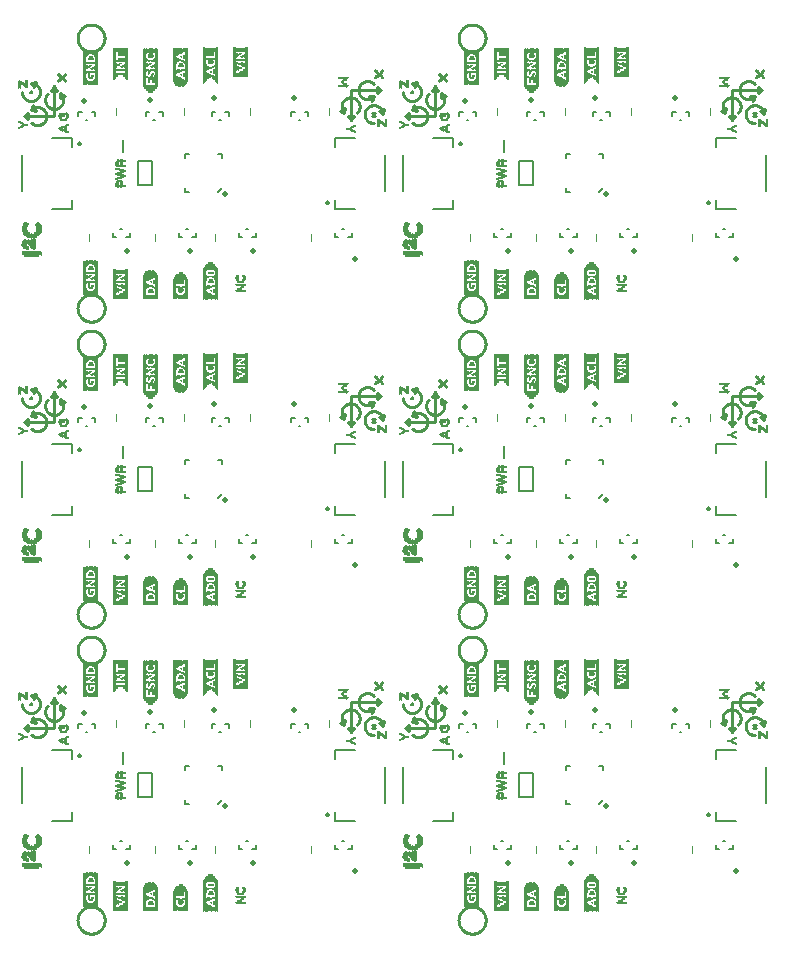
<source format=gto>
G75*
%MOIN*%
%OFA0B0*%
%FSLAX25Y25*%
%IPPOS*%
%LPD*%
%AMOC8*
5,1,8,0,0,1.08239X$1,22.5*
%
%ADD10C,0.01000*%
%ADD11C,0.00700*%
%ADD12C,0.00500*%
%ADD13C,0.02000*%
%ADD14C,0.00800*%
%ADD15R,0.00118X0.09803*%
%ADD16R,0.00079X0.09803*%
%ADD17R,0.00157X0.09803*%
%ADD18R,0.00118X0.01654*%
%ADD19R,0.00118X0.02126*%
%ADD20R,0.00118X0.05787*%
%ADD21R,0.00157X0.01417*%
%ADD22R,0.00157X0.01890*%
%ADD23R,0.00157X0.00472*%
%ADD24R,0.00157X0.01299*%
%ADD25R,0.00118X0.01299*%
%ADD26R,0.00118X0.00354*%
%ADD27R,0.00118X0.01181*%
%ADD28R,0.00118X0.01417*%
%ADD29R,0.00118X0.01063*%
%ADD30R,0.00157X0.00354*%
%ADD31R,0.00157X0.00945*%
%ADD32R,0.00118X0.00472*%
%ADD33R,0.00118X0.00945*%
%ADD34R,0.00118X0.00827*%
%ADD35R,0.00118X0.01535*%
%ADD36R,0.00118X0.00591*%
%ADD37R,0.00118X0.00709*%
%ADD38R,0.00157X0.01535*%
%ADD39R,0.00157X0.00591*%
%ADD40R,0.00118X0.01772*%
%ADD41R,0.00157X0.01772*%
%ADD42R,0.00157X0.00827*%
%ADD43R,0.00157X0.00118*%
%ADD44R,0.00157X0.00236*%
%ADD45R,0.00118X0.01890*%
%ADD46R,0.00118X0.00236*%
%ADD47R,0.00118X0.02008*%
%ADD48R,0.00157X0.02008*%
%ADD49R,0.00157X0.01063*%
%ADD50R,0.00118X0.02244*%
%ADD51R,0.00157X0.02244*%
%ADD52R,0.00118X0.02362*%
%ADD53R,0.00118X0.02480*%
%ADD54R,0.00157X0.02480*%
%ADD55R,0.00157X0.01181*%
%ADD56R,0.00118X0.02598*%
%ADD57R,0.00118X0.00118*%
%ADD58R,0.00157X0.00709*%
%ADD59R,0.00157X0.02362*%
%ADD60R,0.00157X0.01654*%
%ADD61R,0.00118X0.10394*%
%ADD62R,0.00118X0.10512*%
%ADD63R,0.00079X0.10748*%
%ADD64R,0.00157X0.10866*%
%ADD65R,0.00118X0.10984*%
%ADD66R,0.00118X0.11102*%
%ADD67R,0.00079X0.11220*%
%ADD68R,0.00118X0.08504*%
%ADD69R,0.00157X0.02598*%
%ADD70R,0.00157X0.02126*%
%ADD71R,0.00118X0.11220*%
%ADD72R,0.00118X0.10866*%
%ADD73R,0.00118X0.10748*%
%ADD74R,0.00118X0.11457*%
%ADD75R,0.00079X0.11693*%
%ADD76R,0.00157X0.11929*%
%ADD77R,0.00118X0.12047*%
%ADD78R,0.00118X0.12165*%
%ADD79R,0.00079X0.12283*%
%ADD80R,0.00118X0.12402*%
%ADD81R,0.00157X0.03425*%
%ADD82R,0.00118X0.03307*%
%ADD83R,0.00118X0.03425*%
%ADD84R,0.00157X0.03307*%
%ADD85R,0.00118X0.03189*%
%ADD86R,0.00118X0.03071*%
%ADD87R,0.00157X0.03071*%
%ADD88R,0.00118X0.02953*%
%ADD89R,0.00157X0.02835*%
%ADD90R,0.00118X0.02835*%
%ADD91R,0.00118X0.12283*%
%ADD92R,0.00118X0.11929*%
%ADD93R,0.00118X0.11693*%
%ADD94R,0.00118X0.11811*%
%ADD95R,0.00157X0.11575*%
%ADD96R,0.00118X0.11339*%
%ADD97R,0.00118X0.06142*%
%ADD98R,0.00118X0.04606*%
%ADD99R,0.00157X0.02717*%
%ADD100R,0.00118X0.02717*%
%ADD101R,0.00118X0.11575*%
%ADD102R,0.00118X0.12756*%
%ADD103R,0.00118X0.12874*%
%ADD104R,0.00079X0.13110*%
%ADD105R,0.00157X0.13228*%
%ADD106R,0.00118X0.13346*%
%ADD107R,0.00118X0.13465*%
%ADD108R,0.00079X0.13583*%
%ADD109R,0.00118X0.04961*%
%ADD110R,0.00118X0.05551*%
%ADD111R,0.00157X0.03189*%
%ADD112R,0.00118X0.13583*%
%ADD113R,0.00118X0.13228*%
%ADD114R,0.00118X0.13110*%
%ADD115R,0.00118X0.10630*%
%ADD116R,0.00079X0.10512*%
%ADD117R,0.00157X0.10394*%
%ADD118R,0.00118X0.10276*%
%ADD119R,0.00118X0.10157*%
%ADD120R,0.00079X0.10039*%
%ADD121R,0.00118X0.09921*%
%ADD122R,0.00118X0.10039*%
%ADD123R,0.00079X0.11457*%
%ADD124R,0.00157X0.11457*%
%ADD125R,0.00118X0.08268*%
%ADD126R,0.00157X0.02953*%
%ADD127R,0.00118X0.06850*%
%ADD128R,0.00118X0.06969*%
%ADD129R,0.00079X0.07205*%
%ADD130R,0.00157X0.07323*%
%ADD131R,0.00118X0.07441*%
%ADD132R,0.00118X0.07559*%
%ADD133R,0.00079X0.07677*%
%ADD134R,0.00118X0.04724*%
%ADD135R,0.00118X0.03543*%
%ADD136R,0.00118X0.03661*%
%ADD137R,0.00157X0.03780*%
%ADD138R,0.00118X0.03898*%
%ADD139R,0.00157X0.03898*%
%ADD140R,0.00118X0.07677*%
%ADD141R,0.00118X0.07323*%
%ADD142R,0.00118X0.07205*%
%ADD143R,0.00118X0.07795*%
%ADD144R,0.00118X0.08150*%
%ADD145R,0.00079X0.08386*%
%ADD146R,0.00157X0.08622*%
%ADD147R,0.00118X0.08740*%
%ADD148R,0.00118X0.08858*%
%ADD149R,0.00079X0.08976*%
%ADD150R,0.00118X0.09094*%
%ADD151R,0.00118X0.08976*%
%ADD152R,0.00118X0.08622*%
%ADD153R,0.00118X0.08386*%
%ADD154R,0.00236X0.00709*%
%ADD155R,0.00236X0.01181*%
%ADD156R,0.00236X0.01890*%
%ADD157R,0.00236X0.02126*%
%ADD158R,0.00236X0.01654*%
%ADD159R,0.00236X0.02598*%
%ADD160R,0.00236X0.03071*%
%ADD161R,0.00236X0.02835*%
%ADD162R,0.00236X0.04016*%
%ADD163R,0.00236X0.03307*%
%ADD164R,0.00236X0.04488*%
%ADD165R,0.00236X0.04724*%
%ADD166R,0.00236X0.03543*%
%ADD167R,0.00236X0.04961*%
%ADD168R,0.00236X0.01417*%
%ADD169R,0.00236X0.02362*%
%ADD170R,0.00236X0.00945*%
%ADD171R,0.00236X0.03780*%
%ADD172R,0.00236X0.00472*%
%ADD173C,0.00600*%
%ADD174R,0.00295X0.02362*%
%ADD175C,0.00600*%
D10*
X0063807Y0033750D02*
X0063809Y0033884D01*
X0063815Y0034019D01*
X0063825Y0034153D01*
X0063839Y0034286D01*
X0063857Y0034420D01*
X0063879Y0034552D01*
X0063904Y0034684D01*
X0063934Y0034815D01*
X0063967Y0034945D01*
X0064005Y0035074D01*
X0064046Y0035202D01*
X0064091Y0035329D01*
X0064139Y0035454D01*
X0064192Y0035578D01*
X0064248Y0035700D01*
X0064307Y0035821D01*
X0064371Y0035939D01*
X0064437Y0036056D01*
X0064507Y0036171D01*
X0064581Y0036283D01*
X0064657Y0036394D01*
X0064737Y0036502D01*
X0064820Y0036607D01*
X0064907Y0036711D01*
X0064996Y0036811D01*
X0065088Y0036909D01*
X0065183Y0037004D01*
X0065281Y0037096D01*
X0065381Y0037185D01*
X0065485Y0037272D01*
X0065590Y0037355D01*
X0065698Y0037435D01*
X0065809Y0037511D01*
X0065921Y0037585D01*
X0066036Y0037655D01*
X0066153Y0037721D01*
X0066271Y0037785D01*
X0066392Y0037844D01*
X0066514Y0037900D01*
X0066638Y0037953D01*
X0066763Y0038001D01*
X0066890Y0038046D01*
X0067018Y0038087D01*
X0067147Y0038125D01*
X0067277Y0038158D01*
X0067408Y0038188D01*
X0067540Y0038213D01*
X0067672Y0038235D01*
X0067806Y0038253D01*
X0067939Y0038267D01*
X0068073Y0038277D01*
X0068208Y0038283D01*
X0068342Y0038285D01*
X0068476Y0038283D01*
X0068611Y0038277D01*
X0068745Y0038267D01*
X0068878Y0038253D01*
X0069012Y0038235D01*
X0069144Y0038213D01*
X0069276Y0038188D01*
X0069407Y0038158D01*
X0069537Y0038125D01*
X0069666Y0038087D01*
X0069794Y0038046D01*
X0069921Y0038001D01*
X0070046Y0037953D01*
X0070170Y0037900D01*
X0070292Y0037844D01*
X0070413Y0037785D01*
X0070531Y0037721D01*
X0070648Y0037655D01*
X0070763Y0037585D01*
X0070875Y0037511D01*
X0070986Y0037435D01*
X0071094Y0037355D01*
X0071199Y0037272D01*
X0071303Y0037185D01*
X0071403Y0037096D01*
X0071501Y0037004D01*
X0071596Y0036909D01*
X0071688Y0036811D01*
X0071777Y0036711D01*
X0071864Y0036607D01*
X0071947Y0036502D01*
X0072027Y0036394D01*
X0072103Y0036283D01*
X0072177Y0036171D01*
X0072247Y0036056D01*
X0072313Y0035939D01*
X0072377Y0035821D01*
X0072436Y0035700D01*
X0072492Y0035578D01*
X0072545Y0035454D01*
X0072593Y0035329D01*
X0072638Y0035202D01*
X0072679Y0035074D01*
X0072717Y0034945D01*
X0072750Y0034815D01*
X0072780Y0034684D01*
X0072805Y0034552D01*
X0072827Y0034420D01*
X0072845Y0034286D01*
X0072859Y0034153D01*
X0072869Y0034019D01*
X0072875Y0033884D01*
X0072877Y0033750D01*
X0072875Y0033616D01*
X0072869Y0033481D01*
X0072859Y0033347D01*
X0072845Y0033214D01*
X0072827Y0033080D01*
X0072805Y0032948D01*
X0072780Y0032816D01*
X0072750Y0032685D01*
X0072717Y0032555D01*
X0072679Y0032426D01*
X0072638Y0032298D01*
X0072593Y0032171D01*
X0072545Y0032046D01*
X0072492Y0031922D01*
X0072436Y0031800D01*
X0072377Y0031679D01*
X0072313Y0031561D01*
X0072247Y0031444D01*
X0072177Y0031329D01*
X0072103Y0031217D01*
X0072027Y0031106D01*
X0071947Y0030998D01*
X0071864Y0030893D01*
X0071777Y0030789D01*
X0071688Y0030689D01*
X0071596Y0030591D01*
X0071501Y0030496D01*
X0071403Y0030404D01*
X0071303Y0030315D01*
X0071199Y0030228D01*
X0071094Y0030145D01*
X0070986Y0030065D01*
X0070875Y0029989D01*
X0070763Y0029915D01*
X0070648Y0029845D01*
X0070531Y0029779D01*
X0070413Y0029715D01*
X0070292Y0029656D01*
X0070170Y0029600D01*
X0070046Y0029547D01*
X0069921Y0029499D01*
X0069794Y0029454D01*
X0069666Y0029413D01*
X0069537Y0029375D01*
X0069407Y0029342D01*
X0069276Y0029312D01*
X0069144Y0029287D01*
X0069012Y0029265D01*
X0068878Y0029247D01*
X0068745Y0029233D01*
X0068611Y0029223D01*
X0068476Y0029217D01*
X0068342Y0029215D01*
X0068208Y0029217D01*
X0068073Y0029223D01*
X0067939Y0029233D01*
X0067806Y0029247D01*
X0067672Y0029265D01*
X0067540Y0029287D01*
X0067408Y0029312D01*
X0067277Y0029342D01*
X0067147Y0029375D01*
X0067018Y0029413D01*
X0066890Y0029454D01*
X0066763Y0029499D01*
X0066638Y0029547D01*
X0066514Y0029600D01*
X0066392Y0029656D01*
X0066271Y0029715D01*
X0066153Y0029779D01*
X0066036Y0029845D01*
X0065921Y0029915D01*
X0065809Y0029989D01*
X0065698Y0030065D01*
X0065590Y0030145D01*
X0065485Y0030228D01*
X0065381Y0030315D01*
X0065281Y0030404D01*
X0065183Y0030496D01*
X0065088Y0030591D01*
X0064996Y0030689D01*
X0064907Y0030789D01*
X0064820Y0030893D01*
X0064737Y0030998D01*
X0064657Y0031106D01*
X0064581Y0031217D01*
X0064507Y0031329D01*
X0064437Y0031444D01*
X0064371Y0031561D01*
X0064307Y0031679D01*
X0064248Y0031800D01*
X0064192Y0031922D01*
X0064139Y0032046D01*
X0064091Y0032171D01*
X0064046Y0032298D01*
X0064005Y0032426D01*
X0063967Y0032555D01*
X0063934Y0032685D01*
X0063904Y0032816D01*
X0063879Y0032948D01*
X0063857Y0033080D01*
X0063839Y0033214D01*
X0063825Y0033347D01*
X0063815Y0033481D01*
X0063809Y0033616D01*
X0063807Y0033750D01*
X0055842Y0097750D02*
X0045842Y0097750D01*
X0047342Y0098750D01*
X0047342Y0096750D01*
X0045842Y0097750D01*
X0048251Y0099800D02*
X0049048Y0101383D01*
X0049815Y0099569D01*
X0048251Y0099800D01*
X0048252Y0099800D02*
X0048327Y0099878D01*
X0048406Y0099953D01*
X0048487Y0100025D01*
X0048571Y0100095D01*
X0048657Y0100161D01*
X0048745Y0100224D01*
X0048836Y0100284D01*
X0048929Y0100341D01*
X0049024Y0100394D01*
X0049121Y0100443D01*
X0049219Y0100489D01*
X0049319Y0100532D01*
X0049421Y0100571D01*
X0049524Y0100606D01*
X0049628Y0100637D01*
X0049733Y0100665D01*
X0049839Y0100689D01*
X0049946Y0100709D01*
X0050054Y0100725D01*
X0050162Y0100737D01*
X0050270Y0100745D01*
X0050379Y0100749D01*
X0050488Y0100750D01*
X0050596Y0100746D01*
X0050705Y0100738D01*
X0050813Y0100727D01*
X0050920Y0100712D01*
X0051027Y0100692D01*
X0051134Y0100669D01*
X0051239Y0100642D01*
X0051343Y0100611D01*
X0051446Y0100577D01*
X0051548Y0100539D01*
X0051649Y0100497D01*
X0051747Y0100451D01*
X0051844Y0100402D01*
X0051940Y0100349D01*
X0052033Y0100294D01*
X0052124Y0100234D01*
X0052213Y0100172D01*
X0052299Y0100106D01*
X0052384Y0100037D01*
X0052465Y0099965D01*
X0052544Y0099890D01*
X0052620Y0099813D01*
X0052694Y0099732D01*
X0052764Y0099650D01*
X0052831Y0099564D01*
X0052896Y0099476D01*
X0052956Y0099386D01*
X0053014Y0099294D01*
X0053068Y0099200D01*
X0053119Y0099104D01*
X0053167Y0099006D01*
X0053210Y0098906D01*
X0053250Y0098805D01*
X0053287Y0098703D01*
X0053319Y0098599D01*
X0053348Y0098494D01*
X0053373Y0098388D01*
X0053395Y0098282D01*
X0053412Y0098174D01*
X0053425Y0098066D01*
X0053435Y0097958D01*
X0053440Y0097849D01*
X0053442Y0097741D01*
X0053440Y0097632D01*
X0053433Y0097523D01*
X0053423Y0097415D01*
X0053409Y0097307D01*
X0053391Y0097200D01*
X0053369Y0097094D01*
X0053344Y0096988D01*
X0053314Y0096883D01*
X0053281Y0096780D01*
X0053244Y0096678D01*
X0053203Y0096577D01*
X0053159Y0096477D01*
X0053111Y0096380D01*
X0053059Y0096284D01*
X0053005Y0096190D01*
X0052946Y0096098D01*
X0052885Y0096009D01*
X0052820Y0095921D01*
X0052752Y0095836D01*
X0052681Y0095754D01*
X0052608Y0095674D01*
X0052531Y0095597D01*
X0052451Y0095522D01*
X0052369Y0095451D01*
X0052285Y0095383D01*
X0052198Y0095318D01*
X0052109Y0095255D01*
X0052017Y0095197D01*
X0051923Y0095141D01*
X0051828Y0095089D01*
X0051731Y0095041D01*
X0051632Y0094996D01*
X0051531Y0094955D01*
X0051429Y0094917D01*
X0051326Y0094883D01*
X0051221Y0094853D01*
X0051116Y0094827D01*
X0051009Y0094804D01*
X0050902Y0094785D01*
X0050794Y0094771D01*
X0050686Y0094760D01*
X0050578Y0094753D01*
X0050469Y0094750D01*
X0050360Y0094751D01*
X0050252Y0094756D01*
X0050143Y0094765D01*
X0050035Y0094778D01*
X0049928Y0094794D01*
X0049821Y0094815D01*
X0049715Y0094839D01*
X0049610Y0094868D01*
X0049506Y0094900D01*
X0049403Y0094935D01*
X0049302Y0094975D01*
X0049202Y0095018D01*
X0049104Y0095065D01*
X0049008Y0095115D01*
X0048913Y0095169D01*
X0048821Y0095226D01*
X0048730Y0095286D01*
X0048642Y0095350D01*
X0048556Y0095417D01*
X0048473Y0095487D01*
X0048392Y0095560D01*
X0055842Y0097750D02*
X0055842Y0107750D01*
X0056842Y0106250D01*
X0054842Y0106250D01*
X0055842Y0107750D01*
X0058092Y0105340D02*
X0059675Y0104544D01*
X0057861Y0103776D01*
X0058092Y0105340D01*
X0058170Y0105265D01*
X0058245Y0105186D01*
X0058317Y0105105D01*
X0058387Y0105021D01*
X0058453Y0104935D01*
X0058516Y0104847D01*
X0058576Y0104756D01*
X0058633Y0104663D01*
X0058686Y0104568D01*
X0058735Y0104471D01*
X0058781Y0104373D01*
X0058824Y0104273D01*
X0058863Y0104171D01*
X0058898Y0104068D01*
X0058929Y0103964D01*
X0058957Y0103859D01*
X0058981Y0103753D01*
X0059001Y0103646D01*
X0059017Y0103538D01*
X0059029Y0103430D01*
X0059037Y0103322D01*
X0059041Y0103213D01*
X0059042Y0103104D01*
X0059038Y0102996D01*
X0059030Y0102887D01*
X0059019Y0102779D01*
X0059004Y0102672D01*
X0058984Y0102565D01*
X0058961Y0102458D01*
X0058934Y0102353D01*
X0058903Y0102249D01*
X0058869Y0102146D01*
X0058831Y0102044D01*
X0058789Y0101943D01*
X0058743Y0101845D01*
X0058694Y0101748D01*
X0058641Y0101652D01*
X0058586Y0101559D01*
X0058526Y0101468D01*
X0058464Y0101379D01*
X0058398Y0101293D01*
X0058329Y0101208D01*
X0058257Y0101127D01*
X0058182Y0101048D01*
X0058105Y0100972D01*
X0058024Y0100898D01*
X0057942Y0100828D01*
X0057856Y0100761D01*
X0057768Y0100696D01*
X0057678Y0100636D01*
X0057586Y0100578D01*
X0057492Y0100524D01*
X0057396Y0100473D01*
X0057298Y0100425D01*
X0057198Y0100382D01*
X0057097Y0100342D01*
X0056995Y0100305D01*
X0056891Y0100273D01*
X0056786Y0100244D01*
X0056680Y0100219D01*
X0056574Y0100197D01*
X0056466Y0100180D01*
X0056358Y0100167D01*
X0056250Y0100157D01*
X0056141Y0100152D01*
X0056033Y0100150D01*
X0055924Y0100152D01*
X0055815Y0100159D01*
X0055707Y0100169D01*
X0055599Y0100183D01*
X0055492Y0100201D01*
X0055386Y0100223D01*
X0055280Y0100248D01*
X0055175Y0100278D01*
X0055072Y0100311D01*
X0054970Y0100348D01*
X0054869Y0100389D01*
X0054769Y0100433D01*
X0054672Y0100481D01*
X0054576Y0100533D01*
X0054482Y0100587D01*
X0054390Y0100646D01*
X0054301Y0100707D01*
X0054213Y0100772D01*
X0054128Y0100840D01*
X0054046Y0100911D01*
X0053966Y0100984D01*
X0053889Y0101061D01*
X0053814Y0101141D01*
X0053743Y0101223D01*
X0053675Y0101307D01*
X0053610Y0101394D01*
X0053547Y0101483D01*
X0053489Y0101575D01*
X0053433Y0101669D01*
X0053381Y0101764D01*
X0053333Y0101861D01*
X0053288Y0101960D01*
X0053247Y0102061D01*
X0053209Y0102163D01*
X0053175Y0102266D01*
X0053145Y0102371D01*
X0053119Y0102476D01*
X0053096Y0102583D01*
X0053077Y0102690D01*
X0053063Y0102798D01*
X0053052Y0102906D01*
X0053045Y0103014D01*
X0053042Y0103123D01*
X0053043Y0103232D01*
X0053048Y0103340D01*
X0053057Y0103449D01*
X0053070Y0103557D01*
X0053086Y0103664D01*
X0053107Y0103771D01*
X0053131Y0103877D01*
X0053160Y0103982D01*
X0053192Y0104086D01*
X0053227Y0104189D01*
X0053267Y0104290D01*
X0053310Y0104390D01*
X0053357Y0104488D01*
X0053407Y0104584D01*
X0053461Y0104679D01*
X0053518Y0104771D01*
X0053578Y0104862D01*
X0053642Y0104950D01*
X0053709Y0105036D01*
X0053779Y0105119D01*
X0053852Y0105200D01*
X0049242Y0107450D02*
X0050042Y0109250D01*
X0048342Y0108750D01*
X0049242Y0107450D01*
X0049242Y0108350D02*
X0049642Y0108650D01*
X0048342Y0108750D02*
X0048451Y0108748D01*
X0048559Y0108742D01*
X0048668Y0108732D01*
X0048775Y0108719D01*
X0048883Y0108701D01*
X0048989Y0108679D01*
X0049095Y0108654D01*
X0049200Y0108625D01*
X0049303Y0108592D01*
X0049406Y0108555D01*
X0049507Y0108515D01*
X0049606Y0108471D01*
X0049704Y0108423D01*
X0049800Y0108372D01*
X0049894Y0108317D01*
X0049986Y0108259D01*
X0050076Y0108198D01*
X0050163Y0108134D01*
X0050249Y0108066D01*
X0050331Y0107996D01*
X0050411Y0107922D01*
X0050489Y0107846D01*
X0050563Y0107766D01*
X0050635Y0107685D01*
X0050704Y0107600D01*
X0050769Y0107513D01*
X0050831Y0107424D01*
X0050890Y0107333D01*
X0050946Y0107240D01*
X0050998Y0107144D01*
X0051047Y0107047D01*
X0051092Y0106948D01*
X0051134Y0106848D01*
X0051172Y0106746D01*
X0051206Y0106643D01*
X0051237Y0106538D01*
X0051263Y0106433D01*
X0051286Y0106326D01*
X0051305Y0106219D01*
X0051320Y0106112D01*
X0051331Y0106003D01*
X0051338Y0105895D01*
X0051342Y0105786D01*
X0051341Y0105678D01*
X0051337Y0105569D01*
X0051328Y0105460D01*
X0051316Y0105352D01*
X0051299Y0105245D01*
X0051279Y0105138D01*
X0051255Y0105032D01*
X0051227Y0104927D01*
X0051195Y0104823D01*
X0051160Y0104720D01*
X0051121Y0104619D01*
X0051078Y0104519D01*
X0051031Y0104420D01*
X0050981Y0104324D01*
X0050928Y0104229D01*
X0050871Y0104136D01*
X0050811Y0104046D01*
X0050748Y0103957D01*
X0050681Y0103871D01*
X0050611Y0103788D01*
X0050539Y0103707D01*
X0050463Y0103629D01*
X0050385Y0103553D01*
X0050304Y0103481D01*
X0050221Y0103411D01*
X0050135Y0103344D01*
X0050046Y0103281D01*
X0049956Y0103221D01*
X0049863Y0103164D01*
X0049768Y0103111D01*
X0049672Y0103061D01*
X0049573Y0103014D01*
X0049473Y0102971D01*
X0049372Y0102932D01*
X0049269Y0102897D01*
X0049165Y0102865D01*
X0049060Y0102837D01*
X0048954Y0102813D01*
X0048847Y0102793D01*
X0048740Y0102776D01*
X0048632Y0102764D01*
X0048523Y0102755D01*
X0048414Y0102751D01*
X0048306Y0102750D01*
X0048197Y0102754D01*
X0048089Y0102761D01*
X0047980Y0102772D01*
X0047873Y0102787D01*
X0047766Y0102806D01*
X0047659Y0102829D01*
X0047554Y0102855D01*
X0047449Y0102886D01*
X0047346Y0102920D01*
X0047244Y0102958D01*
X0047144Y0103000D01*
X0047045Y0103045D01*
X0046948Y0103094D01*
X0046852Y0103146D01*
X0046759Y0103202D01*
X0046668Y0103261D01*
X0046579Y0103323D01*
X0046492Y0103388D01*
X0046407Y0103457D01*
X0046326Y0103529D01*
X0046246Y0103603D01*
X0046170Y0103681D01*
X0046096Y0103761D01*
X0046026Y0103843D01*
X0045958Y0103929D01*
X0045894Y0104016D01*
X0045833Y0104106D01*
X0045775Y0104198D01*
X0045720Y0104292D01*
X0045669Y0104388D01*
X0045621Y0104486D01*
X0045577Y0104585D01*
X0045537Y0104686D01*
X0045500Y0104789D01*
X0045467Y0104892D01*
X0045438Y0104997D01*
X0045413Y0105103D01*
X0045391Y0105209D01*
X0045373Y0105317D01*
X0045360Y0105424D01*
X0045350Y0105533D01*
X0045344Y0105641D01*
X0045342Y0105750D01*
X0063850Y0123750D02*
X0063852Y0123884D01*
X0063858Y0124017D01*
X0063868Y0124151D01*
X0063882Y0124284D01*
X0063900Y0124416D01*
X0063922Y0124548D01*
X0063947Y0124680D01*
X0063977Y0124810D01*
X0064010Y0124940D01*
X0064048Y0125068D01*
X0064089Y0125195D01*
X0064134Y0125321D01*
X0064182Y0125446D01*
X0064235Y0125569D01*
X0064291Y0125690D01*
X0064350Y0125810D01*
X0064413Y0125928D01*
X0064480Y0126044D01*
X0064550Y0126158D01*
X0064623Y0126270D01*
X0064700Y0126379D01*
X0064780Y0126487D01*
X0064863Y0126592D01*
X0064949Y0126694D01*
X0065038Y0126794D01*
X0065130Y0126891D01*
X0065225Y0126985D01*
X0065323Y0127076D01*
X0065423Y0127165D01*
X0065526Y0127250D01*
X0065632Y0127332D01*
X0065740Y0127411D01*
X0065850Y0127487D01*
X0065962Y0127560D01*
X0066077Y0127629D01*
X0066193Y0127695D01*
X0066312Y0127757D01*
X0066432Y0127816D01*
X0066554Y0127871D01*
X0066677Y0127922D01*
X0066802Y0127970D01*
X0066928Y0128014D01*
X0067056Y0128054D01*
X0067185Y0128090D01*
X0067315Y0128123D01*
X0067445Y0128152D01*
X0067577Y0128176D01*
X0067709Y0128197D01*
X0067841Y0128214D01*
X0067975Y0128227D01*
X0068108Y0128236D01*
X0068242Y0128241D01*
X0068375Y0128242D01*
X0068509Y0128239D01*
X0068643Y0128232D01*
X0068776Y0128221D01*
X0068909Y0128206D01*
X0069041Y0128187D01*
X0069173Y0128164D01*
X0069304Y0128138D01*
X0069434Y0128107D01*
X0069564Y0128073D01*
X0069692Y0128034D01*
X0069819Y0127992D01*
X0069945Y0127946D01*
X0070069Y0127897D01*
X0070191Y0127844D01*
X0070312Y0127787D01*
X0070432Y0127726D01*
X0070549Y0127662D01*
X0070665Y0127595D01*
X0070778Y0127524D01*
X0070890Y0127450D01*
X0070999Y0127372D01*
X0071105Y0127292D01*
X0071209Y0127208D01*
X0071311Y0127121D01*
X0071410Y0127031D01*
X0071506Y0126938D01*
X0071600Y0126842D01*
X0071691Y0126744D01*
X0071778Y0126643D01*
X0071863Y0126539D01*
X0071944Y0126433D01*
X0072023Y0126325D01*
X0072098Y0126214D01*
X0072169Y0126101D01*
X0072238Y0125986D01*
X0072303Y0125869D01*
X0072364Y0125750D01*
X0072422Y0125630D01*
X0072476Y0125508D01*
X0072526Y0125384D01*
X0072573Y0125258D01*
X0072616Y0125132D01*
X0072655Y0125004D01*
X0072691Y0124875D01*
X0072722Y0124745D01*
X0072750Y0124614D01*
X0072774Y0124482D01*
X0072794Y0124350D01*
X0072810Y0124217D01*
X0072822Y0124084D01*
X0072830Y0123951D01*
X0072834Y0123817D01*
X0072834Y0123683D01*
X0072830Y0123549D01*
X0072822Y0123416D01*
X0072810Y0123283D01*
X0072794Y0123150D01*
X0072774Y0123018D01*
X0072750Y0122886D01*
X0072722Y0122755D01*
X0072691Y0122625D01*
X0072655Y0122496D01*
X0072616Y0122368D01*
X0072573Y0122242D01*
X0072526Y0122116D01*
X0072476Y0121992D01*
X0072422Y0121870D01*
X0072364Y0121750D01*
X0072303Y0121631D01*
X0072238Y0121514D01*
X0072169Y0121399D01*
X0072098Y0121286D01*
X0072023Y0121175D01*
X0071944Y0121067D01*
X0071863Y0120961D01*
X0071778Y0120857D01*
X0071691Y0120756D01*
X0071600Y0120658D01*
X0071506Y0120562D01*
X0071410Y0120469D01*
X0071311Y0120379D01*
X0071209Y0120292D01*
X0071105Y0120208D01*
X0070999Y0120128D01*
X0070890Y0120050D01*
X0070778Y0119976D01*
X0070665Y0119905D01*
X0070549Y0119838D01*
X0070432Y0119774D01*
X0070312Y0119713D01*
X0070191Y0119656D01*
X0070069Y0119603D01*
X0069945Y0119554D01*
X0069819Y0119508D01*
X0069692Y0119466D01*
X0069564Y0119427D01*
X0069434Y0119393D01*
X0069304Y0119362D01*
X0069173Y0119336D01*
X0069041Y0119313D01*
X0068909Y0119294D01*
X0068776Y0119279D01*
X0068643Y0119268D01*
X0068509Y0119261D01*
X0068375Y0119258D01*
X0068242Y0119259D01*
X0068108Y0119264D01*
X0067975Y0119273D01*
X0067841Y0119286D01*
X0067709Y0119303D01*
X0067577Y0119324D01*
X0067445Y0119348D01*
X0067315Y0119377D01*
X0067185Y0119410D01*
X0067056Y0119446D01*
X0066928Y0119486D01*
X0066802Y0119530D01*
X0066677Y0119578D01*
X0066554Y0119629D01*
X0066432Y0119684D01*
X0066312Y0119743D01*
X0066193Y0119805D01*
X0066077Y0119871D01*
X0065962Y0119940D01*
X0065850Y0120013D01*
X0065740Y0120089D01*
X0065632Y0120168D01*
X0065526Y0120250D01*
X0065423Y0120335D01*
X0065323Y0120424D01*
X0065225Y0120515D01*
X0065130Y0120609D01*
X0065038Y0120706D01*
X0064949Y0120806D01*
X0064863Y0120908D01*
X0064780Y0121013D01*
X0064700Y0121121D01*
X0064623Y0121230D01*
X0064550Y0121342D01*
X0064480Y0121456D01*
X0064413Y0121572D01*
X0064350Y0121690D01*
X0064291Y0121810D01*
X0064235Y0121931D01*
X0064182Y0122054D01*
X0064134Y0122179D01*
X0064089Y0122305D01*
X0064048Y0122432D01*
X0064010Y0122560D01*
X0063977Y0122690D01*
X0063947Y0122820D01*
X0063922Y0122952D01*
X0063900Y0123084D01*
X0063882Y0123216D01*
X0063868Y0123349D01*
X0063858Y0123483D01*
X0063852Y0123616D01*
X0063850Y0123750D01*
X0063807Y0135750D02*
X0063809Y0135884D01*
X0063815Y0136019D01*
X0063825Y0136153D01*
X0063839Y0136286D01*
X0063857Y0136420D01*
X0063879Y0136552D01*
X0063904Y0136684D01*
X0063934Y0136815D01*
X0063967Y0136945D01*
X0064005Y0137074D01*
X0064046Y0137202D01*
X0064091Y0137329D01*
X0064139Y0137454D01*
X0064192Y0137578D01*
X0064248Y0137700D01*
X0064307Y0137821D01*
X0064371Y0137939D01*
X0064437Y0138056D01*
X0064507Y0138171D01*
X0064581Y0138283D01*
X0064657Y0138394D01*
X0064737Y0138502D01*
X0064820Y0138607D01*
X0064907Y0138711D01*
X0064996Y0138811D01*
X0065088Y0138909D01*
X0065183Y0139004D01*
X0065281Y0139096D01*
X0065381Y0139185D01*
X0065485Y0139272D01*
X0065590Y0139355D01*
X0065698Y0139435D01*
X0065809Y0139511D01*
X0065921Y0139585D01*
X0066036Y0139655D01*
X0066153Y0139721D01*
X0066271Y0139785D01*
X0066392Y0139844D01*
X0066514Y0139900D01*
X0066638Y0139953D01*
X0066763Y0140001D01*
X0066890Y0140046D01*
X0067018Y0140087D01*
X0067147Y0140125D01*
X0067277Y0140158D01*
X0067408Y0140188D01*
X0067540Y0140213D01*
X0067672Y0140235D01*
X0067806Y0140253D01*
X0067939Y0140267D01*
X0068073Y0140277D01*
X0068208Y0140283D01*
X0068342Y0140285D01*
X0068476Y0140283D01*
X0068611Y0140277D01*
X0068745Y0140267D01*
X0068878Y0140253D01*
X0069012Y0140235D01*
X0069144Y0140213D01*
X0069276Y0140188D01*
X0069407Y0140158D01*
X0069537Y0140125D01*
X0069666Y0140087D01*
X0069794Y0140046D01*
X0069921Y0140001D01*
X0070046Y0139953D01*
X0070170Y0139900D01*
X0070292Y0139844D01*
X0070413Y0139785D01*
X0070531Y0139721D01*
X0070648Y0139655D01*
X0070763Y0139585D01*
X0070875Y0139511D01*
X0070986Y0139435D01*
X0071094Y0139355D01*
X0071199Y0139272D01*
X0071303Y0139185D01*
X0071403Y0139096D01*
X0071501Y0139004D01*
X0071596Y0138909D01*
X0071688Y0138811D01*
X0071777Y0138711D01*
X0071864Y0138607D01*
X0071947Y0138502D01*
X0072027Y0138394D01*
X0072103Y0138283D01*
X0072177Y0138171D01*
X0072247Y0138056D01*
X0072313Y0137939D01*
X0072377Y0137821D01*
X0072436Y0137700D01*
X0072492Y0137578D01*
X0072545Y0137454D01*
X0072593Y0137329D01*
X0072638Y0137202D01*
X0072679Y0137074D01*
X0072717Y0136945D01*
X0072750Y0136815D01*
X0072780Y0136684D01*
X0072805Y0136552D01*
X0072827Y0136420D01*
X0072845Y0136286D01*
X0072859Y0136153D01*
X0072869Y0136019D01*
X0072875Y0135884D01*
X0072877Y0135750D01*
X0072875Y0135616D01*
X0072869Y0135481D01*
X0072859Y0135347D01*
X0072845Y0135214D01*
X0072827Y0135080D01*
X0072805Y0134948D01*
X0072780Y0134816D01*
X0072750Y0134685D01*
X0072717Y0134555D01*
X0072679Y0134426D01*
X0072638Y0134298D01*
X0072593Y0134171D01*
X0072545Y0134046D01*
X0072492Y0133922D01*
X0072436Y0133800D01*
X0072377Y0133679D01*
X0072313Y0133561D01*
X0072247Y0133444D01*
X0072177Y0133329D01*
X0072103Y0133217D01*
X0072027Y0133106D01*
X0071947Y0132998D01*
X0071864Y0132893D01*
X0071777Y0132789D01*
X0071688Y0132689D01*
X0071596Y0132591D01*
X0071501Y0132496D01*
X0071403Y0132404D01*
X0071303Y0132315D01*
X0071199Y0132228D01*
X0071094Y0132145D01*
X0070986Y0132065D01*
X0070875Y0131989D01*
X0070763Y0131915D01*
X0070648Y0131845D01*
X0070531Y0131779D01*
X0070413Y0131715D01*
X0070292Y0131656D01*
X0070170Y0131600D01*
X0070046Y0131547D01*
X0069921Y0131499D01*
X0069794Y0131454D01*
X0069666Y0131413D01*
X0069537Y0131375D01*
X0069407Y0131342D01*
X0069276Y0131312D01*
X0069144Y0131287D01*
X0069012Y0131265D01*
X0068878Y0131247D01*
X0068745Y0131233D01*
X0068611Y0131223D01*
X0068476Y0131217D01*
X0068342Y0131215D01*
X0068208Y0131217D01*
X0068073Y0131223D01*
X0067939Y0131233D01*
X0067806Y0131247D01*
X0067672Y0131265D01*
X0067540Y0131287D01*
X0067408Y0131312D01*
X0067277Y0131342D01*
X0067147Y0131375D01*
X0067018Y0131413D01*
X0066890Y0131454D01*
X0066763Y0131499D01*
X0066638Y0131547D01*
X0066514Y0131600D01*
X0066392Y0131656D01*
X0066271Y0131715D01*
X0066153Y0131779D01*
X0066036Y0131845D01*
X0065921Y0131915D01*
X0065809Y0131989D01*
X0065698Y0132065D01*
X0065590Y0132145D01*
X0065485Y0132228D01*
X0065381Y0132315D01*
X0065281Y0132404D01*
X0065183Y0132496D01*
X0065088Y0132591D01*
X0064996Y0132689D01*
X0064907Y0132789D01*
X0064820Y0132893D01*
X0064737Y0132998D01*
X0064657Y0133106D01*
X0064581Y0133217D01*
X0064507Y0133329D01*
X0064437Y0133444D01*
X0064371Y0133561D01*
X0064307Y0133679D01*
X0064248Y0133800D01*
X0064192Y0133922D01*
X0064139Y0134046D01*
X0064091Y0134171D01*
X0064046Y0134298D01*
X0064005Y0134426D01*
X0063967Y0134555D01*
X0063934Y0134685D01*
X0063904Y0134816D01*
X0063879Y0134948D01*
X0063857Y0135080D01*
X0063839Y0135214D01*
X0063825Y0135347D01*
X0063815Y0135481D01*
X0063809Y0135616D01*
X0063807Y0135750D01*
X0055842Y0199750D02*
X0045842Y0199750D01*
X0047342Y0200750D01*
X0047342Y0198750D01*
X0045842Y0199750D01*
X0048251Y0201800D02*
X0049048Y0203383D01*
X0049815Y0201569D01*
X0048251Y0201800D01*
X0048252Y0201800D02*
X0048327Y0201878D01*
X0048406Y0201953D01*
X0048487Y0202025D01*
X0048571Y0202095D01*
X0048657Y0202161D01*
X0048745Y0202224D01*
X0048836Y0202284D01*
X0048929Y0202341D01*
X0049024Y0202394D01*
X0049121Y0202443D01*
X0049219Y0202489D01*
X0049319Y0202532D01*
X0049421Y0202571D01*
X0049524Y0202606D01*
X0049628Y0202637D01*
X0049733Y0202665D01*
X0049839Y0202689D01*
X0049946Y0202709D01*
X0050054Y0202725D01*
X0050162Y0202737D01*
X0050270Y0202745D01*
X0050379Y0202749D01*
X0050488Y0202750D01*
X0050596Y0202746D01*
X0050705Y0202738D01*
X0050813Y0202727D01*
X0050920Y0202712D01*
X0051027Y0202692D01*
X0051134Y0202669D01*
X0051239Y0202642D01*
X0051343Y0202611D01*
X0051446Y0202577D01*
X0051548Y0202539D01*
X0051649Y0202497D01*
X0051747Y0202451D01*
X0051844Y0202402D01*
X0051940Y0202349D01*
X0052033Y0202294D01*
X0052124Y0202234D01*
X0052213Y0202172D01*
X0052299Y0202106D01*
X0052384Y0202037D01*
X0052465Y0201965D01*
X0052544Y0201890D01*
X0052620Y0201813D01*
X0052694Y0201732D01*
X0052764Y0201650D01*
X0052831Y0201564D01*
X0052896Y0201476D01*
X0052956Y0201386D01*
X0053014Y0201294D01*
X0053068Y0201200D01*
X0053119Y0201104D01*
X0053167Y0201006D01*
X0053210Y0200906D01*
X0053250Y0200805D01*
X0053287Y0200703D01*
X0053319Y0200599D01*
X0053348Y0200494D01*
X0053373Y0200388D01*
X0053395Y0200282D01*
X0053412Y0200174D01*
X0053425Y0200066D01*
X0053435Y0199958D01*
X0053440Y0199849D01*
X0053442Y0199741D01*
X0053440Y0199632D01*
X0053433Y0199523D01*
X0053423Y0199415D01*
X0053409Y0199307D01*
X0053391Y0199200D01*
X0053369Y0199094D01*
X0053344Y0198988D01*
X0053314Y0198883D01*
X0053281Y0198780D01*
X0053244Y0198678D01*
X0053203Y0198577D01*
X0053159Y0198477D01*
X0053111Y0198380D01*
X0053059Y0198284D01*
X0053005Y0198190D01*
X0052946Y0198098D01*
X0052885Y0198009D01*
X0052820Y0197921D01*
X0052752Y0197836D01*
X0052681Y0197754D01*
X0052608Y0197674D01*
X0052531Y0197597D01*
X0052451Y0197522D01*
X0052369Y0197451D01*
X0052285Y0197383D01*
X0052198Y0197318D01*
X0052109Y0197255D01*
X0052017Y0197197D01*
X0051923Y0197141D01*
X0051828Y0197089D01*
X0051731Y0197041D01*
X0051632Y0196996D01*
X0051531Y0196955D01*
X0051429Y0196917D01*
X0051326Y0196883D01*
X0051221Y0196853D01*
X0051116Y0196827D01*
X0051009Y0196804D01*
X0050902Y0196785D01*
X0050794Y0196771D01*
X0050686Y0196760D01*
X0050578Y0196753D01*
X0050469Y0196750D01*
X0050360Y0196751D01*
X0050252Y0196756D01*
X0050143Y0196765D01*
X0050035Y0196778D01*
X0049928Y0196794D01*
X0049821Y0196815D01*
X0049715Y0196839D01*
X0049610Y0196868D01*
X0049506Y0196900D01*
X0049403Y0196935D01*
X0049302Y0196975D01*
X0049202Y0197018D01*
X0049104Y0197065D01*
X0049008Y0197115D01*
X0048913Y0197169D01*
X0048821Y0197226D01*
X0048730Y0197286D01*
X0048642Y0197350D01*
X0048556Y0197417D01*
X0048473Y0197487D01*
X0048392Y0197560D01*
X0055842Y0199750D02*
X0055842Y0209750D01*
X0056842Y0208250D01*
X0054842Y0208250D01*
X0055842Y0209750D01*
X0058092Y0207340D02*
X0059675Y0206544D01*
X0057861Y0205776D01*
X0058092Y0207340D01*
X0058170Y0207265D01*
X0058245Y0207186D01*
X0058317Y0207105D01*
X0058387Y0207021D01*
X0058453Y0206935D01*
X0058516Y0206847D01*
X0058576Y0206756D01*
X0058633Y0206663D01*
X0058686Y0206568D01*
X0058735Y0206471D01*
X0058781Y0206373D01*
X0058824Y0206273D01*
X0058863Y0206171D01*
X0058898Y0206068D01*
X0058929Y0205964D01*
X0058957Y0205859D01*
X0058981Y0205753D01*
X0059001Y0205646D01*
X0059017Y0205538D01*
X0059029Y0205430D01*
X0059037Y0205322D01*
X0059041Y0205213D01*
X0059042Y0205104D01*
X0059038Y0204996D01*
X0059030Y0204887D01*
X0059019Y0204779D01*
X0059004Y0204672D01*
X0058984Y0204565D01*
X0058961Y0204458D01*
X0058934Y0204353D01*
X0058903Y0204249D01*
X0058869Y0204146D01*
X0058831Y0204044D01*
X0058789Y0203943D01*
X0058743Y0203845D01*
X0058694Y0203748D01*
X0058641Y0203652D01*
X0058586Y0203559D01*
X0058526Y0203468D01*
X0058464Y0203379D01*
X0058398Y0203293D01*
X0058329Y0203208D01*
X0058257Y0203127D01*
X0058182Y0203048D01*
X0058105Y0202972D01*
X0058024Y0202898D01*
X0057942Y0202828D01*
X0057856Y0202761D01*
X0057768Y0202696D01*
X0057678Y0202636D01*
X0057586Y0202578D01*
X0057492Y0202524D01*
X0057396Y0202473D01*
X0057298Y0202425D01*
X0057198Y0202382D01*
X0057097Y0202342D01*
X0056995Y0202305D01*
X0056891Y0202273D01*
X0056786Y0202244D01*
X0056680Y0202219D01*
X0056574Y0202197D01*
X0056466Y0202180D01*
X0056358Y0202167D01*
X0056250Y0202157D01*
X0056141Y0202152D01*
X0056033Y0202150D01*
X0055924Y0202152D01*
X0055815Y0202159D01*
X0055707Y0202169D01*
X0055599Y0202183D01*
X0055492Y0202201D01*
X0055386Y0202223D01*
X0055280Y0202248D01*
X0055175Y0202278D01*
X0055072Y0202311D01*
X0054970Y0202348D01*
X0054869Y0202389D01*
X0054769Y0202433D01*
X0054672Y0202481D01*
X0054576Y0202533D01*
X0054482Y0202587D01*
X0054390Y0202646D01*
X0054301Y0202707D01*
X0054213Y0202772D01*
X0054128Y0202840D01*
X0054046Y0202911D01*
X0053966Y0202984D01*
X0053889Y0203061D01*
X0053814Y0203141D01*
X0053743Y0203223D01*
X0053675Y0203307D01*
X0053610Y0203394D01*
X0053547Y0203483D01*
X0053489Y0203575D01*
X0053433Y0203669D01*
X0053381Y0203764D01*
X0053333Y0203861D01*
X0053288Y0203960D01*
X0053247Y0204061D01*
X0053209Y0204163D01*
X0053175Y0204266D01*
X0053145Y0204371D01*
X0053119Y0204476D01*
X0053096Y0204583D01*
X0053077Y0204690D01*
X0053063Y0204798D01*
X0053052Y0204906D01*
X0053045Y0205014D01*
X0053042Y0205123D01*
X0053043Y0205232D01*
X0053048Y0205340D01*
X0053057Y0205449D01*
X0053070Y0205557D01*
X0053086Y0205664D01*
X0053107Y0205771D01*
X0053131Y0205877D01*
X0053160Y0205982D01*
X0053192Y0206086D01*
X0053227Y0206189D01*
X0053267Y0206290D01*
X0053310Y0206390D01*
X0053357Y0206488D01*
X0053407Y0206584D01*
X0053461Y0206679D01*
X0053518Y0206771D01*
X0053578Y0206862D01*
X0053642Y0206950D01*
X0053709Y0207036D01*
X0053779Y0207119D01*
X0053852Y0207200D01*
X0049242Y0209450D02*
X0050042Y0211250D01*
X0048342Y0210750D01*
X0049242Y0209450D01*
X0049242Y0210350D02*
X0049642Y0210650D01*
X0048342Y0210750D02*
X0048451Y0210748D01*
X0048559Y0210742D01*
X0048668Y0210732D01*
X0048775Y0210719D01*
X0048883Y0210701D01*
X0048989Y0210679D01*
X0049095Y0210654D01*
X0049200Y0210625D01*
X0049303Y0210592D01*
X0049406Y0210555D01*
X0049507Y0210515D01*
X0049606Y0210471D01*
X0049704Y0210423D01*
X0049800Y0210372D01*
X0049894Y0210317D01*
X0049986Y0210259D01*
X0050076Y0210198D01*
X0050163Y0210134D01*
X0050249Y0210066D01*
X0050331Y0209996D01*
X0050411Y0209922D01*
X0050489Y0209846D01*
X0050563Y0209766D01*
X0050635Y0209685D01*
X0050704Y0209600D01*
X0050769Y0209513D01*
X0050831Y0209424D01*
X0050890Y0209333D01*
X0050946Y0209240D01*
X0050998Y0209144D01*
X0051047Y0209047D01*
X0051092Y0208948D01*
X0051134Y0208848D01*
X0051172Y0208746D01*
X0051206Y0208643D01*
X0051237Y0208538D01*
X0051263Y0208433D01*
X0051286Y0208326D01*
X0051305Y0208219D01*
X0051320Y0208112D01*
X0051331Y0208003D01*
X0051338Y0207895D01*
X0051342Y0207786D01*
X0051341Y0207678D01*
X0051337Y0207569D01*
X0051328Y0207460D01*
X0051316Y0207352D01*
X0051299Y0207245D01*
X0051279Y0207138D01*
X0051255Y0207032D01*
X0051227Y0206927D01*
X0051195Y0206823D01*
X0051160Y0206720D01*
X0051121Y0206619D01*
X0051078Y0206519D01*
X0051031Y0206420D01*
X0050981Y0206324D01*
X0050928Y0206229D01*
X0050871Y0206136D01*
X0050811Y0206046D01*
X0050748Y0205957D01*
X0050681Y0205871D01*
X0050611Y0205788D01*
X0050539Y0205707D01*
X0050463Y0205629D01*
X0050385Y0205553D01*
X0050304Y0205481D01*
X0050221Y0205411D01*
X0050135Y0205344D01*
X0050046Y0205281D01*
X0049956Y0205221D01*
X0049863Y0205164D01*
X0049768Y0205111D01*
X0049672Y0205061D01*
X0049573Y0205014D01*
X0049473Y0204971D01*
X0049372Y0204932D01*
X0049269Y0204897D01*
X0049165Y0204865D01*
X0049060Y0204837D01*
X0048954Y0204813D01*
X0048847Y0204793D01*
X0048740Y0204776D01*
X0048632Y0204764D01*
X0048523Y0204755D01*
X0048414Y0204751D01*
X0048306Y0204750D01*
X0048197Y0204754D01*
X0048089Y0204761D01*
X0047980Y0204772D01*
X0047873Y0204787D01*
X0047766Y0204806D01*
X0047659Y0204829D01*
X0047554Y0204855D01*
X0047449Y0204886D01*
X0047346Y0204920D01*
X0047244Y0204958D01*
X0047144Y0205000D01*
X0047045Y0205045D01*
X0046948Y0205094D01*
X0046852Y0205146D01*
X0046759Y0205202D01*
X0046668Y0205261D01*
X0046579Y0205323D01*
X0046492Y0205388D01*
X0046407Y0205457D01*
X0046326Y0205529D01*
X0046246Y0205603D01*
X0046170Y0205681D01*
X0046096Y0205761D01*
X0046026Y0205843D01*
X0045958Y0205929D01*
X0045894Y0206016D01*
X0045833Y0206106D01*
X0045775Y0206198D01*
X0045720Y0206292D01*
X0045669Y0206388D01*
X0045621Y0206486D01*
X0045577Y0206585D01*
X0045537Y0206686D01*
X0045500Y0206789D01*
X0045467Y0206892D01*
X0045438Y0206997D01*
X0045413Y0207103D01*
X0045391Y0207209D01*
X0045373Y0207317D01*
X0045360Y0207424D01*
X0045350Y0207533D01*
X0045344Y0207641D01*
X0045342Y0207750D01*
X0063850Y0225750D02*
X0063852Y0225884D01*
X0063858Y0226017D01*
X0063868Y0226151D01*
X0063882Y0226284D01*
X0063900Y0226416D01*
X0063922Y0226548D01*
X0063947Y0226680D01*
X0063977Y0226810D01*
X0064010Y0226940D01*
X0064048Y0227068D01*
X0064089Y0227195D01*
X0064134Y0227321D01*
X0064182Y0227446D01*
X0064235Y0227569D01*
X0064291Y0227690D01*
X0064350Y0227810D01*
X0064413Y0227928D01*
X0064480Y0228044D01*
X0064550Y0228158D01*
X0064623Y0228270D01*
X0064700Y0228379D01*
X0064780Y0228487D01*
X0064863Y0228592D01*
X0064949Y0228694D01*
X0065038Y0228794D01*
X0065130Y0228891D01*
X0065225Y0228985D01*
X0065323Y0229076D01*
X0065423Y0229165D01*
X0065526Y0229250D01*
X0065632Y0229332D01*
X0065740Y0229411D01*
X0065850Y0229487D01*
X0065962Y0229560D01*
X0066077Y0229629D01*
X0066193Y0229695D01*
X0066312Y0229757D01*
X0066432Y0229816D01*
X0066554Y0229871D01*
X0066677Y0229922D01*
X0066802Y0229970D01*
X0066928Y0230014D01*
X0067056Y0230054D01*
X0067185Y0230090D01*
X0067315Y0230123D01*
X0067445Y0230152D01*
X0067577Y0230176D01*
X0067709Y0230197D01*
X0067841Y0230214D01*
X0067975Y0230227D01*
X0068108Y0230236D01*
X0068242Y0230241D01*
X0068375Y0230242D01*
X0068509Y0230239D01*
X0068643Y0230232D01*
X0068776Y0230221D01*
X0068909Y0230206D01*
X0069041Y0230187D01*
X0069173Y0230164D01*
X0069304Y0230138D01*
X0069434Y0230107D01*
X0069564Y0230073D01*
X0069692Y0230034D01*
X0069819Y0229992D01*
X0069945Y0229946D01*
X0070069Y0229897D01*
X0070191Y0229844D01*
X0070312Y0229787D01*
X0070432Y0229726D01*
X0070549Y0229662D01*
X0070665Y0229595D01*
X0070778Y0229524D01*
X0070890Y0229450D01*
X0070999Y0229372D01*
X0071105Y0229292D01*
X0071209Y0229208D01*
X0071311Y0229121D01*
X0071410Y0229031D01*
X0071506Y0228938D01*
X0071600Y0228842D01*
X0071691Y0228744D01*
X0071778Y0228643D01*
X0071863Y0228539D01*
X0071944Y0228433D01*
X0072023Y0228325D01*
X0072098Y0228214D01*
X0072169Y0228101D01*
X0072238Y0227986D01*
X0072303Y0227869D01*
X0072364Y0227750D01*
X0072422Y0227630D01*
X0072476Y0227508D01*
X0072526Y0227384D01*
X0072573Y0227258D01*
X0072616Y0227132D01*
X0072655Y0227004D01*
X0072691Y0226875D01*
X0072722Y0226745D01*
X0072750Y0226614D01*
X0072774Y0226482D01*
X0072794Y0226350D01*
X0072810Y0226217D01*
X0072822Y0226084D01*
X0072830Y0225951D01*
X0072834Y0225817D01*
X0072834Y0225683D01*
X0072830Y0225549D01*
X0072822Y0225416D01*
X0072810Y0225283D01*
X0072794Y0225150D01*
X0072774Y0225018D01*
X0072750Y0224886D01*
X0072722Y0224755D01*
X0072691Y0224625D01*
X0072655Y0224496D01*
X0072616Y0224368D01*
X0072573Y0224242D01*
X0072526Y0224116D01*
X0072476Y0223992D01*
X0072422Y0223870D01*
X0072364Y0223750D01*
X0072303Y0223631D01*
X0072238Y0223514D01*
X0072169Y0223399D01*
X0072098Y0223286D01*
X0072023Y0223175D01*
X0071944Y0223067D01*
X0071863Y0222961D01*
X0071778Y0222857D01*
X0071691Y0222756D01*
X0071600Y0222658D01*
X0071506Y0222562D01*
X0071410Y0222469D01*
X0071311Y0222379D01*
X0071209Y0222292D01*
X0071105Y0222208D01*
X0070999Y0222128D01*
X0070890Y0222050D01*
X0070778Y0221976D01*
X0070665Y0221905D01*
X0070549Y0221838D01*
X0070432Y0221774D01*
X0070312Y0221713D01*
X0070191Y0221656D01*
X0070069Y0221603D01*
X0069945Y0221554D01*
X0069819Y0221508D01*
X0069692Y0221466D01*
X0069564Y0221427D01*
X0069434Y0221393D01*
X0069304Y0221362D01*
X0069173Y0221336D01*
X0069041Y0221313D01*
X0068909Y0221294D01*
X0068776Y0221279D01*
X0068643Y0221268D01*
X0068509Y0221261D01*
X0068375Y0221258D01*
X0068242Y0221259D01*
X0068108Y0221264D01*
X0067975Y0221273D01*
X0067841Y0221286D01*
X0067709Y0221303D01*
X0067577Y0221324D01*
X0067445Y0221348D01*
X0067315Y0221377D01*
X0067185Y0221410D01*
X0067056Y0221446D01*
X0066928Y0221486D01*
X0066802Y0221530D01*
X0066677Y0221578D01*
X0066554Y0221629D01*
X0066432Y0221684D01*
X0066312Y0221743D01*
X0066193Y0221805D01*
X0066077Y0221871D01*
X0065962Y0221940D01*
X0065850Y0222013D01*
X0065740Y0222089D01*
X0065632Y0222168D01*
X0065526Y0222250D01*
X0065423Y0222335D01*
X0065323Y0222424D01*
X0065225Y0222515D01*
X0065130Y0222609D01*
X0065038Y0222706D01*
X0064949Y0222806D01*
X0064863Y0222908D01*
X0064780Y0223013D01*
X0064700Y0223121D01*
X0064623Y0223230D01*
X0064550Y0223342D01*
X0064480Y0223456D01*
X0064413Y0223572D01*
X0064350Y0223690D01*
X0064291Y0223810D01*
X0064235Y0223931D01*
X0064182Y0224054D01*
X0064134Y0224179D01*
X0064089Y0224305D01*
X0064048Y0224432D01*
X0064010Y0224560D01*
X0063977Y0224690D01*
X0063947Y0224820D01*
X0063922Y0224952D01*
X0063900Y0225084D01*
X0063882Y0225216D01*
X0063868Y0225349D01*
X0063858Y0225483D01*
X0063852Y0225616D01*
X0063850Y0225750D01*
X0063807Y0237750D02*
X0063809Y0237884D01*
X0063815Y0238019D01*
X0063825Y0238153D01*
X0063839Y0238286D01*
X0063857Y0238420D01*
X0063879Y0238552D01*
X0063904Y0238684D01*
X0063934Y0238815D01*
X0063967Y0238945D01*
X0064005Y0239074D01*
X0064046Y0239202D01*
X0064091Y0239329D01*
X0064139Y0239454D01*
X0064192Y0239578D01*
X0064248Y0239700D01*
X0064307Y0239821D01*
X0064371Y0239939D01*
X0064437Y0240056D01*
X0064507Y0240171D01*
X0064581Y0240283D01*
X0064657Y0240394D01*
X0064737Y0240502D01*
X0064820Y0240607D01*
X0064907Y0240711D01*
X0064996Y0240811D01*
X0065088Y0240909D01*
X0065183Y0241004D01*
X0065281Y0241096D01*
X0065381Y0241185D01*
X0065485Y0241272D01*
X0065590Y0241355D01*
X0065698Y0241435D01*
X0065809Y0241511D01*
X0065921Y0241585D01*
X0066036Y0241655D01*
X0066153Y0241721D01*
X0066271Y0241785D01*
X0066392Y0241844D01*
X0066514Y0241900D01*
X0066638Y0241953D01*
X0066763Y0242001D01*
X0066890Y0242046D01*
X0067018Y0242087D01*
X0067147Y0242125D01*
X0067277Y0242158D01*
X0067408Y0242188D01*
X0067540Y0242213D01*
X0067672Y0242235D01*
X0067806Y0242253D01*
X0067939Y0242267D01*
X0068073Y0242277D01*
X0068208Y0242283D01*
X0068342Y0242285D01*
X0068476Y0242283D01*
X0068611Y0242277D01*
X0068745Y0242267D01*
X0068878Y0242253D01*
X0069012Y0242235D01*
X0069144Y0242213D01*
X0069276Y0242188D01*
X0069407Y0242158D01*
X0069537Y0242125D01*
X0069666Y0242087D01*
X0069794Y0242046D01*
X0069921Y0242001D01*
X0070046Y0241953D01*
X0070170Y0241900D01*
X0070292Y0241844D01*
X0070413Y0241785D01*
X0070531Y0241721D01*
X0070648Y0241655D01*
X0070763Y0241585D01*
X0070875Y0241511D01*
X0070986Y0241435D01*
X0071094Y0241355D01*
X0071199Y0241272D01*
X0071303Y0241185D01*
X0071403Y0241096D01*
X0071501Y0241004D01*
X0071596Y0240909D01*
X0071688Y0240811D01*
X0071777Y0240711D01*
X0071864Y0240607D01*
X0071947Y0240502D01*
X0072027Y0240394D01*
X0072103Y0240283D01*
X0072177Y0240171D01*
X0072247Y0240056D01*
X0072313Y0239939D01*
X0072377Y0239821D01*
X0072436Y0239700D01*
X0072492Y0239578D01*
X0072545Y0239454D01*
X0072593Y0239329D01*
X0072638Y0239202D01*
X0072679Y0239074D01*
X0072717Y0238945D01*
X0072750Y0238815D01*
X0072780Y0238684D01*
X0072805Y0238552D01*
X0072827Y0238420D01*
X0072845Y0238286D01*
X0072859Y0238153D01*
X0072869Y0238019D01*
X0072875Y0237884D01*
X0072877Y0237750D01*
X0072875Y0237616D01*
X0072869Y0237481D01*
X0072859Y0237347D01*
X0072845Y0237214D01*
X0072827Y0237080D01*
X0072805Y0236948D01*
X0072780Y0236816D01*
X0072750Y0236685D01*
X0072717Y0236555D01*
X0072679Y0236426D01*
X0072638Y0236298D01*
X0072593Y0236171D01*
X0072545Y0236046D01*
X0072492Y0235922D01*
X0072436Y0235800D01*
X0072377Y0235679D01*
X0072313Y0235561D01*
X0072247Y0235444D01*
X0072177Y0235329D01*
X0072103Y0235217D01*
X0072027Y0235106D01*
X0071947Y0234998D01*
X0071864Y0234893D01*
X0071777Y0234789D01*
X0071688Y0234689D01*
X0071596Y0234591D01*
X0071501Y0234496D01*
X0071403Y0234404D01*
X0071303Y0234315D01*
X0071199Y0234228D01*
X0071094Y0234145D01*
X0070986Y0234065D01*
X0070875Y0233989D01*
X0070763Y0233915D01*
X0070648Y0233845D01*
X0070531Y0233779D01*
X0070413Y0233715D01*
X0070292Y0233656D01*
X0070170Y0233600D01*
X0070046Y0233547D01*
X0069921Y0233499D01*
X0069794Y0233454D01*
X0069666Y0233413D01*
X0069537Y0233375D01*
X0069407Y0233342D01*
X0069276Y0233312D01*
X0069144Y0233287D01*
X0069012Y0233265D01*
X0068878Y0233247D01*
X0068745Y0233233D01*
X0068611Y0233223D01*
X0068476Y0233217D01*
X0068342Y0233215D01*
X0068208Y0233217D01*
X0068073Y0233223D01*
X0067939Y0233233D01*
X0067806Y0233247D01*
X0067672Y0233265D01*
X0067540Y0233287D01*
X0067408Y0233312D01*
X0067277Y0233342D01*
X0067147Y0233375D01*
X0067018Y0233413D01*
X0066890Y0233454D01*
X0066763Y0233499D01*
X0066638Y0233547D01*
X0066514Y0233600D01*
X0066392Y0233656D01*
X0066271Y0233715D01*
X0066153Y0233779D01*
X0066036Y0233845D01*
X0065921Y0233915D01*
X0065809Y0233989D01*
X0065698Y0234065D01*
X0065590Y0234145D01*
X0065485Y0234228D01*
X0065381Y0234315D01*
X0065281Y0234404D01*
X0065183Y0234496D01*
X0065088Y0234591D01*
X0064996Y0234689D01*
X0064907Y0234789D01*
X0064820Y0234893D01*
X0064737Y0234998D01*
X0064657Y0235106D01*
X0064581Y0235217D01*
X0064507Y0235329D01*
X0064437Y0235444D01*
X0064371Y0235561D01*
X0064307Y0235679D01*
X0064248Y0235800D01*
X0064192Y0235922D01*
X0064139Y0236046D01*
X0064091Y0236171D01*
X0064046Y0236298D01*
X0064005Y0236426D01*
X0063967Y0236555D01*
X0063934Y0236685D01*
X0063904Y0236816D01*
X0063879Y0236948D01*
X0063857Y0237080D01*
X0063839Y0237214D01*
X0063825Y0237347D01*
X0063815Y0237481D01*
X0063809Y0237616D01*
X0063807Y0237750D01*
X0047342Y0300750D02*
X0047342Y0302750D01*
X0045842Y0301750D01*
X0047342Y0300750D01*
X0045842Y0301750D02*
X0055842Y0301750D01*
X0055842Y0311750D01*
X0056842Y0310250D01*
X0054842Y0310250D01*
X0055842Y0311750D01*
X0058092Y0309340D02*
X0059675Y0308544D01*
X0057861Y0307776D01*
X0058092Y0309340D01*
X0058170Y0309265D01*
X0058245Y0309186D01*
X0058317Y0309105D01*
X0058387Y0309021D01*
X0058453Y0308935D01*
X0058516Y0308847D01*
X0058576Y0308756D01*
X0058633Y0308663D01*
X0058686Y0308568D01*
X0058735Y0308471D01*
X0058781Y0308373D01*
X0058824Y0308273D01*
X0058863Y0308171D01*
X0058898Y0308068D01*
X0058929Y0307964D01*
X0058957Y0307859D01*
X0058981Y0307753D01*
X0059001Y0307646D01*
X0059017Y0307538D01*
X0059029Y0307430D01*
X0059037Y0307322D01*
X0059041Y0307213D01*
X0059042Y0307104D01*
X0059038Y0306996D01*
X0059030Y0306887D01*
X0059019Y0306779D01*
X0059004Y0306672D01*
X0058984Y0306565D01*
X0058961Y0306458D01*
X0058934Y0306353D01*
X0058903Y0306249D01*
X0058869Y0306146D01*
X0058831Y0306044D01*
X0058789Y0305943D01*
X0058743Y0305845D01*
X0058694Y0305748D01*
X0058641Y0305652D01*
X0058586Y0305559D01*
X0058526Y0305468D01*
X0058464Y0305379D01*
X0058398Y0305293D01*
X0058329Y0305208D01*
X0058257Y0305127D01*
X0058182Y0305048D01*
X0058105Y0304972D01*
X0058024Y0304898D01*
X0057942Y0304828D01*
X0057856Y0304761D01*
X0057768Y0304696D01*
X0057678Y0304636D01*
X0057586Y0304578D01*
X0057492Y0304524D01*
X0057396Y0304473D01*
X0057298Y0304425D01*
X0057198Y0304382D01*
X0057097Y0304342D01*
X0056995Y0304305D01*
X0056891Y0304273D01*
X0056786Y0304244D01*
X0056680Y0304219D01*
X0056574Y0304197D01*
X0056466Y0304180D01*
X0056358Y0304167D01*
X0056250Y0304157D01*
X0056141Y0304152D01*
X0056033Y0304150D01*
X0055924Y0304152D01*
X0055815Y0304159D01*
X0055707Y0304169D01*
X0055599Y0304183D01*
X0055492Y0304201D01*
X0055386Y0304223D01*
X0055280Y0304248D01*
X0055175Y0304278D01*
X0055072Y0304311D01*
X0054970Y0304348D01*
X0054869Y0304389D01*
X0054769Y0304433D01*
X0054672Y0304481D01*
X0054576Y0304533D01*
X0054482Y0304587D01*
X0054390Y0304646D01*
X0054301Y0304707D01*
X0054213Y0304772D01*
X0054128Y0304840D01*
X0054046Y0304911D01*
X0053966Y0304984D01*
X0053889Y0305061D01*
X0053814Y0305141D01*
X0053743Y0305223D01*
X0053675Y0305307D01*
X0053610Y0305394D01*
X0053547Y0305483D01*
X0053489Y0305575D01*
X0053433Y0305669D01*
X0053381Y0305764D01*
X0053333Y0305861D01*
X0053288Y0305960D01*
X0053247Y0306061D01*
X0053209Y0306163D01*
X0053175Y0306266D01*
X0053145Y0306371D01*
X0053119Y0306476D01*
X0053096Y0306583D01*
X0053077Y0306690D01*
X0053063Y0306798D01*
X0053052Y0306906D01*
X0053045Y0307014D01*
X0053042Y0307123D01*
X0053043Y0307232D01*
X0053048Y0307340D01*
X0053057Y0307449D01*
X0053070Y0307557D01*
X0053086Y0307664D01*
X0053107Y0307771D01*
X0053131Y0307877D01*
X0053160Y0307982D01*
X0053192Y0308086D01*
X0053227Y0308189D01*
X0053267Y0308290D01*
X0053310Y0308390D01*
X0053357Y0308488D01*
X0053407Y0308584D01*
X0053461Y0308679D01*
X0053518Y0308771D01*
X0053578Y0308862D01*
X0053642Y0308950D01*
X0053709Y0309036D01*
X0053779Y0309119D01*
X0053852Y0309200D01*
X0049242Y0311450D02*
X0050042Y0313250D01*
X0048342Y0312750D01*
X0049242Y0311450D01*
X0049242Y0312350D02*
X0049642Y0312650D01*
X0048342Y0312750D02*
X0048451Y0312748D01*
X0048559Y0312742D01*
X0048668Y0312732D01*
X0048775Y0312719D01*
X0048883Y0312701D01*
X0048989Y0312679D01*
X0049095Y0312654D01*
X0049200Y0312625D01*
X0049303Y0312592D01*
X0049406Y0312555D01*
X0049507Y0312515D01*
X0049606Y0312471D01*
X0049704Y0312423D01*
X0049800Y0312372D01*
X0049894Y0312317D01*
X0049986Y0312259D01*
X0050076Y0312198D01*
X0050163Y0312134D01*
X0050249Y0312066D01*
X0050331Y0311996D01*
X0050411Y0311922D01*
X0050489Y0311846D01*
X0050563Y0311766D01*
X0050635Y0311685D01*
X0050704Y0311600D01*
X0050769Y0311513D01*
X0050831Y0311424D01*
X0050890Y0311333D01*
X0050946Y0311240D01*
X0050998Y0311144D01*
X0051047Y0311047D01*
X0051092Y0310948D01*
X0051134Y0310848D01*
X0051172Y0310746D01*
X0051206Y0310643D01*
X0051237Y0310538D01*
X0051263Y0310433D01*
X0051286Y0310326D01*
X0051305Y0310219D01*
X0051320Y0310112D01*
X0051331Y0310003D01*
X0051338Y0309895D01*
X0051342Y0309786D01*
X0051341Y0309678D01*
X0051337Y0309569D01*
X0051328Y0309460D01*
X0051316Y0309352D01*
X0051299Y0309245D01*
X0051279Y0309138D01*
X0051255Y0309032D01*
X0051227Y0308927D01*
X0051195Y0308823D01*
X0051160Y0308720D01*
X0051121Y0308619D01*
X0051078Y0308519D01*
X0051031Y0308420D01*
X0050981Y0308324D01*
X0050928Y0308229D01*
X0050871Y0308136D01*
X0050811Y0308046D01*
X0050748Y0307957D01*
X0050681Y0307871D01*
X0050611Y0307788D01*
X0050539Y0307707D01*
X0050463Y0307629D01*
X0050385Y0307553D01*
X0050304Y0307481D01*
X0050221Y0307411D01*
X0050135Y0307344D01*
X0050046Y0307281D01*
X0049956Y0307221D01*
X0049863Y0307164D01*
X0049768Y0307111D01*
X0049672Y0307061D01*
X0049573Y0307014D01*
X0049473Y0306971D01*
X0049372Y0306932D01*
X0049269Y0306897D01*
X0049165Y0306865D01*
X0049060Y0306837D01*
X0048954Y0306813D01*
X0048847Y0306793D01*
X0048740Y0306776D01*
X0048632Y0306764D01*
X0048523Y0306755D01*
X0048414Y0306751D01*
X0048306Y0306750D01*
X0048197Y0306754D01*
X0048089Y0306761D01*
X0047980Y0306772D01*
X0047873Y0306787D01*
X0047766Y0306806D01*
X0047659Y0306829D01*
X0047554Y0306855D01*
X0047449Y0306886D01*
X0047346Y0306920D01*
X0047244Y0306958D01*
X0047144Y0307000D01*
X0047045Y0307045D01*
X0046948Y0307094D01*
X0046852Y0307146D01*
X0046759Y0307202D01*
X0046668Y0307261D01*
X0046579Y0307323D01*
X0046492Y0307388D01*
X0046407Y0307457D01*
X0046326Y0307529D01*
X0046246Y0307603D01*
X0046170Y0307681D01*
X0046096Y0307761D01*
X0046026Y0307843D01*
X0045958Y0307929D01*
X0045894Y0308016D01*
X0045833Y0308106D01*
X0045775Y0308198D01*
X0045720Y0308292D01*
X0045669Y0308388D01*
X0045621Y0308486D01*
X0045577Y0308585D01*
X0045537Y0308686D01*
X0045500Y0308789D01*
X0045467Y0308892D01*
X0045438Y0308997D01*
X0045413Y0309103D01*
X0045391Y0309209D01*
X0045373Y0309317D01*
X0045360Y0309424D01*
X0045350Y0309533D01*
X0045344Y0309641D01*
X0045342Y0309750D01*
X0049048Y0305383D02*
X0048251Y0303800D01*
X0049815Y0303569D01*
X0049048Y0305383D01*
X0048252Y0303800D02*
X0048327Y0303878D01*
X0048406Y0303953D01*
X0048487Y0304025D01*
X0048571Y0304095D01*
X0048657Y0304161D01*
X0048745Y0304224D01*
X0048836Y0304284D01*
X0048929Y0304341D01*
X0049024Y0304394D01*
X0049121Y0304443D01*
X0049219Y0304489D01*
X0049319Y0304532D01*
X0049421Y0304571D01*
X0049524Y0304606D01*
X0049628Y0304637D01*
X0049733Y0304665D01*
X0049839Y0304689D01*
X0049946Y0304709D01*
X0050054Y0304725D01*
X0050162Y0304737D01*
X0050270Y0304745D01*
X0050379Y0304749D01*
X0050488Y0304750D01*
X0050596Y0304746D01*
X0050705Y0304738D01*
X0050813Y0304727D01*
X0050920Y0304712D01*
X0051027Y0304692D01*
X0051134Y0304669D01*
X0051239Y0304642D01*
X0051343Y0304611D01*
X0051446Y0304577D01*
X0051548Y0304539D01*
X0051649Y0304497D01*
X0051747Y0304451D01*
X0051844Y0304402D01*
X0051940Y0304349D01*
X0052033Y0304294D01*
X0052124Y0304234D01*
X0052213Y0304172D01*
X0052299Y0304106D01*
X0052384Y0304037D01*
X0052465Y0303965D01*
X0052544Y0303890D01*
X0052620Y0303813D01*
X0052694Y0303732D01*
X0052764Y0303650D01*
X0052831Y0303564D01*
X0052896Y0303476D01*
X0052956Y0303386D01*
X0053014Y0303294D01*
X0053068Y0303200D01*
X0053119Y0303104D01*
X0053167Y0303006D01*
X0053210Y0302906D01*
X0053250Y0302805D01*
X0053287Y0302703D01*
X0053319Y0302599D01*
X0053348Y0302494D01*
X0053373Y0302388D01*
X0053395Y0302282D01*
X0053412Y0302174D01*
X0053425Y0302066D01*
X0053435Y0301958D01*
X0053440Y0301849D01*
X0053442Y0301741D01*
X0053440Y0301632D01*
X0053433Y0301523D01*
X0053423Y0301415D01*
X0053409Y0301307D01*
X0053391Y0301200D01*
X0053369Y0301094D01*
X0053344Y0300988D01*
X0053314Y0300883D01*
X0053281Y0300780D01*
X0053244Y0300678D01*
X0053203Y0300577D01*
X0053159Y0300477D01*
X0053111Y0300380D01*
X0053059Y0300284D01*
X0053005Y0300190D01*
X0052946Y0300098D01*
X0052885Y0300009D01*
X0052820Y0299921D01*
X0052752Y0299836D01*
X0052681Y0299754D01*
X0052608Y0299674D01*
X0052531Y0299597D01*
X0052451Y0299522D01*
X0052369Y0299451D01*
X0052285Y0299383D01*
X0052198Y0299318D01*
X0052109Y0299255D01*
X0052017Y0299197D01*
X0051923Y0299141D01*
X0051828Y0299089D01*
X0051731Y0299041D01*
X0051632Y0298996D01*
X0051531Y0298955D01*
X0051429Y0298917D01*
X0051326Y0298883D01*
X0051221Y0298853D01*
X0051116Y0298827D01*
X0051009Y0298804D01*
X0050902Y0298785D01*
X0050794Y0298771D01*
X0050686Y0298760D01*
X0050578Y0298753D01*
X0050469Y0298750D01*
X0050360Y0298751D01*
X0050252Y0298756D01*
X0050143Y0298765D01*
X0050035Y0298778D01*
X0049928Y0298794D01*
X0049821Y0298815D01*
X0049715Y0298839D01*
X0049610Y0298868D01*
X0049506Y0298900D01*
X0049403Y0298935D01*
X0049302Y0298975D01*
X0049202Y0299018D01*
X0049104Y0299065D01*
X0049008Y0299115D01*
X0048913Y0299169D01*
X0048821Y0299226D01*
X0048730Y0299286D01*
X0048642Y0299350D01*
X0048556Y0299417D01*
X0048473Y0299487D01*
X0048392Y0299560D01*
X0063850Y0327750D02*
X0063852Y0327884D01*
X0063858Y0328017D01*
X0063868Y0328151D01*
X0063882Y0328284D01*
X0063900Y0328416D01*
X0063922Y0328548D01*
X0063947Y0328680D01*
X0063977Y0328810D01*
X0064010Y0328940D01*
X0064048Y0329068D01*
X0064089Y0329195D01*
X0064134Y0329321D01*
X0064182Y0329446D01*
X0064235Y0329569D01*
X0064291Y0329690D01*
X0064350Y0329810D01*
X0064413Y0329928D01*
X0064480Y0330044D01*
X0064550Y0330158D01*
X0064623Y0330270D01*
X0064700Y0330379D01*
X0064780Y0330487D01*
X0064863Y0330592D01*
X0064949Y0330694D01*
X0065038Y0330794D01*
X0065130Y0330891D01*
X0065225Y0330985D01*
X0065323Y0331076D01*
X0065423Y0331165D01*
X0065526Y0331250D01*
X0065632Y0331332D01*
X0065740Y0331411D01*
X0065850Y0331487D01*
X0065962Y0331560D01*
X0066077Y0331629D01*
X0066193Y0331695D01*
X0066312Y0331757D01*
X0066432Y0331816D01*
X0066554Y0331871D01*
X0066677Y0331922D01*
X0066802Y0331970D01*
X0066928Y0332014D01*
X0067056Y0332054D01*
X0067185Y0332090D01*
X0067315Y0332123D01*
X0067445Y0332152D01*
X0067577Y0332176D01*
X0067709Y0332197D01*
X0067841Y0332214D01*
X0067975Y0332227D01*
X0068108Y0332236D01*
X0068242Y0332241D01*
X0068375Y0332242D01*
X0068509Y0332239D01*
X0068643Y0332232D01*
X0068776Y0332221D01*
X0068909Y0332206D01*
X0069041Y0332187D01*
X0069173Y0332164D01*
X0069304Y0332138D01*
X0069434Y0332107D01*
X0069564Y0332073D01*
X0069692Y0332034D01*
X0069819Y0331992D01*
X0069945Y0331946D01*
X0070069Y0331897D01*
X0070191Y0331844D01*
X0070312Y0331787D01*
X0070432Y0331726D01*
X0070549Y0331662D01*
X0070665Y0331595D01*
X0070778Y0331524D01*
X0070890Y0331450D01*
X0070999Y0331372D01*
X0071105Y0331292D01*
X0071209Y0331208D01*
X0071311Y0331121D01*
X0071410Y0331031D01*
X0071506Y0330938D01*
X0071600Y0330842D01*
X0071691Y0330744D01*
X0071778Y0330643D01*
X0071863Y0330539D01*
X0071944Y0330433D01*
X0072023Y0330325D01*
X0072098Y0330214D01*
X0072169Y0330101D01*
X0072238Y0329986D01*
X0072303Y0329869D01*
X0072364Y0329750D01*
X0072422Y0329630D01*
X0072476Y0329508D01*
X0072526Y0329384D01*
X0072573Y0329258D01*
X0072616Y0329132D01*
X0072655Y0329004D01*
X0072691Y0328875D01*
X0072722Y0328745D01*
X0072750Y0328614D01*
X0072774Y0328482D01*
X0072794Y0328350D01*
X0072810Y0328217D01*
X0072822Y0328084D01*
X0072830Y0327951D01*
X0072834Y0327817D01*
X0072834Y0327683D01*
X0072830Y0327549D01*
X0072822Y0327416D01*
X0072810Y0327283D01*
X0072794Y0327150D01*
X0072774Y0327018D01*
X0072750Y0326886D01*
X0072722Y0326755D01*
X0072691Y0326625D01*
X0072655Y0326496D01*
X0072616Y0326368D01*
X0072573Y0326242D01*
X0072526Y0326116D01*
X0072476Y0325992D01*
X0072422Y0325870D01*
X0072364Y0325750D01*
X0072303Y0325631D01*
X0072238Y0325514D01*
X0072169Y0325399D01*
X0072098Y0325286D01*
X0072023Y0325175D01*
X0071944Y0325067D01*
X0071863Y0324961D01*
X0071778Y0324857D01*
X0071691Y0324756D01*
X0071600Y0324658D01*
X0071506Y0324562D01*
X0071410Y0324469D01*
X0071311Y0324379D01*
X0071209Y0324292D01*
X0071105Y0324208D01*
X0070999Y0324128D01*
X0070890Y0324050D01*
X0070778Y0323976D01*
X0070665Y0323905D01*
X0070549Y0323838D01*
X0070432Y0323774D01*
X0070312Y0323713D01*
X0070191Y0323656D01*
X0070069Y0323603D01*
X0069945Y0323554D01*
X0069819Y0323508D01*
X0069692Y0323466D01*
X0069564Y0323427D01*
X0069434Y0323393D01*
X0069304Y0323362D01*
X0069173Y0323336D01*
X0069041Y0323313D01*
X0068909Y0323294D01*
X0068776Y0323279D01*
X0068643Y0323268D01*
X0068509Y0323261D01*
X0068375Y0323258D01*
X0068242Y0323259D01*
X0068108Y0323264D01*
X0067975Y0323273D01*
X0067841Y0323286D01*
X0067709Y0323303D01*
X0067577Y0323324D01*
X0067445Y0323348D01*
X0067315Y0323377D01*
X0067185Y0323410D01*
X0067056Y0323446D01*
X0066928Y0323486D01*
X0066802Y0323530D01*
X0066677Y0323578D01*
X0066554Y0323629D01*
X0066432Y0323684D01*
X0066312Y0323743D01*
X0066193Y0323805D01*
X0066077Y0323871D01*
X0065962Y0323940D01*
X0065850Y0324013D01*
X0065740Y0324089D01*
X0065632Y0324168D01*
X0065526Y0324250D01*
X0065423Y0324335D01*
X0065323Y0324424D01*
X0065225Y0324515D01*
X0065130Y0324609D01*
X0065038Y0324706D01*
X0064949Y0324806D01*
X0064863Y0324908D01*
X0064780Y0325013D01*
X0064700Y0325121D01*
X0064623Y0325230D01*
X0064550Y0325342D01*
X0064480Y0325456D01*
X0064413Y0325572D01*
X0064350Y0325690D01*
X0064291Y0325810D01*
X0064235Y0325931D01*
X0064182Y0326054D01*
X0064134Y0326179D01*
X0064089Y0326305D01*
X0064048Y0326432D01*
X0064010Y0326560D01*
X0063977Y0326690D01*
X0063947Y0326820D01*
X0063922Y0326952D01*
X0063900Y0327084D01*
X0063882Y0327216D01*
X0063868Y0327349D01*
X0063858Y0327483D01*
X0063852Y0327616D01*
X0063850Y0327750D01*
X0151210Y0303590D02*
X0152793Y0302793D01*
X0153024Y0304358D01*
X0151210Y0303590D01*
X0154043Y0301884D02*
X0155043Y0300384D01*
X0156043Y0301884D01*
X0154043Y0301884D01*
X0155043Y0300384D02*
X0155043Y0310384D01*
X0165043Y0310384D01*
X0163543Y0309384D01*
X0163543Y0311384D01*
X0165043Y0310384D01*
X0162633Y0308334D02*
X0161837Y0306751D01*
X0161069Y0308565D01*
X0162633Y0308334D01*
X0162558Y0308256D01*
X0162479Y0308181D01*
X0162398Y0308109D01*
X0162314Y0308039D01*
X0162228Y0307973D01*
X0162140Y0307910D01*
X0162049Y0307850D01*
X0161956Y0307793D01*
X0161861Y0307740D01*
X0161764Y0307691D01*
X0161666Y0307645D01*
X0161566Y0307602D01*
X0161464Y0307563D01*
X0161361Y0307528D01*
X0161257Y0307497D01*
X0161152Y0307469D01*
X0161046Y0307445D01*
X0160939Y0307425D01*
X0160831Y0307409D01*
X0160723Y0307397D01*
X0160615Y0307389D01*
X0160506Y0307385D01*
X0160397Y0307384D01*
X0160289Y0307388D01*
X0160180Y0307396D01*
X0160072Y0307407D01*
X0159965Y0307422D01*
X0159858Y0307442D01*
X0159751Y0307465D01*
X0159646Y0307492D01*
X0159542Y0307523D01*
X0159439Y0307557D01*
X0159337Y0307595D01*
X0159236Y0307637D01*
X0159138Y0307683D01*
X0159041Y0307732D01*
X0158945Y0307785D01*
X0158852Y0307840D01*
X0158761Y0307900D01*
X0158672Y0307962D01*
X0158586Y0308028D01*
X0158501Y0308097D01*
X0158420Y0308169D01*
X0158341Y0308244D01*
X0158265Y0308321D01*
X0158191Y0308402D01*
X0158121Y0308484D01*
X0158054Y0308570D01*
X0157989Y0308658D01*
X0157929Y0308748D01*
X0157871Y0308840D01*
X0157817Y0308934D01*
X0157766Y0309030D01*
X0157718Y0309128D01*
X0157675Y0309228D01*
X0157635Y0309329D01*
X0157598Y0309431D01*
X0157566Y0309535D01*
X0157537Y0309640D01*
X0157512Y0309746D01*
X0157490Y0309852D01*
X0157473Y0309960D01*
X0157460Y0310068D01*
X0157450Y0310176D01*
X0157445Y0310285D01*
X0157443Y0310393D01*
X0157445Y0310502D01*
X0157452Y0310611D01*
X0157462Y0310719D01*
X0157476Y0310827D01*
X0157494Y0310934D01*
X0157516Y0311040D01*
X0157541Y0311146D01*
X0157571Y0311251D01*
X0157604Y0311354D01*
X0157641Y0311456D01*
X0157682Y0311557D01*
X0157726Y0311657D01*
X0157774Y0311754D01*
X0157826Y0311850D01*
X0157880Y0311944D01*
X0157939Y0312036D01*
X0158000Y0312125D01*
X0158065Y0312213D01*
X0158133Y0312298D01*
X0158204Y0312380D01*
X0158277Y0312460D01*
X0158354Y0312537D01*
X0158434Y0312612D01*
X0158516Y0312683D01*
X0158600Y0312751D01*
X0158687Y0312816D01*
X0158776Y0312879D01*
X0158868Y0312937D01*
X0158962Y0312993D01*
X0159057Y0313045D01*
X0159154Y0313093D01*
X0159253Y0313138D01*
X0159354Y0313179D01*
X0159456Y0313217D01*
X0159559Y0313251D01*
X0159664Y0313281D01*
X0159769Y0313307D01*
X0159876Y0313330D01*
X0159983Y0313349D01*
X0160091Y0313363D01*
X0160199Y0313374D01*
X0160307Y0313381D01*
X0160416Y0313384D01*
X0160525Y0313383D01*
X0160633Y0313378D01*
X0160742Y0313369D01*
X0160850Y0313356D01*
X0160957Y0313340D01*
X0161064Y0313319D01*
X0161170Y0313295D01*
X0161275Y0313266D01*
X0161379Y0313234D01*
X0161482Y0313199D01*
X0161583Y0313159D01*
X0161683Y0313116D01*
X0161781Y0313069D01*
X0161877Y0313019D01*
X0161972Y0312965D01*
X0162064Y0312908D01*
X0162155Y0312848D01*
X0162243Y0312784D01*
X0162329Y0312717D01*
X0162412Y0312647D01*
X0162493Y0312574D01*
X0166043Y0304084D02*
X0165543Y0302384D01*
X0164243Y0303284D01*
X0166043Y0304084D01*
X0163043Y0302884D02*
X0162043Y0301884D01*
X0162543Y0299384D02*
X0162434Y0299386D01*
X0162326Y0299392D01*
X0162217Y0299402D01*
X0162110Y0299415D01*
X0162002Y0299433D01*
X0161896Y0299455D01*
X0161790Y0299480D01*
X0161685Y0299509D01*
X0161582Y0299542D01*
X0161479Y0299579D01*
X0161378Y0299619D01*
X0161279Y0299663D01*
X0161181Y0299711D01*
X0161085Y0299762D01*
X0160991Y0299817D01*
X0160899Y0299875D01*
X0160809Y0299936D01*
X0160722Y0300000D01*
X0160636Y0300068D01*
X0160554Y0300138D01*
X0160474Y0300212D01*
X0160396Y0300288D01*
X0160322Y0300368D01*
X0160250Y0300449D01*
X0160181Y0300534D01*
X0160116Y0300621D01*
X0160054Y0300710D01*
X0159995Y0300801D01*
X0159939Y0300894D01*
X0159887Y0300990D01*
X0159838Y0301087D01*
X0159793Y0301186D01*
X0159751Y0301286D01*
X0159713Y0301388D01*
X0159679Y0301491D01*
X0159648Y0301596D01*
X0159622Y0301701D01*
X0159599Y0301808D01*
X0159580Y0301915D01*
X0159565Y0302022D01*
X0159554Y0302131D01*
X0159547Y0302239D01*
X0159543Y0302348D01*
X0159544Y0302456D01*
X0159548Y0302565D01*
X0159557Y0302674D01*
X0159569Y0302782D01*
X0159586Y0302889D01*
X0159606Y0302996D01*
X0159630Y0303102D01*
X0159658Y0303207D01*
X0159690Y0303311D01*
X0159725Y0303414D01*
X0159764Y0303515D01*
X0159807Y0303615D01*
X0159854Y0303714D01*
X0159904Y0303810D01*
X0159957Y0303905D01*
X0160014Y0303998D01*
X0160074Y0304088D01*
X0160137Y0304177D01*
X0160204Y0304263D01*
X0160274Y0304346D01*
X0160346Y0304427D01*
X0160422Y0304505D01*
X0160500Y0304581D01*
X0160581Y0304653D01*
X0160664Y0304723D01*
X0160750Y0304790D01*
X0160839Y0304853D01*
X0160929Y0304913D01*
X0161022Y0304970D01*
X0161117Y0305023D01*
X0161213Y0305073D01*
X0161312Y0305120D01*
X0161412Y0305163D01*
X0161513Y0305202D01*
X0161616Y0305237D01*
X0161720Y0305269D01*
X0161825Y0305297D01*
X0161931Y0305321D01*
X0162038Y0305341D01*
X0162145Y0305358D01*
X0162253Y0305370D01*
X0162362Y0305379D01*
X0162471Y0305383D01*
X0162579Y0305384D01*
X0162688Y0305380D01*
X0162796Y0305373D01*
X0162905Y0305362D01*
X0163012Y0305347D01*
X0163119Y0305328D01*
X0163226Y0305305D01*
X0163331Y0305279D01*
X0163436Y0305248D01*
X0163539Y0305214D01*
X0163641Y0305176D01*
X0163741Y0305134D01*
X0163840Y0305089D01*
X0163937Y0305040D01*
X0164033Y0304988D01*
X0164126Y0304932D01*
X0164217Y0304873D01*
X0164306Y0304811D01*
X0164393Y0304746D01*
X0164478Y0304677D01*
X0164559Y0304605D01*
X0164639Y0304531D01*
X0164715Y0304453D01*
X0164789Y0304373D01*
X0164859Y0304291D01*
X0164927Y0304205D01*
X0164991Y0304118D01*
X0165052Y0304028D01*
X0165110Y0303936D01*
X0165165Y0303842D01*
X0165216Y0303746D01*
X0165264Y0303648D01*
X0165308Y0303549D01*
X0165348Y0303448D01*
X0165385Y0303345D01*
X0165418Y0303242D01*
X0165447Y0303137D01*
X0165472Y0303031D01*
X0165494Y0302925D01*
X0165512Y0302817D01*
X0165525Y0302710D01*
X0165535Y0302601D01*
X0165541Y0302493D01*
X0165543Y0302384D01*
X0163043Y0301884D02*
X0162043Y0302884D01*
X0157033Y0302934D02*
X0157106Y0303015D01*
X0157176Y0303098D01*
X0157243Y0303184D01*
X0157307Y0303272D01*
X0157367Y0303363D01*
X0157424Y0303455D01*
X0157478Y0303550D01*
X0157528Y0303646D01*
X0157575Y0303744D01*
X0157618Y0303844D01*
X0157658Y0303945D01*
X0157693Y0304048D01*
X0157725Y0304152D01*
X0157754Y0304257D01*
X0157778Y0304363D01*
X0157799Y0304470D01*
X0157815Y0304577D01*
X0157828Y0304685D01*
X0157837Y0304794D01*
X0157842Y0304902D01*
X0157843Y0305011D01*
X0157840Y0305120D01*
X0157833Y0305228D01*
X0157822Y0305336D01*
X0157808Y0305444D01*
X0157789Y0305551D01*
X0157766Y0305658D01*
X0157740Y0305763D01*
X0157710Y0305868D01*
X0157676Y0305971D01*
X0157638Y0306073D01*
X0157597Y0306174D01*
X0157552Y0306273D01*
X0157504Y0306370D01*
X0157452Y0306465D01*
X0157396Y0306559D01*
X0157338Y0306651D01*
X0157275Y0306740D01*
X0157210Y0306827D01*
X0157142Y0306911D01*
X0157071Y0306993D01*
X0156996Y0307073D01*
X0156919Y0307150D01*
X0156839Y0307223D01*
X0156757Y0307294D01*
X0156672Y0307362D01*
X0156584Y0307427D01*
X0156495Y0307488D01*
X0156403Y0307547D01*
X0156309Y0307601D01*
X0156213Y0307653D01*
X0156116Y0307701D01*
X0156016Y0307745D01*
X0155915Y0307786D01*
X0155813Y0307823D01*
X0155710Y0307856D01*
X0155605Y0307886D01*
X0155499Y0307911D01*
X0155393Y0307933D01*
X0155286Y0307951D01*
X0155178Y0307965D01*
X0155070Y0307975D01*
X0154961Y0307982D01*
X0154852Y0307984D01*
X0154744Y0307982D01*
X0154635Y0307977D01*
X0154527Y0307967D01*
X0154419Y0307954D01*
X0154311Y0307937D01*
X0154205Y0307915D01*
X0154099Y0307890D01*
X0153994Y0307861D01*
X0153890Y0307829D01*
X0153788Y0307792D01*
X0153687Y0307752D01*
X0153587Y0307709D01*
X0153489Y0307661D01*
X0153393Y0307610D01*
X0153299Y0307556D01*
X0153207Y0307498D01*
X0153117Y0307438D01*
X0153029Y0307373D01*
X0152943Y0307306D01*
X0152861Y0307236D01*
X0152780Y0307162D01*
X0152703Y0307086D01*
X0152628Y0307007D01*
X0152556Y0306926D01*
X0152487Y0306841D01*
X0152421Y0306755D01*
X0152359Y0306666D01*
X0152299Y0306575D01*
X0152244Y0306482D01*
X0152191Y0306386D01*
X0152142Y0306289D01*
X0152096Y0306191D01*
X0152054Y0306090D01*
X0152016Y0305988D01*
X0151982Y0305885D01*
X0151951Y0305781D01*
X0151924Y0305676D01*
X0151901Y0305569D01*
X0151881Y0305462D01*
X0151866Y0305355D01*
X0151855Y0305247D01*
X0151847Y0305138D01*
X0151843Y0305030D01*
X0151844Y0304921D01*
X0151848Y0304812D01*
X0151856Y0304704D01*
X0151868Y0304596D01*
X0151884Y0304488D01*
X0151904Y0304381D01*
X0151928Y0304275D01*
X0151956Y0304170D01*
X0151987Y0304066D01*
X0152022Y0303963D01*
X0152061Y0303861D01*
X0152104Y0303761D01*
X0152150Y0303663D01*
X0152199Y0303566D01*
X0152252Y0303471D01*
X0152309Y0303378D01*
X0152369Y0303287D01*
X0152432Y0303199D01*
X0152498Y0303113D01*
X0152568Y0303029D01*
X0152640Y0302948D01*
X0152715Y0302869D01*
X0152793Y0302794D01*
X0172842Y0301750D02*
X0174342Y0300750D01*
X0174342Y0302750D01*
X0172842Y0301750D01*
X0182842Y0301750D01*
X0182842Y0311750D01*
X0183842Y0310250D01*
X0181842Y0310250D01*
X0182842Y0311750D01*
X0185092Y0309340D02*
X0186675Y0308544D01*
X0184861Y0307776D01*
X0185092Y0309340D01*
X0185170Y0309265D01*
X0185245Y0309186D01*
X0185317Y0309105D01*
X0185387Y0309021D01*
X0185453Y0308935D01*
X0185516Y0308847D01*
X0185576Y0308756D01*
X0185633Y0308663D01*
X0185686Y0308568D01*
X0185735Y0308471D01*
X0185781Y0308373D01*
X0185824Y0308273D01*
X0185863Y0308171D01*
X0185898Y0308068D01*
X0185929Y0307964D01*
X0185957Y0307859D01*
X0185981Y0307753D01*
X0186001Y0307646D01*
X0186017Y0307538D01*
X0186029Y0307430D01*
X0186037Y0307322D01*
X0186041Y0307213D01*
X0186042Y0307104D01*
X0186038Y0306996D01*
X0186030Y0306887D01*
X0186019Y0306779D01*
X0186004Y0306672D01*
X0185984Y0306565D01*
X0185961Y0306458D01*
X0185934Y0306353D01*
X0185903Y0306249D01*
X0185869Y0306146D01*
X0185831Y0306044D01*
X0185789Y0305943D01*
X0185743Y0305845D01*
X0185694Y0305748D01*
X0185641Y0305652D01*
X0185586Y0305559D01*
X0185526Y0305468D01*
X0185464Y0305379D01*
X0185398Y0305293D01*
X0185329Y0305208D01*
X0185257Y0305127D01*
X0185182Y0305048D01*
X0185105Y0304972D01*
X0185024Y0304898D01*
X0184942Y0304828D01*
X0184856Y0304761D01*
X0184768Y0304696D01*
X0184678Y0304636D01*
X0184586Y0304578D01*
X0184492Y0304524D01*
X0184396Y0304473D01*
X0184298Y0304425D01*
X0184198Y0304382D01*
X0184097Y0304342D01*
X0183995Y0304305D01*
X0183891Y0304273D01*
X0183786Y0304244D01*
X0183680Y0304219D01*
X0183574Y0304197D01*
X0183466Y0304180D01*
X0183358Y0304167D01*
X0183250Y0304157D01*
X0183141Y0304152D01*
X0183033Y0304150D01*
X0182924Y0304152D01*
X0182815Y0304159D01*
X0182707Y0304169D01*
X0182599Y0304183D01*
X0182492Y0304201D01*
X0182386Y0304223D01*
X0182280Y0304248D01*
X0182175Y0304278D01*
X0182072Y0304311D01*
X0181970Y0304348D01*
X0181869Y0304389D01*
X0181769Y0304433D01*
X0181672Y0304481D01*
X0181576Y0304533D01*
X0181482Y0304587D01*
X0181390Y0304646D01*
X0181301Y0304707D01*
X0181213Y0304772D01*
X0181128Y0304840D01*
X0181046Y0304911D01*
X0180966Y0304984D01*
X0180889Y0305061D01*
X0180814Y0305141D01*
X0180743Y0305223D01*
X0180675Y0305307D01*
X0180610Y0305394D01*
X0180547Y0305483D01*
X0180489Y0305575D01*
X0180433Y0305669D01*
X0180381Y0305764D01*
X0180333Y0305861D01*
X0180288Y0305960D01*
X0180247Y0306061D01*
X0180209Y0306163D01*
X0180175Y0306266D01*
X0180145Y0306371D01*
X0180119Y0306476D01*
X0180096Y0306583D01*
X0180077Y0306690D01*
X0180063Y0306798D01*
X0180052Y0306906D01*
X0180045Y0307014D01*
X0180042Y0307123D01*
X0180043Y0307232D01*
X0180048Y0307340D01*
X0180057Y0307449D01*
X0180070Y0307557D01*
X0180086Y0307664D01*
X0180107Y0307771D01*
X0180131Y0307877D01*
X0180160Y0307982D01*
X0180192Y0308086D01*
X0180227Y0308189D01*
X0180267Y0308290D01*
X0180310Y0308390D01*
X0180357Y0308488D01*
X0180407Y0308584D01*
X0180461Y0308679D01*
X0180518Y0308771D01*
X0180578Y0308862D01*
X0180642Y0308950D01*
X0180709Y0309036D01*
X0180779Y0309119D01*
X0180852Y0309200D01*
X0176242Y0311450D02*
X0177042Y0313250D01*
X0175342Y0312750D01*
X0176242Y0311450D01*
X0176242Y0312350D02*
X0176642Y0312650D01*
X0175342Y0312750D02*
X0175451Y0312748D01*
X0175559Y0312742D01*
X0175668Y0312732D01*
X0175775Y0312719D01*
X0175883Y0312701D01*
X0175989Y0312679D01*
X0176095Y0312654D01*
X0176200Y0312625D01*
X0176303Y0312592D01*
X0176406Y0312555D01*
X0176507Y0312515D01*
X0176606Y0312471D01*
X0176704Y0312423D01*
X0176800Y0312372D01*
X0176894Y0312317D01*
X0176986Y0312259D01*
X0177076Y0312198D01*
X0177163Y0312134D01*
X0177249Y0312066D01*
X0177331Y0311996D01*
X0177411Y0311922D01*
X0177489Y0311846D01*
X0177563Y0311766D01*
X0177635Y0311685D01*
X0177704Y0311600D01*
X0177769Y0311513D01*
X0177831Y0311424D01*
X0177890Y0311333D01*
X0177946Y0311240D01*
X0177998Y0311144D01*
X0178047Y0311047D01*
X0178092Y0310948D01*
X0178134Y0310848D01*
X0178172Y0310746D01*
X0178206Y0310643D01*
X0178237Y0310538D01*
X0178263Y0310433D01*
X0178286Y0310326D01*
X0178305Y0310219D01*
X0178320Y0310112D01*
X0178331Y0310003D01*
X0178338Y0309895D01*
X0178342Y0309786D01*
X0178341Y0309678D01*
X0178337Y0309569D01*
X0178328Y0309460D01*
X0178316Y0309352D01*
X0178299Y0309245D01*
X0178279Y0309138D01*
X0178255Y0309032D01*
X0178227Y0308927D01*
X0178195Y0308823D01*
X0178160Y0308720D01*
X0178121Y0308619D01*
X0178078Y0308519D01*
X0178031Y0308420D01*
X0177981Y0308324D01*
X0177928Y0308229D01*
X0177871Y0308136D01*
X0177811Y0308046D01*
X0177748Y0307957D01*
X0177681Y0307871D01*
X0177611Y0307788D01*
X0177539Y0307707D01*
X0177463Y0307629D01*
X0177385Y0307553D01*
X0177304Y0307481D01*
X0177221Y0307411D01*
X0177135Y0307344D01*
X0177046Y0307281D01*
X0176956Y0307221D01*
X0176863Y0307164D01*
X0176768Y0307111D01*
X0176672Y0307061D01*
X0176573Y0307014D01*
X0176473Y0306971D01*
X0176372Y0306932D01*
X0176269Y0306897D01*
X0176165Y0306865D01*
X0176060Y0306837D01*
X0175954Y0306813D01*
X0175847Y0306793D01*
X0175740Y0306776D01*
X0175632Y0306764D01*
X0175523Y0306755D01*
X0175414Y0306751D01*
X0175306Y0306750D01*
X0175197Y0306754D01*
X0175089Y0306761D01*
X0174980Y0306772D01*
X0174873Y0306787D01*
X0174766Y0306806D01*
X0174659Y0306829D01*
X0174554Y0306855D01*
X0174449Y0306886D01*
X0174346Y0306920D01*
X0174244Y0306958D01*
X0174144Y0307000D01*
X0174045Y0307045D01*
X0173948Y0307094D01*
X0173852Y0307146D01*
X0173759Y0307202D01*
X0173668Y0307261D01*
X0173579Y0307323D01*
X0173492Y0307388D01*
X0173407Y0307457D01*
X0173326Y0307529D01*
X0173246Y0307603D01*
X0173170Y0307681D01*
X0173096Y0307761D01*
X0173026Y0307843D01*
X0172958Y0307929D01*
X0172894Y0308016D01*
X0172833Y0308106D01*
X0172775Y0308198D01*
X0172720Y0308292D01*
X0172669Y0308388D01*
X0172621Y0308486D01*
X0172577Y0308585D01*
X0172537Y0308686D01*
X0172500Y0308789D01*
X0172467Y0308892D01*
X0172438Y0308997D01*
X0172413Y0309103D01*
X0172391Y0309209D01*
X0172373Y0309317D01*
X0172360Y0309424D01*
X0172350Y0309533D01*
X0172344Y0309641D01*
X0172342Y0309750D01*
X0176048Y0305383D02*
X0175251Y0303800D01*
X0176815Y0303569D01*
X0176048Y0305383D01*
X0175252Y0303800D02*
X0175327Y0303878D01*
X0175406Y0303953D01*
X0175487Y0304025D01*
X0175571Y0304095D01*
X0175657Y0304161D01*
X0175745Y0304224D01*
X0175836Y0304284D01*
X0175929Y0304341D01*
X0176024Y0304394D01*
X0176121Y0304443D01*
X0176219Y0304489D01*
X0176319Y0304532D01*
X0176421Y0304571D01*
X0176524Y0304606D01*
X0176628Y0304637D01*
X0176733Y0304665D01*
X0176839Y0304689D01*
X0176946Y0304709D01*
X0177054Y0304725D01*
X0177162Y0304737D01*
X0177270Y0304745D01*
X0177379Y0304749D01*
X0177488Y0304750D01*
X0177596Y0304746D01*
X0177705Y0304738D01*
X0177813Y0304727D01*
X0177920Y0304712D01*
X0178027Y0304692D01*
X0178134Y0304669D01*
X0178239Y0304642D01*
X0178343Y0304611D01*
X0178446Y0304577D01*
X0178548Y0304539D01*
X0178649Y0304497D01*
X0178747Y0304451D01*
X0178844Y0304402D01*
X0178940Y0304349D01*
X0179033Y0304294D01*
X0179124Y0304234D01*
X0179213Y0304172D01*
X0179299Y0304106D01*
X0179384Y0304037D01*
X0179465Y0303965D01*
X0179544Y0303890D01*
X0179620Y0303813D01*
X0179694Y0303732D01*
X0179764Y0303650D01*
X0179831Y0303564D01*
X0179896Y0303476D01*
X0179956Y0303386D01*
X0180014Y0303294D01*
X0180068Y0303200D01*
X0180119Y0303104D01*
X0180167Y0303006D01*
X0180210Y0302906D01*
X0180250Y0302805D01*
X0180287Y0302703D01*
X0180319Y0302599D01*
X0180348Y0302494D01*
X0180373Y0302388D01*
X0180395Y0302282D01*
X0180412Y0302174D01*
X0180425Y0302066D01*
X0180435Y0301958D01*
X0180440Y0301849D01*
X0180442Y0301741D01*
X0180440Y0301632D01*
X0180433Y0301523D01*
X0180423Y0301415D01*
X0180409Y0301307D01*
X0180391Y0301200D01*
X0180369Y0301094D01*
X0180344Y0300988D01*
X0180314Y0300883D01*
X0180281Y0300780D01*
X0180244Y0300678D01*
X0180203Y0300577D01*
X0180159Y0300477D01*
X0180111Y0300380D01*
X0180059Y0300284D01*
X0180005Y0300190D01*
X0179946Y0300098D01*
X0179885Y0300009D01*
X0179820Y0299921D01*
X0179752Y0299836D01*
X0179681Y0299754D01*
X0179608Y0299674D01*
X0179531Y0299597D01*
X0179451Y0299522D01*
X0179369Y0299451D01*
X0179285Y0299383D01*
X0179198Y0299318D01*
X0179109Y0299255D01*
X0179017Y0299197D01*
X0178923Y0299141D01*
X0178828Y0299089D01*
X0178731Y0299041D01*
X0178632Y0298996D01*
X0178531Y0298955D01*
X0178429Y0298917D01*
X0178326Y0298883D01*
X0178221Y0298853D01*
X0178116Y0298827D01*
X0178009Y0298804D01*
X0177902Y0298785D01*
X0177794Y0298771D01*
X0177686Y0298760D01*
X0177578Y0298753D01*
X0177469Y0298750D01*
X0177360Y0298751D01*
X0177252Y0298756D01*
X0177143Y0298765D01*
X0177035Y0298778D01*
X0176928Y0298794D01*
X0176821Y0298815D01*
X0176715Y0298839D01*
X0176610Y0298868D01*
X0176506Y0298900D01*
X0176403Y0298935D01*
X0176302Y0298975D01*
X0176202Y0299018D01*
X0176104Y0299065D01*
X0176008Y0299115D01*
X0175913Y0299169D01*
X0175821Y0299226D01*
X0175730Y0299286D01*
X0175642Y0299350D01*
X0175556Y0299417D01*
X0175473Y0299487D01*
X0175392Y0299560D01*
X0190850Y0327750D02*
X0190852Y0327884D01*
X0190858Y0328017D01*
X0190868Y0328151D01*
X0190882Y0328284D01*
X0190900Y0328416D01*
X0190922Y0328548D01*
X0190947Y0328680D01*
X0190977Y0328810D01*
X0191010Y0328940D01*
X0191048Y0329068D01*
X0191089Y0329195D01*
X0191134Y0329321D01*
X0191182Y0329446D01*
X0191235Y0329569D01*
X0191291Y0329690D01*
X0191350Y0329810D01*
X0191413Y0329928D01*
X0191480Y0330044D01*
X0191550Y0330158D01*
X0191623Y0330270D01*
X0191700Y0330379D01*
X0191780Y0330487D01*
X0191863Y0330592D01*
X0191949Y0330694D01*
X0192038Y0330794D01*
X0192130Y0330891D01*
X0192225Y0330985D01*
X0192323Y0331076D01*
X0192423Y0331165D01*
X0192526Y0331250D01*
X0192632Y0331332D01*
X0192740Y0331411D01*
X0192850Y0331487D01*
X0192962Y0331560D01*
X0193077Y0331629D01*
X0193193Y0331695D01*
X0193312Y0331757D01*
X0193432Y0331816D01*
X0193554Y0331871D01*
X0193677Y0331922D01*
X0193802Y0331970D01*
X0193928Y0332014D01*
X0194056Y0332054D01*
X0194185Y0332090D01*
X0194315Y0332123D01*
X0194445Y0332152D01*
X0194577Y0332176D01*
X0194709Y0332197D01*
X0194841Y0332214D01*
X0194975Y0332227D01*
X0195108Y0332236D01*
X0195242Y0332241D01*
X0195375Y0332242D01*
X0195509Y0332239D01*
X0195643Y0332232D01*
X0195776Y0332221D01*
X0195909Y0332206D01*
X0196041Y0332187D01*
X0196173Y0332164D01*
X0196304Y0332138D01*
X0196434Y0332107D01*
X0196564Y0332073D01*
X0196692Y0332034D01*
X0196819Y0331992D01*
X0196945Y0331946D01*
X0197069Y0331897D01*
X0197191Y0331844D01*
X0197312Y0331787D01*
X0197432Y0331726D01*
X0197549Y0331662D01*
X0197665Y0331595D01*
X0197778Y0331524D01*
X0197890Y0331450D01*
X0197999Y0331372D01*
X0198105Y0331292D01*
X0198209Y0331208D01*
X0198311Y0331121D01*
X0198410Y0331031D01*
X0198506Y0330938D01*
X0198600Y0330842D01*
X0198691Y0330744D01*
X0198778Y0330643D01*
X0198863Y0330539D01*
X0198944Y0330433D01*
X0199023Y0330325D01*
X0199098Y0330214D01*
X0199169Y0330101D01*
X0199238Y0329986D01*
X0199303Y0329869D01*
X0199364Y0329750D01*
X0199422Y0329630D01*
X0199476Y0329508D01*
X0199526Y0329384D01*
X0199573Y0329258D01*
X0199616Y0329132D01*
X0199655Y0329004D01*
X0199691Y0328875D01*
X0199722Y0328745D01*
X0199750Y0328614D01*
X0199774Y0328482D01*
X0199794Y0328350D01*
X0199810Y0328217D01*
X0199822Y0328084D01*
X0199830Y0327951D01*
X0199834Y0327817D01*
X0199834Y0327683D01*
X0199830Y0327549D01*
X0199822Y0327416D01*
X0199810Y0327283D01*
X0199794Y0327150D01*
X0199774Y0327018D01*
X0199750Y0326886D01*
X0199722Y0326755D01*
X0199691Y0326625D01*
X0199655Y0326496D01*
X0199616Y0326368D01*
X0199573Y0326242D01*
X0199526Y0326116D01*
X0199476Y0325992D01*
X0199422Y0325870D01*
X0199364Y0325750D01*
X0199303Y0325631D01*
X0199238Y0325514D01*
X0199169Y0325399D01*
X0199098Y0325286D01*
X0199023Y0325175D01*
X0198944Y0325067D01*
X0198863Y0324961D01*
X0198778Y0324857D01*
X0198691Y0324756D01*
X0198600Y0324658D01*
X0198506Y0324562D01*
X0198410Y0324469D01*
X0198311Y0324379D01*
X0198209Y0324292D01*
X0198105Y0324208D01*
X0197999Y0324128D01*
X0197890Y0324050D01*
X0197778Y0323976D01*
X0197665Y0323905D01*
X0197549Y0323838D01*
X0197432Y0323774D01*
X0197312Y0323713D01*
X0197191Y0323656D01*
X0197069Y0323603D01*
X0196945Y0323554D01*
X0196819Y0323508D01*
X0196692Y0323466D01*
X0196564Y0323427D01*
X0196434Y0323393D01*
X0196304Y0323362D01*
X0196173Y0323336D01*
X0196041Y0323313D01*
X0195909Y0323294D01*
X0195776Y0323279D01*
X0195643Y0323268D01*
X0195509Y0323261D01*
X0195375Y0323258D01*
X0195242Y0323259D01*
X0195108Y0323264D01*
X0194975Y0323273D01*
X0194841Y0323286D01*
X0194709Y0323303D01*
X0194577Y0323324D01*
X0194445Y0323348D01*
X0194315Y0323377D01*
X0194185Y0323410D01*
X0194056Y0323446D01*
X0193928Y0323486D01*
X0193802Y0323530D01*
X0193677Y0323578D01*
X0193554Y0323629D01*
X0193432Y0323684D01*
X0193312Y0323743D01*
X0193193Y0323805D01*
X0193077Y0323871D01*
X0192962Y0323940D01*
X0192850Y0324013D01*
X0192740Y0324089D01*
X0192632Y0324168D01*
X0192526Y0324250D01*
X0192423Y0324335D01*
X0192323Y0324424D01*
X0192225Y0324515D01*
X0192130Y0324609D01*
X0192038Y0324706D01*
X0191949Y0324806D01*
X0191863Y0324908D01*
X0191780Y0325013D01*
X0191700Y0325121D01*
X0191623Y0325230D01*
X0191550Y0325342D01*
X0191480Y0325456D01*
X0191413Y0325572D01*
X0191350Y0325690D01*
X0191291Y0325810D01*
X0191235Y0325931D01*
X0191182Y0326054D01*
X0191134Y0326179D01*
X0191089Y0326305D01*
X0191048Y0326432D01*
X0191010Y0326560D01*
X0190977Y0326690D01*
X0190947Y0326820D01*
X0190922Y0326952D01*
X0190900Y0327084D01*
X0190882Y0327216D01*
X0190868Y0327349D01*
X0190858Y0327483D01*
X0190852Y0327616D01*
X0190850Y0327750D01*
X0190807Y0237750D02*
X0190809Y0237884D01*
X0190815Y0238019D01*
X0190825Y0238153D01*
X0190839Y0238286D01*
X0190857Y0238420D01*
X0190879Y0238552D01*
X0190904Y0238684D01*
X0190934Y0238815D01*
X0190967Y0238945D01*
X0191005Y0239074D01*
X0191046Y0239202D01*
X0191091Y0239329D01*
X0191139Y0239454D01*
X0191192Y0239578D01*
X0191248Y0239700D01*
X0191307Y0239821D01*
X0191371Y0239939D01*
X0191437Y0240056D01*
X0191507Y0240171D01*
X0191581Y0240283D01*
X0191657Y0240394D01*
X0191737Y0240502D01*
X0191820Y0240607D01*
X0191907Y0240711D01*
X0191996Y0240811D01*
X0192088Y0240909D01*
X0192183Y0241004D01*
X0192281Y0241096D01*
X0192381Y0241185D01*
X0192485Y0241272D01*
X0192590Y0241355D01*
X0192698Y0241435D01*
X0192809Y0241511D01*
X0192921Y0241585D01*
X0193036Y0241655D01*
X0193153Y0241721D01*
X0193271Y0241785D01*
X0193392Y0241844D01*
X0193514Y0241900D01*
X0193638Y0241953D01*
X0193763Y0242001D01*
X0193890Y0242046D01*
X0194018Y0242087D01*
X0194147Y0242125D01*
X0194277Y0242158D01*
X0194408Y0242188D01*
X0194540Y0242213D01*
X0194672Y0242235D01*
X0194806Y0242253D01*
X0194939Y0242267D01*
X0195073Y0242277D01*
X0195208Y0242283D01*
X0195342Y0242285D01*
X0195476Y0242283D01*
X0195611Y0242277D01*
X0195745Y0242267D01*
X0195878Y0242253D01*
X0196012Y0242235D01*
X0196144Y0242213D01*
X0196276Y0242188D01*
X0196407Y0242158D01*
X0196537Y0242125D01*
X0196666Y0242087D01*
X0196794Y0242046D01*
X0196921Y0242001D01*
X0197046Y0241953D01*
X0197170Y0241900D01*
X0197292Y0241844D01*
X0197413Y0241785D01*
X0197531Y0241721D01*
X0197648Y0241655D01*
X0197763Y0241585D01*
X0197875Y0241511D01*
X0197986Y0241435D01*
X0198094Y0241355D01*
X0198199Y0241272D01*
X0198303Y0241185D01*
X0198403Y0241096D01*
X0198501Y0241004D01*
X0198596Y0240909D01*
X0198688Y0240811D01*
X0198777Y0240711D01*
X0198864Y0240607D01*
X0198947Y0240502D01*
X0199027Y0240394D01*
X0199103Y0240283D01*
X0199177Y0240171D01*
X0199247Y0240056D01*
X0199313Y0239939D01*
X0199377Y0239821D01*
X0199436Y0239700D01*
X0199492Y0239578D01*
X0199545Y0239454D01*
X0199593Y0239329D01*
X0199638Y0239202D01*
X0199679Y0239074D01*
X0199717Y0238945D01*
X0199750Y0238815D01*
X0199780Y0238684D01*
X0199805Y0238552D01*
X0199827Y0238420D01*
X0199845Y0238286D01*
X0199859Y0238153D01*
X0199869Y0238019D01*
X0199875Y0237884D01*
X0199877Y0237750D01*
X0199875Y0237616D01*
X0199869Y0237481D01*
X0199859Y0237347D01*
X0199845Y0237214D01*
X0199827Y0237080D01*
X0199805Y0236948D01*
X0199780Y0236816D01*
X0199750Y0236685D01*
X0199717Y0236555D01*
X0199679Y0236426D01*
X0199638Y0236298D01*
X0199593Y0236171D01*
X0199545Y0236046D01*
X0199492Y0235922D01*
X0199436Y0235800D01*
X0199377Y0235679D01*
X0199313Y0235561D01*
X0199247Y0235444D01*
X0199177Y0235329D01*
X0199103Y0235217D01*
X0199027Y0235106D01*
X0198947Y0234998D01*
X0198864Y0234893D01*
X0198777Y0234789D01*
X0198688Y0234689D01*
X0198596Y0234591D01*
X0198501Y0234496D01*
X0198403Y0234404D01*
X0198303Y0234315D01*
X0198199Y0234228D01*
X0198094Y0234145D01*
X0197986Y0234065D01*
X0197875Y0233989D01*
X0197763Y0233915D01*
X0197648Y0233845D01*
X0197531Y0233779D01*
X0197413Y0233715D01*
X0197292Y0233656D01*
X0197170Y0233600D01*
X0197046Y0233547D01*
X0196921Y0233499D01*
X0196794Y0233454D01*
X0196666Y0233413D01*
X0196537Y0233375D01*
X0196407Y0233342D01*
X0196276Y0233312D01*
X0196144Y0233287D01*
X0196012Y0233265D01*
X0195878Y0233247D01*
X0195745Y0233233D01*
X0195611Y0233223D01*
X0195476Y0233217D01*
X0195342Y0233215D01*
X0195208Y0233217D01*
X0195073Y0233223D01*
X0194939Y0233233D01*
X0194806Y0233247D01*
X0194672Y0233265D01*
X0194540Y0233287D01*
X0194408Y0233312D01*
X0194277Y0233342D01*
X0194147Y0233375D01*
X0194018Y0233413D01*
X0193890Y0233454D01*
X0193763Y0233499D01*
X0193638Y0233547D01*
X0193514Y0233600D01*
X0193392Y0233656D01*
X0193271Y0233715D01*
X0193153Y0233779D01*
X0193036Y0233845D01*
X0192921Y0233915D01*
X0192809Y0233989D01*
X0192698Y0234065D01*
X0192590Y0234145D01*
X0192485Y0234228D01*
X0192381Y0234315D01*
X0192281Y0234404D01*
X0192183Y0234496D01*
X0192088Y0234591D01*
X0191996Y0234689D01*
X0191907Y0234789D01*
X0191820Y0234893D01*
X0191737Y0234998D01*
X0191657Y0235106D01*
X0191581Y0235217D01*
X0191507Y0235329D01*
X0191437Y0235444D01*
X0191371Y0235561D01*
X0191307Y0235679D01*
X0191248Y0235800D01*
X0191192Y0235922D01*
X0191139Y0236046D01*
X0191091Y0236171D01*
X0191046Y0236298D01*
X0191005Y0236426D01*
X0190967Y0236555D01*
X0190934Y0236685D01*
X0190904Y0236816D01*
X0190879Y0236948D01*
X0190857Y0237080D01*
X0190839Y0237214D01*
X0190825Y0237347D01*
X0190815Y0237481D01*
X0190809Y0237616D01*
X0190807Y0237750D01*
X0190850Y0225750D02*
X0190852Y0225884D01*
X0190858Y0226017D01*
X0190868Y0226151D01*
X0190882Y0226284D01*
X0190900Y0226416D01*
X0190922Y0226548D01*
X0190947Y0226680D01*
X0190977Y0226810D01*
X0191010Y0226940D01*
X0191048Y0227068D01*
X0191089Y0227195D01*
X0191134Y0227321D01*
X0191182Y0227446D01*
X0191235Y0227569D01*
X0191291Y0227690D01*
X0191350Y0227810D01*
X0191413Y0227928D01*
X0191480Y0228044D01*
X0191550Y0228158D01*
X0191623Y0228270D01*
X0191700Y0228379D01*
X0191780Y0228487D01*
X0191863Y0228592D01*
X0191949Y0228694D01*
X0192038Y0228794D01*
X0192130Y0228891D01*
X0192225Y0228985D01*
X0192323Y0229076D01*
X0192423Y0229165D01*
X0192526Y0229250D01*
X0192632Y0229332D01*
X0192740Y0229411D01*
X0192850Y0229487D01*
X0192962Y0229560D01*
X0193077Y0229629D01*
X0193193Y0229695D01*
X0193312Y0229757D01*
X0193432Y0229816D01*
X0193554Y0229871D01*
X0193677Y0229922D01*
X0193802Y0229970D01*
X0193928Y0230014D01*
X0194056Y0230054D01*
X0194185Y0230090D01*
X0194315Y0230123D01*
X0194445Y0230152D01*
X0194577Y0230176D01*
X0194709Y0230197D01*
X0194841Y0230214D01*
X0194975Y0230227D01*
X0195108Y0230236D01*
X0195242Y0230241D01*
X0195375Y0230242D01*
X0195509Y0230239D01*
X0195643Y0230232D01*
X0195776Y0230221D01*
X0195909Y0230206D01*
X0196041Y0230187D01*
X0196173Y0230164D01*
X0196304Y0230138D01*
X0196434Y0230107D01*
X0196564Y0230073D01*
X0196692Y0230034D01*
X0196819Y0229992D01*
X0196945Y0229946D01*
X0197069Y0229897D01*
X0197191Y0229844D01*
X0197312Y0229787D01*
X0197432Y0229726D01*
X0197549Y0229662D01*
X0197665Y0229595D01*
X0197778Y0229524D01*
X0197890Y0229450D01*
X0197999Y0229372D01*
X0198105Y0229292D01*
X0198209Y0229208D01*
X0198311Y0229121D01*
X0198410Y0229031D01*
X0198506Y0228938D01*
X0198600Y0228842D01*
X0198691Y0228744D01*
X0198778Y0228643D01*
X0198863Y0228539D01*
X0198944Y0228433D01*
X0199023Y0228325D01*
X0199098Y0228214D01*
X0199169Y0228101D01*
X0199238Y0227986D01*
X0199303Y0227869D01*
X0199364Y0227750D01*
X0199422Y0227630D01*
X0199476Y0227508D01*
X0199526Y0227384D01*
X0199573Y0227258D01*
X0199616Y0227132D01*
X0199655Y0227004D01*
X0199691Y0226875D01*
X0199722Y0226745D01*
X0199750Y0226614D01*
X0199774Y0226482D01*
X0199794Y0226350D01*
X0199810Y0226217D01*
X0199822Y0226084D01*
X0199830Y0225951D01*
X0199834Y0225817D01*
X0199834Y0225683D01*
X0199830Y0225549D01*
X0199822Y0225416D01*
X0199810Y0225283D01*
X0199794Y0225150D01*
X0199774Y0225018D01*
X0199750Y0224886D01*
X0199722Y0224755D01*
X0199691Y0224625D01*
X0199655Y0224496D01*
X0199616Y0224368D01*
X0199573Y0224242D01*
X0199526Y0224116D01*
X0199476Y0223992D01*
X0199422Y0223870D01*
X0199364Y0223750D01*
X0199303Y0223631D01*
X0199238Y0223514D01*
X0199169Y0223399D01*
X0199098Y0223286D01*
X0199023Y0223175D01*
X0198944Y0223067D01*
X0198863Y0222961D01*
X0198778Y0222857D01*
X0198691Y0222756D01*
X0198600Y0222658D01*
X0198506Y0222562D01*
X0198410Y0222469D01*
X0198311Y0222379D01*
X0198209Y0222292D01*
X0198105Y0222208D01*
X0197999Y0222128D01*
X0197890Y0222050D01*
X0197778Y0221976D01*
X0197665Y0221905D01*
X0197549Y0221838D01*
X0197432Y0221774D01*
X0197312Y0221713D01*
X0197191Y0221656D01*
X0197069Y0221603D01*
X0196945Y0221554D01*
X0196819Y0221508D01*
X0196692Y0221466D01*
X0196564Y0221427D01*
X0196434Y0221393D01*
X0196304Y0221362D01*
X0196173Y0221336D01*
X0196041Y0221313D01*
X0195909Y0221294D01*
X0195776Y0221279D01*
X0195643Y0221268D01*
X0195509Y0221261D01*
X0195375Y0221258D01*
X0195242Y0221259D01*
X0195108Y0221264D01*
X0194975Y0221273D01*
X0194841Y0221286D01*
X0194709Y0221303D01*
X0194577Y0221324D01*
X0194445Y0221348D01*
X0194315Y0221377D01*
X0194185Y0221410D01*
X0194056Y0221446D01*
X0193928Y0221486D01*
X0193802Y0221530D01*
X0193677Y0221578D01*
X0193554Y0221629D01*
X0193432Y0221684D01*
X0193312Y0221743D01*
X0193193Y0221805D01*
X0193077Y0221871D01*
X0192962Y0221940D01*
X0192850Y0222013D01*
X0192740Y0222089D01*
X0192632Y0222168D01*
X0192526Y0222250D01*
X0192423Y0222335D01*
X0192323Y0222424D01*
X0192225Y0222515D01*
X0192130Y0222609D01*
X0192038Y0222706D01*
X0191949Y0222806D01*
X0191863Y0222908D01*
X0191780Y0223013D01*
X0191700Y0223121D01*
X0191623Y0223230D01*
X0191550Y0223342D01*
X0191480Y0223456D01*
X0191413Y0223572D01*
X0191350Y0223690D01*
X0191291Y0223810D01*
X0191235Y0223931D01*
X0191182Y0224054D01*
X0191134Y0224179D01*
X0191089Y0224305D01*
X0191048Y0224432D01*
X0191010Y0224560D01*
X0190977Y0224690D01*
X0190947Y0224820D01*
X0190922Y0224952D01*
X0190900Y0225084D01*
X0190882Y0225216D01*
X0190868Y0225349D01*
X0190858Y0225483D01*
X0190852Y0225616D01*
X0190850Y0225750D01*
X0182842Y0209750D02*
X0183842Y0208250D01*
X0181842Y0208250D01*
X0182842Y0209750D01*
X0182842Y0199750D01*
X0172842Y0199750D01*
X0174342Y0200750D01*
X0174342Y0198750D01*
X0172842Y0199750D01*
X0175251Y0201800D02*
X0176048Y0203383D01*
X0176815Y0201569D01*
X0175251Y0201800D01*
X0175252Y0201800D02*
X0175327Y0201878D01*
X0175406Y0201953D01*
X0175487Y0202025D01*
X0175571Y0202095D01*
X0175657Y0202161D01*
X0175745Y0202224D01*
X0175836Y0202284D01*
X0175929Y0202341D01*
X0176024Y0202394D01*
X0176121Y0202443D01*
X0176219Y0202489D01*
X0176319Y0202532D01*
X0176421Y0202571D01*
X0176524Y0202606D01*
X0176628Y0202637D01*
X0176733Y0202665D01*
X0176839Y0202689D01*
X0176946Y0202709D01*
X0177054Y0202725D01*
X0177162Y0202737D01*
X0177270Y0202745D01*
X0177379Y0202749D01*
X0177488Y0202750D01*
X0177596Y0202746D01*
X0177705Y0202738D01*
X0177813Y0202727D01*
X0177920Y0202712D01*
X0178027Y0202692D01*
X0178134Y0202669D01*
X0178239Y0202642D01*
X0178343Y0202611D01*
X0178446Y0202577D01*
X0178548Y0202539D01*
X0178649Y0202497D01*
X0178747Y0202451D01*
X0178844Y0202402D01*
X0178940Y0202349D01*
X0179033Y0202294D01*
X0179124Y0202234D01*
X0179213Y0202172D01*
X0179299Y0202106D01*
X0179384Y0202037D01*
X0179465Y0201965D01*
X0179544Y0201890D01*
X0179620Y0201813D01*
X0179694Y0201732D01*
X0179764Y0201650D01*
X0179831Y0201564D01*
X0179896Y0201476D01*
X0179956Y0201386D01*
X0180014Y0201294D01*
X0180068Y0201200D01*
X0180119Y0201104D01*
X0180167Y0201006D01*
X0180210Y0200906D01*
X0180250Y0200805D01*
X0180287Y0200703D01*
X0180319Y0200599D01*
X0180348Y0200494D01*
X0180373Y0200388D01*
X0180395Y0200282D01*
X0180412Y0200174D01*
X0180425Y0200066D01*
X0180435Y0199958D01*
X0180440Y0199849D01*
X0180442Y0199741D01*
X0180440Y0199632D01*
X0180433Y0199523D01*
X0180423Y0199415D01*
X0180409Y0199307D01*
X0180391Y0199200D01*
X0180369Y0199094D01*
X0180344Y0198988D01*
X0180314Y0198883D01*
X0180281Y0198780D01*
X0180244Y0198678D01*
X0180203Y0198577D01*
X0180159Y0198477D01*
X0180111Y0198380D01*
X0180059Y0198284D01*
X0180005Y0198190D01*
X0179946Y0198098D01*
X0179885Y0198009D01*
X0179820Y0197921D01*
X0179752Y0197836D01*
X0179681Y0197754D01*
X0179608Y0197674D01*
X0179531Y0197597D01*
X0179451Y0197522D01*
X0179369Y0197451D01*
X0179285Y0197383D01*
X0179198Y0197318D01*
X0179109Y0197255D01*
X0179017Y0197197D01*
X0178923Y0197141D01*
X0178828Y0197089D01*
X0178731Y0197041D01*
X0178632Y0196996D01*
X0178531Y0196955D01*
X0178429Y0196917D01*
X0178326Y0196883D01*
X0178221Y0196853D01*
X0178116Y0196827D01*
X0178009Y0196804D01*
X0177902Y0196785D01*
X0177794Y0196771D01*
X0177686Y0196760D01*
X0177578Y0196753D01*
X0177469Y0196750D01*
X0177360Y0196751D01*
X0177252Y0196756D01*
X0177143Y0196765D01*
X0177035Y0196778D01*
X0176928Y0196794D01*
X0176821Y0196815D01*
X0176715Y0196839D01*
X0176610Y0196868D01*
X0176506Y0196900D01*
X0176403Y0196935D01*
X0176302Y0196975D01*
X0176202Y0197018D01*
X0176104Y0197065D01*
X0176008Y0197115D01*
X0175913Y0197169D01*
X0175821Y0197226D01*
X0175730Y0197286D01*
X0175642Y0197350D01*
X0175556Y0197417D01*
X0175473Y0197487D01*
X0175392Y0197560D01*
X0172342Y0207750D02*
X0172344Y0207641D01*
X0172350Y0207533D01*
X0172360Y0207424D01*
X0172373Y0207317D01*
X0172391Y0207209D01*
X0172413Y0207103D01*
X0172438Y0206997D01*
X0172467Y0206892D01*
X0172500Y0206789D01*
X0172537Y0206686D01*
X0172577Y0206585D01*
X0172621Y0206486D01*
X0172669Y0206388D01*
X0172720Y0206292D01*
X0172775Y0206198D01*
X0172833Y0206106D01*
X0172894Y0206016D01*
X0172958Y0205929D01*
X0173026Y0205843D01*
X0173096Y0205761D01*
X0173170Y0205681D01*
X0173246Y0205603D01*
X0173326Y0205529D01*
X0173407Y0205457D01*
X0173492Y0205388D01*
X0173579Y0205323D01*
X0173668Y0205261D01*
X0173759Y0205202D01*
X0173852Y0205146D01*
X0173948Y0205094D01*
X0174045Y0205045D01*
X0174144Y0205000D01*
X0174244Y0204958D01*
X0174346Y0204920D01*
X0174449Y0204886D01*
X0174554Y0204855D01*
X0174659Y0204829D01*
X0174766Y0204806D01*
X0174873Y0204787D01*
X0174980Y0204772D01*
X0175089Y0204761D01*
X0175197Y0204754D01*
X0175306Y0204750D01*
X0175414Y0204751D01*
X0175523Y0204755D01*
X0175632Y0204764D01*
X0175740Y0204776D01*
X0175847Y0204793D01*
X0175954Y0204813D01*
X0176060Y0204837D01*
X0176165Y0204865D01*
X0176269Y0204897D01*
X0176372Y0204932D01*
X0176473Y0204971D01*
X0176573Y0205014D01*
X0176672Y0205061D01*
X0176768Y0205111D01*
X0176863Y0205164D01*
X0176956Y0205221D01*
X0177046Y0205281D01*
X0177135Y0205344D01*
X0177221Y0205411D01*
X0177304Y0205481D01*
X0177385Y0205553D01*
X0177463Y0205629D01*
X0177539Y0205707D01*
X0177611Y0205788D01*
X0177681Y0205871D01*
X0177748Y0205957D01*
X0177811Y0206046D01*
X0177871Y0206136D01*
X0177928Y0206229D01*
X0177981Y0206324D01*
X0178031Y0206420D01*
X0178078Y0206519D01*
X0178121Y0206619D01*
X0178160Y0206720D01*
X0178195Y0206823D01*
X0178227Y0206927D01*
X0178255Y0207032D01*
X0178279Y0207138D01*
X0178299Y0207245D01*
X0178316Y0207352D01*
X0178328Y0207460D01*
X0178337Y0207569D01*
X0178341Y0207678D01*
X0178342Y0207786D01*
X0178338Y0207895D01*
X0178331Y0208003D01*
X0178320Y0208112D01*
X0178305Y0208219D01*
X0178286Y0208326D01*
X0178263Y0208433D01*
X0178237Y0208538D01*
X0178206Y0208643D01*
X0178172Y0208746D01*
X0178134Y0208848D01*
X0178092Y0208948D01*
X0178047Y0209047D01*
X0177998Y0209144D01*
X0177946Y0209240D01*
X0177890Y0209333D01*
X0177831Y0209424D01*
X0177769Y0209513D01*
X0177704Y0209600D01*
X0177635Y0209685D01*
X0177563Y0209766D01*
X0177489Y0209846D01*
X0177411Y0209922D01*
X0177331Y0209996D01*
X0177249Y0210066D01*
X0177163Y0210134D01*
X0177076Y0210198D01*
X0176986Y0210259D01*
X0176894Y0210317D01*
X0176800Y0210372D01*
X0176704Y0210423D01*
X0176606Y0210471D01*
X0176507Y0210515D01*
X0176406Y0210555D01*
X0176303Y0210592D01*
X0176200Y0210625D01*
X0176095Y0210654D01*
X0175989Y0210679D01*
X0175883Y0210701D01*
X0175775Y0210719D01*
X0175668Y0210732D01*
X0175559Y0210742D01*
X0175451Y0210748D01*
X0175342Y0210750D01*
X0177042Y0211250D01*
X0176242Y0209450D01*
X0175342Y0210750D01*
X0176242Y0210350D02*
X0176642Y0210650D01*
X0180852Y0207200D02*
X0180779Y0207119D01*
X0180709Y0207036D01*
X0180642Y0206950D01*
X0180578Y0206862D01*
X0180518Y0206771D01*
X0180461Y0206679D01*
X0180407Y0206584D01*
X0180357Y0206488D01*
X0180310Y0206390D01*
X0180267Y0206290D01*
X0180227Y0206189D01*
X0180192Y0206086D01*
X0180160Y0205982D01*
X0180131Y0205877D01*
X0180107Y0205771D01*
X0180086Y0205664D01*
X0180070Y0205557D01*
X0180057Y0205449D01*
X0180048Y0205340D01*
X0180043Y0205232D01*
X0180042Y0205123D01*
X0180045Y0205014D01*
X0180052Y0204906D01*
X0180063Y0204798D01*
X0180077Y0204690D01*
X0180096Y0204583D01*
X0180119Y0204476D01*
X0180145Y0204371D01*
X0180175Y0204266D01*
X0180209Y0204163D01*
X0180247Y0204061D01*
X0180288Y0203960D01*
X0180333Y0203861D01*
X0180381Y0203764D01*
X0180433Y0203669D01*
X0180489Y0203575D01*
X0180547Y0203483D01*
X0180610Y0203394D01*
X0180675Y0203307D01*
X0180743Y0203223D01*
X0180814Y0203141D01*
X0180889Y0203061D01*
X0180966Y0202984D01*
X0181046Y0202911D01*
X0181128Y0202840D01*
X0181213Y0202772D01*
X0181301Y0202707D01*
X0181390Y0202646D01*
X0181482Y0202587D01*
X0181576Y0202533D01*
X0181672Y0202481D01*
X0181769Y0202433D01*
X0181869Y0202389D01*
X0181970Y0202348D01*
X0182072Y0202311D01*
X0182175Y0202278D01*
X0182280Y0202248D01*
X0182386Y0202223D01*
X0182492Y0202201D01*
X0182599Y0202183D01*
X0182707Y0202169D01*
X0182815Y0202159D01*
X0182924Y0202152D01*
X0183033Y0202150D01*
X0183141Y0202152D01*
X0183250Y0202157D01*
X0183358Y0202167D01*
X0183466Y0202180D01*
X0183574Y0202197D01*
X0183680Y0202219D01*
X0183786Y0202244D01*
X0183891Y0202273D01*
X0183995Y0202305D01*
X0184097Y0202342D01*
X0184198Y0202382D01*
X0184298Y0202425D01*
X0184396Y0202473D01*
X0184492Y0202524D01*
X0184586Y0202578D01*
X0184678Y0202636D01*
X0184768Y0202696D01*
X0184856Y0202761D01*
X0184942Y0202828D01*
X0185024Y0202898D01*
X0185105Y0202972D01*
X0185182Y0203048D01*
X0185257Y0203127D01*
X0185329Y0203208D01*
X0185398Y0203293D01*
X0185464Y0203379D01*
X0185526Y0203468D01*
X0185586Y0203559D01*
X0185641Y0203652D01*
X0185694Y0203748D01*
X0185743Y0203845D01*
X0185789Y0203943D01*
X0185831Y0204044D01*
X0185869Y0204146D01*
X0185903Y0204249D01*
X0185934Y0204353D01*
X0185961Y0204458D01*
X0185984Y0204565D01*
X0186004Y0204672D01*
X0186019Y0204779D01*
X0186030Y0204887D01*
X0186038Y0204996D01*
X0186042Y0205104D01*
X0186041Y0205213D01*
X0186037Y0205322D01*
X0186029Y0205430D01*
X0186017Y0205538D01*
X0186001Y0205646D01*
X0185981Y0205753D01*
X0185957Y0205859D01*
X0185929Y0205964D01*
X0185898Y0206068D01*
X0185863Y0206171D01*
X0185824Y0206273D01*
X0185781Y0206373D01*
X0185735Y0206471D01*
X0185686Y0206568D01*
X0185633Y0206663D01*
X0185576Y0206756D01*
X0185516Y0206847D01*
X0185453Y0206935D01*
X0185387Y0207021D01*
X0185317Y0207105D01*
X0185245Y0207186D01*
X0185170Y0207265D01*
X0185092Y0207340D01*
X0186675Y0206544D01*
X0184861Y0205776D01*
X0185092Y0207340D01*
X0166043Y0202084D02*
X0165543Y0200384D01*
X0164243Y0201284D01*
X0166043Y0202084D01*
X0163043Y0200884D02*
X0162043Y0199884D01*
X0162543Y0197384D02*
X0162434Y0197386D01*
X0162326Y0197392D01*
X0162217Y0197402D01*
X0162110Y0197415D01*
X0162002Y0197433D01*
X0161896Y0197455D01*
X0161790Y0197480D01*
X0161685Y0197509D01*
X0161582Y0197542D01*
X0161479Y0197579D01*
X0161378Y0197619D01*
X0161279Y0197663D01*
X0161181Y0197711D01*
X0161085Y0197762D01*
X0160991Y0197817D01*
X0160899Y0197875D01*
X0160809Y0197936D01*
X0160722Y0198000D01*
X0160636Y0198068D01*
X0160554Y0198138D01*
X0160474Y0198212D01*
X0160396Y0198288D01*
X0160322Y0198368D01*
X0160250Y0198449D01*
X0160181Y0198534D01*
X0160116Y0198621D01*
X0160054Y0198710D01*
X0159995Y0198801D01*
X0159939Y0198894D01*
X0159887Y0198990D01*
X0159838Y0199087D01*
X0159793Y0199186D01*
X0159751Y0199286D01*
X0159713Y0199388D01*
X0159679Y0199491D01*
X0159648Y0199596D01*
X0159622Y0199701D01*
X0159599Y0199808D01*
X0159580Y0199915D01*
X0159565Y0200022D01*
X0159554Y0200131D01*
X0159547Y0200239D01*
X0159543Y0200348D01*
X0159544Y0200456D01*
X0159548Y0200565D01*
X0159557Y0200674D01*
X0159569Y0200782D01*
X0159586Y0200889D01*
X0159606Y0200996D01*
X0159630Y0201102D01*
X0159658Y0201207D01*
X0159690Y0201311D01*
X0159725Y0201414D01*
X0159764Y0201515D01*
X0159807Y0201615D01*
X0159854Y0201714D01*
X0159904Y0201810D01*
X0159957Y0201905D01*
X0160014Y0201998D01*
X0160074Y0202088D01*
X0160137Y0202177D01*
X0160204Y0202263D01*
X0160274Y0202346D01*
X0160346Y0202427D01*
X0160422Y0202505D01*
X0160500Y0202581D01*
X0160581Y0202653D01*
X0160664Y0202723D01*
X0160750Y0202790D01*
X0160839Y0202853D01*
X0160929Y0202913D01*
X0161022Y0202970D01*
X0161117Y0203023D01*
X0161213Y0203073D01*
X0161312Y0203120D01*
X0161412Y0203163D01*
X0161513Y0203202D01*
X0161616Y0203237D01*
X0161720Y0203269D01*
X0161825Y0203297D01*
X0161931Y0203321D01*
X0162038Y0203341D01*
X0162145Y0203358D01*
X0162253Y0203370D01*
X0162362Y0203379D01*
X0162471Y0203383D01*
X0162579Y0203384D01*
X0162688Y0203380D01*
X0162796Y0203373D01*
X0162905Y0203362D01*
X0163012Y0203347D01*
X0163119Y0203328D01*
X0163226Y0203305D01*
X0163331Y0203279D01*
X0163436Y0203248D01*
X0163539Y0203214D01*
X0163641Y0203176D01*
X0163741Y0203134D01*
X0163840Y0203089D01*
X0163937Y0203040D01*
X0164033Y0202988D01*
X0164126Y0202932D01*
X0164217Y0202873D01*
X0164306Y0202811D01*
X0164393Y0202746D01*
X0164478Y0202677D01*
X0164559Y0202605D01*
X0164639Y0202531D01*
X0164715Y0202453D01*
X0164789Y0202373D01*
X0164859Y0202291D01*
X0164927Y0202205D01*
X0164991Y0202118D01*
X0165052Y0202028D01*
X0165110Y0201936D01*
X0165165Y0201842D01*
X0165216Y0201746D01*
X0165264Y0201648D01*
X0165308Y0201549D01*
X0165348Y0201448D01*
X0165385Y0201345D01*
X0165418Y0201242D01*
X0165447Y0201137D01*
X0165472Y0201031D01*
X0165494Y0200925D01*
X0165512Y0200817D01*
X0165525Y0200710D01*
X0165535Y0200601D01*
X0165541Y0200493D01*
X0165543Y0200384D01*
X0163043Y0199884D02*
X0162043Y0200884D01*
X0161837Y0204751D02*
X0162633Y0206334D01*
X0161069Y0206565D01*
X0161837Y0204751D01*
X0163543Y0207384D02*
X0163543Y0209384D01*
X0165043Y0208384D01*
X0163543Y0207384D01*
X0165043Y0208384D02*
X0155043Y0208384D01*
X0155043Y0198384D01*
X0154043Y0199884D01*
X0156043Y0199884D01*
X0155043Y0198384D01*
X0152793Y0200793D02*
X0151210Y0201590D01*
X0153024Y0202358D01*
X0152793Y0200793D01*
X0152793Y0200794D02*
X0152715Y0200869D01*
X0152640Y0200948D01*
X0152568Y0201029D01*
X0152498Y0201113D01*
X0152432Y0201199D01*
X0152369Y0201287D01*
X0152309Y0201378D01*
X0152252Y0201471D01*
X0152199Y0201566D01*
X0152150Y0201663D01*
X0152104Y0201761D01*
X0152061Y0201861D01*
X0152022Y0201963D01*
X0151987Y0202066D01*
X0151956Y0202170D01*
X0151928Y0202275D01*
X0151904Y0202381D01*
X0151884Y0202488D01*
X0151868Y0202596D01*
X0151856Y0202704D01*
X0151848Y0202812D01*
X0151844Y0202921D01*
X0151843Y0203030D01*
X0151847Y0203138D01*
X0151855Y0203247D01*
X0151866Y0203355D01*
X0151881Y0203462D01*
X0151901Y0203569D01*
X0151924Y0203676D01*
X0151951Y0203781D01*
X0151982Y0203885D01*
X0152016Y0203988D01*
X0152054Y0204090D01*
X0152096Y0204191D01*
X0152142Y0204289D01*
X0152191Y0204386D01*
X0152244Y0204482D01*
X0152299Y0204575D01*
X0152359Y0204666D01*
X0152421Y0204755D01*
X0152487Y0204841D01*
X0152556Y0204926D01*
X0152628Y0205007D01*
X0152703Y0205086D01*
X0152780Y0205162D01*
X0152861Y0205236D01*
X0152943Y0205306D01*
X0153029Y0205373D01*
X0153117Y0205438D01*
X0153207Y0205498D01*
X0153299Y0205556D01*
X0153393Y0205610D01*
X0153489Y0205661D01*
X0153587Y0205709D01*
X0153687Y0205752D01*
X0153788Y0205792D01*
X0153890Y0205829D01*
X0153994Y0205861D01*
X0154099Y0205890D01*
X0154205Y0205915D01*
X0154311Y0205937D01*
X0154419Y0205954D01*
X0154527Y0205967D01*
X0154635Y0205977D01*
X0154744Y0205982D01*
X0154852Y0205984D01*
X0154961Y0205982D01*
X0155070Y0205975D01*
X0155178Y0205965D01*
X0155286Y0205951D01*
X0155393Y0205933D01*
X0155499Y0205911D01*
X0155605Y0205886D01*
X0155710Y0205856D01*
X0155813Y0205823D01*
X0155915Y0205786D01*
X0156016Y0205745D01*
X0156116Y0205701D01*
X0156213Y0205653D01*
X0156309Y0205601D01*
X0156403Y0205547D01*
X0156495Y0205488D01*
X0156584Y0205427D01*
X0156672Y0205362D01*
X0156757Y0205294D01*
X0156839Y0205223D01*
X0156919Y0205150D01*
X0156996Y0205073D01*
X0157071Y0204993D01*
X0157142Y0204911D01*
X0157210Y0204827D01*
X0157275Y0204740D01*
X0157338Y0204651D01*
X0157396Y0204559D01*
X0157452Y0204465D01*
X0157504Y0204370D01*
X0157552Y0204273D01*
X0157597Y0204174D01*
X0157638Y0204073D01*
X0157676Y0203971D01*
X0157710Y0203868D01*
X0157740Y0203763D01*
X0157766Y0203658D01*
X0157789Y0203551D01*
X0157808Y0203444D01*
X0157822Y0203336D01*
X0157833Y0203228D01*
X0157840Y0203120D01*
X0157843Y0203011D01*
X0157842Y0202902D01*
X0157837Y0202794D01*
X0157828Y0202685D01*
X0157815Y0202577D01*
X0157799Y0202470D01*
X0157778Y0202363D01*
X0157754Y0202257D01*
X0157725Y0202152D01*
X0157693Y0202048D01*
X0157658Y0201945D01*
X0157618Y0201844D01*
X0157575Y0201744D01*
X0157528Y0201646D01*
X0157478Y0201550D01*
X0157424Y0201455D01*
X0157367Y0201363D01*
X0157307Y0201272D01*
X0157243Y0201184D01*
X0157176Y0201098D01*
X0157106Y0201015D01*
X0157033Y0200934D01*
X0162633Y0206334D02*
X0162558Y0206256D01*
X0162479Y0206181D01*
X0162398Y0206109D01*
X0162314Y0206039D01*
X0162228Y0205973D01*
X0162140Y0205910D01*
X0162049Y0205850D01*
X0161956Y0205793D01*
X0161861Y0205740D01*
X0161764Y0205691D01*
X0161666Y0205645D01*
X0161566Y0205602D01*
X0161464Y0205563D01*
X0161361Y0205528D01*
X0161257Y0205497D01*
X0161152Y0205469D01*
X0161046Y0205445D01*
X0160939Y0205425D01*
X0160831Y0205409D01*
X0160723Y0205397D01*
X0160615Y0205389D01*
X0160506Y0205385D01*
X0160397Y0205384D01*
X0160289Y0205388D01*
X0160180Y0205396D01*
X0160072Y0205407D01*
X0159965Y0205422D01*
X0159858Y0205442D01*
X0159751Y0205465D01*
X0159646Y0205492D01*
X0159542Y0205523D01*
X0159439Y0205557D01*
X0159337Y0205595D01*
X0159236Y0205637D01*
X0159138Y0205683D01*
X0159041Y0205732D01*
X0158945Y0205785D01*
X0158852Y0205840D01*
X0158761Y0205900D01*
X0158672Y0205962D01*
X0158586Y0206028D01*
X0158501Y0206097D01*
X0158420Y0206169D01*
X0158341Y0206244D01*
X0158265Y0206321D01*
X0158191Y0206402D01*
X0158121Y0206484D01*
X0158054Y0206570D01*
X0157989Y0206658D01*
X0157929Y0206748D01*
X0157871Y0206840D01*
X0157817Y0206934D01*
X0157766Y0207030D01*
X0157718Y0207128D01*
X0157675Y0207228D01*
X0157635Y0207329D01*
X0157598Y0207431D01*
X0157566Y0207535D01*
X0157537Y0207640D01*
X0157512Y0207746D01*
X0157490Y0207852D01*
X0157473Y0207960D01*
X0157460Y0208068D01*
X0157450Y0208176D01*
X0157445Y0208285D01*
X0157443Y0208393D01*
X0157445Y0208502D01*
X0157452Y0208611D01*
X0157462Y0208719D01*
X0157476Y0208827D01*
X0157494Y0208934D01*
X0157516Y0209040D01*
X0157541Y0209146D01*
X0157571Y0209251D01*
X0157604Y0209354D01*
X0157641Y0209456D01*
X0157682Y0209557D01*
X0157726Y0209657D01*
X0157774Y0209754D01*
X0157826Y0209850D01*
X0157880Y0209944D01*
X0157939Y0210036D01*
X0158000Y0210125D01*
X0158065Y0210213D01*
X0158133Y0210298D01*
X0158204Y0210380D01*
X0158277Y0210460D01*
X0158354Y0210537D01*
X0158434Y0210612D01*
X0158516Y0210683D01*
X0158600Y0210751D01*
X0158687Y0210816D01*
X0158776Y0210879D01*
X0158868Y0210937D01*
X0158962Y0210993D01*
X0159057Y0211045D01*
X0159154Y0211093D01*
X0159253Y0211138D01*
X0159354Y0211179D01*
X0159456Y0211217D01*
X0159559Y0211251D01*
X0159664Y0211281D01*
X0159769Y0211307D01*
X0159876Y0211330D01*
X0159983Y0211349D01*
X0160091Y0211363D01*
X0160199Y0211374D01*
X0160307Y0211381D01*
X0160416Y0211384D01*
X0160525Y0211383D01*
X0160633Y0211378D01*
X0160742Y0211369D01*
X0160850Y0211356D01*
X0160957Y0211340D01*
X0161064Y0211319D01*
X0161170Y0211295D01*
X0161275Y0211266D01*
X0161379Y0211234D01*
X0161482Y0211199D01*
X0161583Y0211159D01*
X0161683Y0211116D01*
X0161781Y0211069D01*
X0161877Y0211019D01*
X0161972Y0210965D01*
X0162064Y0210908D01*
X0162155Y0210848D01*
X0162243Y0210784D01*
X0162329Y0210717D01*
X0162412Y0210647D01*
X0162493Y0210574D01*
X0190807Y0135750D02*
X0190809Y0135884D01*
X0190815Y0136019D01*
X0190825Y0136153D01*
X0190839Y0136286D01*
X0190857Y0136420D01*
X0190879Y0136552D01*
X0190904Y0136684D01*
X0190934Y0136815D01*
X0190967Y0136945D01*
X0191005Y0137074D01*
X0191046Y0137202D01*
X0191091Y0137329D01*
X0191139Y0137454D01*
X0191192Y0137578D01*
X0191248Y0137700D01*
X0191307Y0137821D01*
X0191371Y0137939D01*
X0191437Y0138056D01*
X0191507Y0138171D01*
X0191581Y0138283D01*
X0191657Y0138394D01*
X0191737Y0138502D01*
X0191820Y0138607D01*
X0191907Y0138711D01*
X0191996Y0138811D01*
X0192088Y0138909D01*
X0192183Y0139004D01*
X0192281Y0139096D01*
X0192381Y0139185D01*
X0192485Y0139272D01*
X0192590Y0139355D01*
X0192698Y0139435D01*
X0192809Y0139511D01*
X0192921Y0139585D01*
X0193036Y0139655D01*
X0193153Y0139721D01*
X0193271Y0139785D01*
X0193392Y0139844D01*
X0193514Y0139900D01*
X0193638Y0139953D01*
X0193763Y0140001D01*
X0193890Y0140046D01*
X0194018Y0140087D01*
X0194147Y0140125D01*
X0194277Y0140158D01*
X0194408Y0140188D01*
X0194540Y0140213D01*
X0194672Y0140235D01*
X0194806Y0140253D01*
X0194939Y0140267D01*
X0195073Y0140277D01*
X0195208Y0140283D01*
X0195342Y0140285D01*
X0195476Y0140283D01*
X0195611Y0140277D01*
X0195745Y0140267D01*
X0195878Y0140253D01*
X0196012Y0140235D01*
X0196144Y0140213D01*
X0196276Y0140188D01*
X0196407Y0140158D01*
X0196537Y0140125D01*
X0196666Y0140087D01*
X0196794Y0140046D01*
X0196921Y0140001D01*
X0197046Y0139953D01*
X0197170Y0139900D01*
X0197292Y0139844D01*
X0197413Y0139785D01*
X0197531Y0139721D01*
X0197648Y0139655D01*
X0197763Y0139585D01*
X0197875Y0139511D01*
X0197986Y0139435D01*
X0198094Y0139355D01*
X0198199Y0139272D01*
X0198303Y0139185D01*
X0198403Y0139096D01*
X0198501Y0139004D01*
X0198596Y0138909D01*
X0198688Y0138811D01*
X0198777Y0138711D01*
X0198864Y0138607D01*
X0198947Y0138502D01*
X0199027Y0138394D01*
X0199103Y0138283D01*
X0199177Y0138171D01*
X0199247Y0138056D01*
X0199313Y0137939D01*
X0199377Y0137821D01*
X0199436Y0137700D01*
X0199492Y0137578D01*
X0199545Y0137454D01*
X0199593Y0137329D01*
X0199638Y0137202D01*
X0199679Y0137074D01*
X0199717Y0136945D01*
X0199750Y0136815D01*
X0199780Y0136684D01*
X0199805Y0136552D01*
X0199827Y0136420D01*
X0199845Y0136286D01*
X0199859Y0136153D01*
X0199869Y0136019D01*
X0199875Y0135884D01*
X0199877Y0135750D01*
X0199875Y0135616D01*
X0199869Y0135481D01*
X0199859Y0135347D01*
X0199845Y0135214D01*
X0199827Y0135080D01*
X0199805Y0134948D01*
X0199780Y0134816D01*
X0199750Y0134685D01*
X0199717Y0134555D01*
X0199679Y0134426D01*
X0199638Y0134298D01*
X0199593Y0134171D01*
X0199545Y0134046D01*
X0199492Y0133922D01*
X0199436Y0133800D01*
X0199377Y0133679D01*
X0199313Y0133561D01*
X0199247Y0133444D01*
X0199177Y0133329D01*
X0199103Y0133217D01*
X0199027Y0133106D01*
X0198947Y0132998D01*
X0198864Y0132893D01*
X0198777Y0132789D01*
X0198688Y0132689D01*
X0198596Y0132591D01*
X0198501Y0132496D01*
X0198403Y0132404D01*
X0198303Y0132315D01*
X0198199Y0132228D01*
X0198094Y0132145D01*
X0197986Y0132065D01*
X0197875Y0131989D01*
X0197763Y0131915D01*
X0197648Y0131845D01*
X0197531Y0131779D01*
X0197413Y0131715D01*
X0197292Y0131656D01*
X0197170Y0131600D01*
X0197046Y0131547D01*
X0196921Y0131499D01*
X0196794Y0131454D01*
X0196666Y0131413D01*
X0196537Y0131375D01*
X0196407Y0131342D01*
X0196276Y0131312D01*
X0196144Y0131287D01*
X0196012Y0131265D01*
X0195878Y0131247D01*
X0195745Y0131233D01*
X0195611Y0131223D01*
X0195476Y0131217D01*
X0195342Y0131215D01*
X0195208Y0131217D01*
X0195073Y0131223D01*
X0194939Y0131233D01*
X0194806Y0131247D01*
X0194672Y0131265D01*
X0194540Y0131287D01*
X0194408Y0131312D01*
X0194277Y0131342D01*
X0194147Y0131375D01*
X0194018Y0131413D01*
X0193890Y0131454D01*
X0193763Y0131499D01*
X0193638Y0131547D01*
X0193514Y0131600D01*
X0193392Y0131656D01*
X0193271Y0131715D01*
X0193153Y0131779D01*
X0193036Y0131845D01*
X0192921Y0131915D01*
X0192809Y0131989D01*
X0192698Y0132065D01*
X0192590Y0132145D01*
X0192485Y0132228D01*
X0192381Y0132315D01*
X0192281Y0132404D01*
X0192183Y0132496D01*
X0192088Y0132591D01*
X0191996Y0132689D01*
X0191907Y0132789D01*
X0191820Y0132893D01*
X0191737Y0132998D01*
X0191657Y0133106D01*
X0191581Y0133217D01*
X0191507Y0133329D01*
X0191437Y0133444D01*
X0191371Y0133561D01*
X0191307Y0133679D01*
X0191248Y0133800D01*
X0191192Y0133922D01*
X0191139Y0134046D01*
X0191091Y0134171D01*
X0191046Y0134298D01*
X0191005Y0134426D01*
X0190967Y0134555D01*
X0190934Y0134685D01*
X0190904Y0134816D01*
X0190879Y0134948D01*
X0190857Y0135080D01*
X0190839Y0135214D01*
X0190825Y0135347D01*
X0190815Y0135481D01*
X0190809Y0135616D01*
X0190807Y0135750D01*
X0190850Y0123750D02*
X0190852Y0123884D01*
X0190858Y0124017D01*
X0190868Y0124151D01*
X0190882Y0124284D01*
X0190900Y0124416D01*
X0190922Y0124548D01*
X0190947Y0124680D01*
X0190977Y0124810D01*
X0191010Y0124940D01*
X0191048Y0125068D01*
X0191089Y0125195D01*
X0191134Y0125321D01*
X0191182Y0125446D01*
X0191235Y0125569D01*
X0191291Y0125690D01*
X0191350Y0125810D01*
X0191413Y0125928D01*
X0191480Y0126044D01*
X0191550Y0126158D01*
X0191623Y0126270D01*
X0191700Y0126379D01*
X0191780Y0126487D01*
X0191863Y0126592D01*
X0191949Y0126694D01*
X0192038Y0126794D01*
X0192130Y0126891D01*
X0192225Y0126985D01*
X0192323Y0127076D01*
X0192423Y0127165D01*
X0192526Y0127250D01*
X0192632Y0127332D01*
X0192740Y0127411D01*
X0192850Y0127487D01*
X0192962Y0127560D01*
X0193077Y0127629D01*
X0193193Y0127695D01*
X0193312Y0127757D01*
X0193432Y0127816D01*
X0193554Y0127871D01*
X0193677Y0127922D01*
X0193802Y0127970D01*
X0193928Y0128014D01*
X0194056Y0128054D01*
X0194185Y0128090D01*
X0194315Y0128123D01*
X0194445Y0128152D01*
X0194577Y0128176D01*
X0194709Y0128197D01*
X0194841Y0128214D01*
X0194975Y0128227D01*
X0195108Y0128236D01*
X0195242Y0128241D01*
X0195375Y0128242D01*
X0195509Y0128239D01*
X0195643Y0128232D01*
X0195776Y0128221D01*
X0195909Y0128206D01*
X0196041Y0128187D01*
X0196173Y0128164D01*
X0196304Y0128138D01*
X0196434Y0128107D01*
X0196564Y0128073D01*
X0196692Y0128034D01*
X0196819Y0127992D01*
X0196945Y0127946D01*
X0197069Y0127897D01*
X0197191Y0127844D01*
X0197312Y0127787D01*
X0197432Y0127726D01*
X0197549Y0127662D01*
X0197665Y0127595D01*
X0197778Y0127524D01*
X0197890Y0127450D01*
X0197999Y0127372D01*
X0198105Y0127292D01*
X0198209Y0127208D01*
X0198311Y0127121D01*
X0198410Y0127031D01*
X0198506Y0126938D01*
X0198600Y0126842D01*
X0198691Y0126744D01*
X0198778Y0126643D01*
X0198863Y0126539D01*
X0198944Y0126433D01*
X0199023Y0126325D01*
X0199098Y0126214D01*
X0199169Y0126101D01*
X0199238Y0125986D01*
X0199303Y0125869D01*
X0199364Y0125750D01*
X0199422Y0125630D01*
X0199476Y0125508D01*
X0199526Y0125384D01*
X0199573Y0125258D01*
X0199616Y0125132D01*
X0199655Y0125004D01*
X0199691Y0124875D01*
X0199722Y0124745D01*
X0199750Y0124614D01*
X0199774Y0124482D01*
X0199794Y0124350D01*
X0199810Y0124217D01*
X0199822Y0124084D01*
X0199830Y0123951D01*
X0199834Y0123817D01*
X0199834Y0123683D01*
X0199830Y0123549D01*
X0199822Y0123416D01*
X0199810Y0123283D01*
X0199794Y0123150D01*
X0199774Y0123018D01*
X0199750Y0122886D01*
X0199722Y0122755D01*
X0199691Y0122625D01*
X0199655Y0122496D01*
X0199616Y0122368D01*
X0199573Y0122242D01*
X0199526Y0122116D01*
X0199476Y0121992D01*
X0199422Y0121870D01*
X0199364Y0121750D01*
X0199303Y0121631D01*
X0199238Y0121514D01*
X0199169Y0121399D01*
X0199098Y0121286D01*
X0199023Y0121175D01*
X0198944Y0121067D01*
X0198863Y0120961D01*
X0198778Y0120857D01*
X0198691Y0120756D01*
X0198600Y0120658D01*
X0198506Y0120562D01*
X0198410Y0120469D01*
X0198311Y0120379D01*
X0198209Y0120292D01*
X0198105Y0120208D01*
X0197999Y0120128D01*
X0197890Y0120050D01*
X0197778Y0119976D01*
X0197665Y0119905D01*
X0197549Y0119838D01*
X0197432Y0119774D01*
X0197312Y0119713D01*
X0197191Y0119656D01*
X0197069Y0119603D01*
X0196945Y0119554D01*
X0196819Y0119508D01*
X0196692Y0119466D01*
X0196564Y0119427D01*
X0196434Y0119393D01*
X0196304Y0119362D01*
X0196173Y0119336D01*
X0196041Y0119313D01*
X0195909Y0119294D01*
X0195776Y0119279D01*
X0195643Y0119268D01*
X0195509Y0119261D01*
X0195375Y0119258D01*
X0195242Y0119259D01*
X0195108Y0119264D01*
X0194975Y0119273D01*
X0194841Y0119286D01*
X0194709Y0119303D01*
X0194577Y0119324D01*
X0194445Y0119348D01*
X0194315Y0119377D01*
X0194185Y0119410D01*
X0194056Y0119446D01*
X0193928Y0119486D01*
X0193802Y0119530D01*
X0193677Y0119578D01*
X0193554Y0119629D01*
X0193432Y0119684D01*
X0193312Y0119743D01*
X0193193Y0119805D01*
X0193077Y0119871D01*
X0192962Y0119940D01*
X0192850Y0120013D01*
X0192740Y0120089D01*
X0192632Y0120168D01*
X0192526Y0120250D01*
X0192423Y0120335D01*
X0192323Y0120424D01*
X0192225Y0120515D01*
X0192130Y0120609D01*
X0192038Y0120706D01*
X0191949Y0120806D01*
X0191863Y0120908D01*
X0191780Y0121013D01*
X0191700Y0121121D01*
X0191623Y0121230D01*
X0191550Y0121342D01*
X0191480Y0121456D01*
X0191413Y0121572D01*
X0191350Y0121690D01*
X0191291Y0121810D01*
X0191235Y0121931D01*
X0191182Y0122054D01*
X0191134Y0122179D01*
X0191089Y0122305D01*
X0191048Y0122432D01*
X0191010Y0122560D01*
X0190977Y0122690D01*
X0190947Y0122820D01*
X0190922Y0122952D01*
X0190900Y0123084D01*
X0190882Y0123216D01*
X0190868Y0123349D01*
X0190858Y0123483D01*
X0190852Y0123616D01*
X0190850Y0123750D01*
X0177042Y0109250D02*
X0175342Y0108750D01*
X0176242Y0107450D01*
X0177042Y0109250D01*
X0176642Y0108650D02*
X0176242Y0108350D01*
X0175342Y0108750D02*
X0175451Y0108748D01*
X0175559Y0108742D01*
X0175668Y0108732D01*
X0175775Y0108719D01*
X0175883Y0108701D01*
X0175989Y0108679D01*
X0176095Y0108654D01*
X0176200Y0108625D01*
X0176303Y0108592D01*
X0176406Y0108555D01*
X0176507Y0108515D01*
X0176606Y0108471D01*
X0176704Y0108423D01*
X0176800Y0108372D01*
X0176894Y0108317D01*
X0176986Y0108259D01*
X0177076Y0108198D01*
X0177163Y0108134D01*
X0177249Y0108066D01*
X0177331Y0107996D01*
X0177411Y0107922D01*
X0177489Y0107846D01*
X0177563Y0107766D01*
X0177635Y0107685D01*
X0177704Y0107600D01*
X0177769Y0107513D01*
X0177831Y0107424D01*
X0177890Y0107333D01*
X0177946Y0107240D01*
X0177998Y0107144D01*
X0178047Y0107047D01*
X0178092Y0106948D01*
X0178134Y0106848D01*
X0178172Y0106746D01*
X0178206Y0106643D01*
X0178237Y0106538D01*
X0178263Y0106433D01*
X0178286Y0106326D01*
X0178305Y0106219D01*
X0178320Y0106112D01*
X0178331Y0106003D01*
X0178338Y0105895D01*
X0178342Y0105786D01*
X0178341Y0105678D01*
X0178337Y0105569D01*
X0178328Y0105460D01*
X0178316Y0105352D01*
X0178299Y0105245D01*
X0178279Y0105138D01*
X0178255Y0105032D01*
X0178227Y0104927D01*
X0178195Y0104823D01*
X0178160Y0104720D01*
X0178121Y0104619D01*
X0178078Y0104519D01*
X0178031Y0104420D01*
X0177981Y0104324D01*
X0177928Y0104229D01*
X0177871Y0104136D01*
X0177811Y0104046D01*
X0177748Y0103957D01*
X0177681Y0103871D01*
X0177611Y0103788D01*
X0177539Y0103707D01*
X0177463Y0103629D01*
X0177385Y0103553D01*
X0177304Y0103481D01*
X0177221Y0103411D01*
X0177135Y0103344D01*
X0177046Y0103281D01*
X0176956Y0103221D01*
X0176863Y0103164D01*
X0176768Y0103111D01*
X0176672Y0103061D01*
X0176573Y0103014D01*
X0176473Y0102971D01*
X0176372Y0102932D01*
X0176269Y0102897D01*
X0176165Y0102865D01*
X0176060Y0102837D01*
X0175954Y0102813D01*
X0175847Y0102793D01*
X0175740Y0102776D01*
X0175632Y0102764D01*
X0175523Y0102755D01*
X0175414Y0102751D01*
X0175306Y0102750D01*
X0175197Y0102754D01*
X0175089Y0102761D01*
X0174980Y0102772D01*
X0174873Y0102787D01*
X0174766Y0102806D01*
X0174659Y0102829D01*
X0174554Y0102855D01*
X0174449Y0102886D01*
X0174346Y0102920D01*
X0174244Y0102958D01*
X0174144Y0103000D01*
X0174045Y0103045D01*
X0173948Y0103094D01*
X0173852Y0103146D01*
X0173759Y0103202D01*
X0173668Y0103261D01*
X0173579Y0103323D01*
X0173492Y0103388D01*
X0173407Y0103457D01*
X0173326Y0103529D01*
X0173246Y0103603D01*
X0173170Y0103681D01*
X0173096Y0103761D01*
X0173026Y0103843D01*
X0172958Y0103929D01*
X0172894Y0104016D01*
X0172833Y0104106D01*
X0172775Y0104198D01*
X0172720Y0104292D01*
X0172669Y0104388D01*
X0172621Y0104486D01*
X0172577Y0104585D01*
X0172537Y0104686D01*
X0172500Y0104789D01*
X0172467Y0104892D01*
X0172438Y0104997D01*
X0172413Y0105103D01*
X0172391Y0105209D01*
X0172373Y0105317D01*
X0172360Y0105424D01*
X0172350Y0105533D01*
X0172344Y0105641D01*
X0172342Y0105750D01*
X0176048Y0101383D02*
X0175251Y0099800D01*
X0176815Y0099569D01*
X0176048Y0101383D01*
X0174342Y0098750D02*
X0172842Y0097750D01*
X0174342Y0096750D01*
X0174342Y0098750D01*
X0172842Y0097750D02*
X0182842Y0097750D01*
X0182842Y0107750D01*
X0183842Y0106250D01*
X0181842Y0106250D01*
X0182842Y0107750D01*
X0185092Y0105340D02*
X0184861Y0103776D01*
X0186675Y0104544D01*
X0185092Y0105340D01*
X0185170Y0105265D01*
X0185245Y0105186D01*
X0185317Y0105105D01*
X0185387Y0105021D01*
X0185453Y0104935D01*
X0185516Y0104847D01*
X0185576Y0104756D01*
X0185633Y0104663D01*
X0185686Y0104568D01*
X0185735Y0104471D01*
X0185781Y0104373D01*
X0185824Y0104273D01*
X0185863Y0104171D01*
X0185898Y0104068D01*
X0185929Y0103964D01*
X0185957Y0103859D01*
X0185981Y0103753D01*
X0186001Y0103646D01*
X0186017Y0103538D01*
X0186029Y0103430D01*
X0186037Y0103322D01*
X0186041Y0103213D01*
X0186042Y0103104D01*
X0186038Y0102996D01*
X0186030Y0102887D01*
X0186019Y0102779D01*
X0186004Y0102672D01*
X0185984Y0102565D01*
X0185961Y0102458D01*
X0185934Y0102353D01*
X0185903Y0102249D01*
X0185869Y0102146D01*
X0185831Y0102044D01*
X0185789Y0101943D01*
X0185743Y0101845D01*
X0185694Y0101748D01*
X0185641Y0101652D01*
X0185586Y0101559D01*
X0185526Y0101468D01*
X0185464Y0101379D01*
X0185398Y0101293D01*
X0185329Y0101208D01*
X0185257Y0101127D01*
X0185182Y0101048D01*
X0185105Y0100972D01*
X0185024Y0100898D01*
X0184942Y0100828D01*
X0184856Y0100761D01*
X0184768Y0100696D01*
X0184678Y0100636D01*
X0184586Y0100578D01*
X0184492Y0100524D01*
X0184396Y0100473D01*
X0184298Y0100425D01*
X0184198Y0100382D01*
X0184097Y0100342D01*
X0183995Y0100305D01*
X0183891Y0100273D01*
X0183786Y0100244D01*
X0183680Y0100219D01*
X0183574Y0100197D01*
X0183466Y0100180D01*
X0183358Y0100167D01*
X0183250Y0100157D01*
X0183141Y0100152D01*
X0183033Y0100150D01*
X0182924Y0100152D01*
X0182815Y0100159D01*
X0182707Y0100169D01*
X0182599Y0100183D01*
X0182492Y0100201D01*
X0182386Y0100223D01*
X0182280Y0100248D01*
X0182175Y0100278D01*
X0182072Y0100311D01*
X0181970Y0100348D01*
X0181869Y0100389D01*
X0181769Y0100433D01*
X0181672Y0100481D01*
X0181576Y0100533D01*
X0181482Y0100587D01*
X0181390Y0100646D01*
X0181301Y0100707D01*
X0181213Y0100772D01*
X0181128Y0100840D01*
X0181046Y0100911D01*
X0180966Y0100984D01*
X0180889Y0101061D01*
X0180814Y0101141D01*
X0180743Y0101223D01*
X0180675Y0101307D01*
X0180610Y0101394D01*
X0180547Y0101483D01*
X0180489Y0101575D01*
X0180433Y0101669D01*
X0180381Y0101764D01*
X0180333Y0101861D01*
X0180288Y0101960D01*
X0180247Y0102061D01*
X0180209Y0102163D01*
X0180175Y0102266D01*
X0180145Y0102371D01*
X0180119Y0102476D01*
X0180096Y0102583D01*
X0180077Y0102690D01*
X0180063Y0102798D01*
X0180052Y0102906D01*
X0180045Y0103014D01*
X0180042Y0103123D01*
X0180043Y0103232D01*
X0180048Y0103340D01*
X0180057Y0103449D01*
X0180070Y0103557D01*
X0180086Y0103664D01*
X0180107Y0103771D01*
X0180131Y0103877D01*
X0180160Y0103982D01*
X0180192Y0104086D01*
X0180227Y0104189D01*
X0180267Y0104290D01*
X0180310Y0104390D01*
X0180357Y0104488D01*
X0180407Y0104584D01*
X0180461Y0104679D01*
X0180518Y0104771D01*
X0180578Y0104862D01*
X0180642Y0104950D01*
X0180709Y0105036D01*
X0180779Y0105119D01*
X0180852Y0105200D01*
X0175252Y0099800D02*
X0175327Y0099878D01*
X0175406Y0099953D01*
X0175487Y0100025D01*
X0175571Y0100095D01*
X0175657Y0100161D01*
X0175745Y0100224D01*
X0175836Y0100284D01*
X0175929Y0100341D01*
X0176024Y0100394D01*
X0176121Y0100443D01*
X0176219Y0100489D01*
X0176319Y0100532D01*
X0176421Y0100571D01*
X0176524Y0100606D01*
X0176628Y0100637D01*
X0176733Y0100665D01*
X0176839Y0100689D01*
X0176946Y0100709D01*
X0177054Y0100725D01*
X0177162Y0100737D01*
X0177270Y0100745D01*
X0177379Y0100749D01*
X0177488Y0100750D01*
X0177596Y0100746D01*
X0177705Y0100738D01*
X0177813Y0100727D01*
X0177920Y0100712D01*
X0178027Y0100692D01*
X0178134Y0100669D01*
X0178239Y0100642D01*
X0178343Y0100611D01*
X0178446Y0100577D01*
X0178548Y0100539D01*
X0178649Y0100497D01*
X0178747Y0100451D01*
X0178844Y0100402D01*
X0178940Y0100349D01*
X0179033Y0100294D01*
X0179124Y0100234D01*
X0179213Y0100172D01*
X0179299Y0100106D01*
X0179384Y0100037D01*
X0179465Y0099965D01*
X0179544Y0099890D01*
X0179620Y0099813D01*
X0179694Y0099732D01*
X0179764Y0099650D01*
X0179831Y0099564D01*
X0179896Y0099476D01*
X0179956Y0099386D01*
X0180014Y0099294D01*
X0180068Y0099200D01*
X0180119Y0099104D01*
X0180167Y0099006D01*
X0180210Y0098906D01*
X0180250Y0098805D01*
X0180287Y0098703D01*
X0180319Y0098599D01*
X0180348Y0098494D01*
X0180373Y0098388D01*
X0180395Y0098282D01*
X0180412Y0098174D01*
X0180425Y0098066D01*
X0180435Y0097958D01*
X0180440Y0097849D01*
X0180442Y0097741D01*
X0180440Y0097632D01*
X0180433Y0097523D01*
X0180423Y0097415D01*
X0180409Y0097307D01*
X0180391Y0097200D01*
X0180369Y0097094D01*
X0180344Y0096988D01*
X0180314Y0096883D01*
X0180281Y0096780D01*
X0180244Y0096678D01*
X0180203Y0096577D01*
X0180159Y0096477D01*
X0180111Y0096380D01*
X0180059Y0096284D01*
X0180005Y0096190D01*
X0179946Y0096098D01*
X0179885Y0096009D01*
X0179820Y0095921D01*
X0179752Y0095836D01*
X0179681Y0095754D01*
X0179608Y0095674D01*
X0179531Y0095597D01*
X0179451Y0095522D01*
X0179369Y0095451D01*
X0179285Y0095383D01*
X0179198Y0095318D01*
X0179109Y0095255D01*
X0179017Y0095197D01*
X0178923Y0095141D01*
X0178828Y0095089D01*
X0178731Y0095041D01*
X0178632Y0094996D01*
X0178531Y0094955D01*
X0178429Y0094917D01*
X0178326Y0094883D01*
X0178221Y0094853D01*
X0178116Y0094827D01*
X0178009Y0094804D01*
X0177902Y0094785D01*
X0177794Y0094771D01*
X0177686Y0094760D01*
X0177578Y0094753D01*
X0177469Y0094750D01*
X0177360Y0094751D01*
X0177252Y0094756D01*
X0177143Y0094765D01*
X0177035Y0094778D01*
X0176928Y0094794D01*
X0176821Y0094815D01*
X0176715Y0094839D01*
X0176610Y0094868D01*
X0176506Y0094900D01*
X0176403Y0094935D01*
X0176302Y0094975D01*
X0176202Y0095018D01*
X0176104Y0095065D01*
X0176008Y0095115D01*
X0175913Y0095169D01*
X0175821Y0095226D01*
X0175730Y0095286D01*
X0175642Y0095350D01*
X0175556Y0095417D01*
X0175473Y0095487D01*
X0175392Y0095560D01*
X0165543Y0098384D02*
X0166043Y0100084D01*
X0164243Y0099284D01*
X0165543Y0098384D01*
X0163043Y0098884D02*
X0162043Y0097884D01*
X0162543Y0095384D02*
X0162434Y0095386D01*
X0162326Y0095392D01*
X0162217Y0095402D01*
X0162110Y0095415D01*
X0162002Y0095433D01*
X0161896Y0095455D01*
X0161790Y0095480D01*
X0161685Y0095509D01*
X0161582Y0095542D01*
X0161479Y0095579D01*
X0161378Y0095619D01*
X0161279Y0095663D01*
X0161181Y0095711D01*
X0161085Y0095762D01*
X0160991Y0095817D01*
X0160899Y0095875D01*
X0160809Y0095936D01*
X0160722Y0096000D01*
X0160636Y0096068D01*
X0160554Y0096138D01*
X0160474Y0096212D01*
X0160396Y0096288D01*
X0160322Y0096368D01*
X0160250Y0096449D01*
X0160181Y0096534D01*
X0160116Y0096621D01*
X0160054Y0096710D01*
X0159995Y0096801D01*
X0159939Y0096894D01*
X0159887Y0096990D01*
X0159838Y0097087D01*
X0159793Y0097186D01*
X0159751Y0097286D01*
X0159713Y0097388D01*
X0159679Y0097491D01*
X0159648Y0097596D01*
X0159622Y0097701D01*
X0159599Y0097808D01*
X0159580Y0097915D01*
X0159565Y0098022D01*
X0159554Y0098131D01*
X0159547Y0098239D01*
X0159543Y0098348D01*
X0159544Y0098456D01*
X0159548Y0098565D01*
X0159557Y0098674D01*
X0159569Y0098782D01*
X0159586Y0098889D01*
X0159606Y0098996D01*
X0159630Y0099102D01*
X0159658Y0099207D01*
X0159690Y0099311D01*
X0159725Y0099414D01*
X0159764Y0099515D01*
X0159807Y0099615D01*
X0159854Y0099714D01*
X0159904Y0099810D01*
X0159957Y0099905D01*
X0160014Y0099998D01*
X0160074Y0100088D01*
X0160137Y0100177D01*
X0160204Y0100263D01*
X0160274Y0100346D01*
X0160346Y0100427D01*
X0160422Y0100505D01*
X0160500Y0100581D01*
X0160581Y0100653D01*
X0160664Y0100723D01*
X0160750Y0100790D01*
X0160839Y0100853D01*
X0160929Y0100913D01*
X0161022Y0100970D01*
X0161117Y0101023D01*
X0161213Y0101073D01*
X0161312Y0101120D01*
X0161412Y0101163D01*
X0161513Y0101202D01*
X0161616Y0101237D01*
X0161720Y0101269D01*
X0161825Y0101297D01*
X0161931Y0101321D01*
X0162038Y0101341D01*
X0162145Y0101358D01*
X0162253Y0101370D01*
X0162362Y0101379D01*
X0162471Y0101383D01*
X0162579Y0101384D01*
X0162688Y0101380D01*
X0162796Y0101373D01*
X0162905Y0101362D01*
X0163012Y0101347D01*
X0163119Y0101328D01*
X0163226Y0101305D01*
X0163331Y0101279D01*
X0163436Y0101248D01*
X0163539Y0101214D01*
X0163641Y0101176D01*
X0163741Y0101134D01*
X0163840Y0101089D01*
X0163937Y0101040D01*
X0164033Y0100988D01*
X0164126Y0100932D01*
X0164217Y0100873D01*
X0164306Y0100811D01*
X0164393Y0100746D01*
X0164478Y0100677D01*
X0164559Y0100605D01*
X0164639Y0100531D01*
X0164715Y0100453D01*
X0164789Y0100373D01*
X0164859Y0100291D01*
X0164927Y0100205D01*
X0164991Y0100118D01*
X0165052Y0100028D01*
X0165110Y0099936D01*
X0165165Y0099842D01*
X0165216Y0099746D01*
X0165264Y0099648D01*
X0165308Y0099549D01*
X0165348Y0099448D01*
X0165385Y0099345D01*
X0165418Y0099242D01*
X0165447Y0099137D01*
X0165472Y0099031D01*
X0165494Y0098925D01*
X0165512Y0098817D01*
X0165525Y0098710D01*
X0165535Y0098601D01*
X0165541Y0098493D01*
X0165543Y0098384D01*
X0163043Y0097884D02*
X0162043Y0098884D01*
X0161837Y0102751D02*
X0162633Y0104334D01*
X0161069Y0104565D01*
X0161837Y0102751D01*
X0163543Y0105384D02*
X0165043Y0106384D01*
X0163543Y0107384D01*
X0163543Y0105384D01*
X0165043Y0106384D02*
X0155043Y0106384D01*
X0155043Y0096384D01*
X0154043Y0097884D01*
X0156043Y0097884D01*
X0155043Y0096384D01*
X0152793Y0098793D02*
X0151210Y0099590D01*
X0153024Y0100358D01*
X0152793Y0098793D01*
X0152793Y0098794D02*
X0152715Y0098869D01*
X0152640Y0098948D01*
X0152568Y0099029D01*
X0152498Y0099113D01*
X0152432Y0099199D01*
X0152369Y0099287D01*
X0152309Y0099378D01*
X0152252Y0099471D01*
X0152199Y0099566D01*
X0152150Y0099663D01*
X0152104Y0099761D01*
X0152061Y0099861D01*
X0152022Y0099963D01*
X0151987Y0100066D01*
X0151956Y0100170D01*
X0151928Y0100275D01*
X0151904Y0100381D01*
X0151884Y0100488D01*
X0151868Y0100596D01*
X0151856Y0100704D01*
X0151848Y0100812D01*
X0151844Y0100921D01*
X0151843Y0101030D01*
X0151847Y0101138D01*
X0151855Y0101247D01*
X0151866Y0101355D01*
X0151881Y0101462D01*
X0151901Y0101569D01*
X0151924Y0101676D01*
X0151951Y0101781D01*
X0151982Y0101885D01*
X0152016Y0101988D01*
X0152054Y0102090D01*
X0152096Y0102191D01*
X0152142Y0102289D01*
X0152191Y0102386D01*
X0152244Y0102482D01*
X0152299Y0102575D01*
X0152359Y0102666D01*
X0152421Y0102755D01*
X0152487Y0102841D01*
X0152556Y0102926D01*
X0152628Y0103007D01*
X0152703Y0103086D01*
X0152780Y0103162D01*
X0152861Y0103236D01*
X0152943Y0103306D01*
X0153029Y0103373D01*
X0153117Y0103438D01*
X0153207Y0103498D01*
X0153299Y0103556D01*
X0153393Y0103610D01*
X0153489Y0103661D01*
X0153587Y0103709D01*
X0153687Y0103752D01*
X0153788Y0103792D01*
X0153890Y0103829D01*
X0153994Y0103861D01*
X0154099Y0103890D01*
X0154205Y0103915D01*
X0154311Y0103937D01*
X0154419Y0103954D01*
X0154527Y0103967D01*
X0154635Y0103977D01*
X0154744Y0103982D01*
X0154852Y0103984D01*
X0154961Y0103982D01*
X0155070Y0103975D01*
X0155178Y0103965D01*
X0155286Y0103951D01*
X0155393Y0103933D01*
X0155499Y0103911D01*
X0155605Y0103886D01*
X0155710Y0103856D01*
X0155813Y0103823D01*
X0155915Y0103786D01*
X0156016Y0103745D01*
X0156116Y0103701D01*
X0156213Y0103653D01*
X0156309Y0103601D01*
X0156403Y0103547D01*
X0156495Y0103488D01*
X0156584Y0103427D01*
X0156672Y0103362D01*
X0156757Y0103294D01*
X0156839Y0103223D01*
X0156919Y0103150D01*
X0156996Y0103073D01*
X0157071Y0102993D01*
X0157142Y0102911D01*
X0157210Y0102827D01*
X0157275Y0102740D01*
X0157338Y0102651D01*
X0157396Y0102559D01*
X0157452Y0102465D01*
X0157504Y0102370D01*
X0157552Y0102273D01*
X0157597Y0102174D01*
X0157638Y0102073D01*
X0157676Y0101971D01*
X0157710Y0101868D01*
X0157740Y0101763D01*
X0157766Y0101658D01*
X0157789Y0101551D01*
X0157808Y0101444D01*
X0157822Y0101336D01*
X0157833Y0101228D01*
X0157840Y0101120D01*
X0157843Y0101011D01*
X0157842Y0100902D01*
X0157837Y0100794D01*
X0157828Y0100685D01*
X0157815Y0100577D01*
X0157799Y0100470D01*
X0157778Y0100363D01*
X0157754Y0100257D01*
X0157725Y0100152D01*
X0157693Y0100048D01*
X0157658Y0099945D01*
X0157618Y0099844D01*
X0157575Y0099744D01*
X0157528Y0099646D01*
X0157478Y0099550D01*
X0157424Y0099455D01*
X0157367Y0099363D01*
X0157307Y0099272D01*
X0157243Y0099184D01*
X0157176Y0099098D01*
X0157106Y0099015D01*
X0157033Y0098934D01*
X0162633Y0104334D02*
X0162558Y0104256D01*
X0162479Y0104181D01*
X0162398Y0104109D01*
X0162314Y0104039D01*
X0162228Y0103973D01*
X0162140Y0103910D01*
X0162049Y0103850D01*
X0161956Y0103793D01*
X0161861Y0103740D01*
X0161764Y0103691D01*
X0161666Y0103645D01*
X0161566Y0103602D01*
X0161464Y0103563D01*
X0161361Y0103528D01*
X0161257Y0103497D01*
X0161152Y0103469D01*
X0161046Y0103445D01*
X0160939Y0103425D01*
X0160831Y0103409D01*
X0160723Y0103397D01*
X0160615Y0103389D01*
X0160506Y0103385D01*
X0160397Y0103384D01*
X0160289Y0103388D01*
X0160180Y0103396D01*
X0160072Y0103407D01*
X0159965Y0103422D01*
X0159858Y0103442D01*
X0159751Y0103465D01*
X0159646Y0103492D01*
X0159542Y0103523D01*
X0159439Y0103557D01*
X0159337Y0103595D01*
X0159236Y0103637D01*
X0159138Y0103683D01*
X0159041Y0103732D01*
X0158945Y0103785D01*
X0158852Y0103840D01*
X0158761Y0103900D01*
X0158672Y0103962D01*
X0158586Y0104028D01*
X0158501Y0104097D01*
X0158420Y0104169D01*
X0158341Y0104244D01*
X0158265Y0104321D01*
X0158191Y0104402D01*
X0158121Y0104484D01*
X0158054Y0104570D01*
X0157989Y0104658D01*
X0157929Y0104748D01*
X0157871Y0104840D01*
X0157817Y0104934D01*
X0157766Y0105030D01*
X0157718Y0105128D01*
X0157675Y0105228D01*
X0157635Y0105329D01*
X0157598Y0105431D01*
X0157566Y0105535D01*
X0157537Y0105640D01*
X0157512Y0105746D01*
X0157490Y0105852D01*
X0157473Y0105960D01*
X0157460Y0106068D01*
X0157450Y0106176D01*
X0157445Y0106285D01*
X0157443Y0106393D01*
X0157445Y0106502D01*
X0157452Y0106611D01*
X0157462Y0106719D01*
X0157476Y0106827D01*
X0157494Y0106934D01*
X0157516Y0107040D01*
X0157541Y0107146D01*
X0157571Y0107251D01*
X0157604Y0107354D01*
X0157641Y0107456D01*
X0157682Y0107557D01*
X0157726Y0107657D01*
X0157774Y0107754D01*
X0157826Y0107850D01*
X0157880Y0107944D01*
X0157939Y0108036D01*
X0158000Y0108125D01*
X0158065Y0108213D01*
X0158133Y0108298D01*
X0158204Y0108380D01*
X0158277Y0108460D01*
X0158354Y0108537D01*
X0158434Y0108612D01*
X0158516Y0108683D01*
X0158600Y0108751D01*
X0158687Y0108816D01*
X0158776Y0108879D01*
X0158868Y0108937D01*
X0158962Y0108993D01*
X0159057Y0109045D01*
X0159154Y0109093D01*
X0159253Y0109138D01*
X0159354Y0109179D01*
X0159456Y0109217D01*
X0159559Y0109251D01*
X0159664Y0109281D01*
X0159769Y0109307D01*
X0159876Y0109330D01*
X0159983Y0109349D01*
X0160091Y0109363D01*
X0160199Y0109374D01*
X0160307Y0109381D01*
X0160416Y0109384D01*
X0160525Y0109383D01*
X0160633Y0109378D01*
X0160742Y0109369D01*
X0160850Y0109356D01*
X0160957Y0109340D01*
X0161064Y0109319D01*
X0161170Y0109295D01*
X0161275Y0109266D01*
X0161379Y0109234D01*
X0161482Y0109199D01*
X0161583Y0109159D01*
X0161683Y0109116D01*
X0161781Y0109069D01*
X0161877Y0109019D01*
X0161972Y0108965D01*
X0162064Y0108908D01*
X0162155Y0108848D01*
X0162243Y0108784D01*
X0162329Y0108717D01*
X0162412Y0108647D01*
X0162493Y0108574D01*
X0190807Y0033750D02*
X0190809Y0033884D01*
X0190815Y0034019D01*
X0190825Y0034153D01*
X0190839Y0034286D01*
X0190857Y0034420D01*
X0190879Y0034552D01*
X0190904Y0034684D01*
X0190934Y0034815D01*
X0190967Y0034945D01*
X0191005Y0035074D01*
X0191046Y0035202D01*
X0191091Y0035329D01*
X0191139Y0035454D01*
X0191192Y0035578D01*
X0191248Y0035700D01*
X0191307Y0035821D01*
X0191371Y0035939D01*
X0191437Y0036056D01*
X0191507Y0036171D01*
X0191581Y0036283D01*
X0191657Y0036394D01*
X0191737Y0036502D01*
X0191820Y0036607D01*
X0191907Y0036711D01*
X0191996Y0036811D01*
X0192088Y0036909D01*
X0192183Y0037004D01*
X0192281Y0037096D01*
X0192381Y0037185D01*
X0192485Y0037272D01*
X0192590Y0037355D01*
X0192698Y0037435D01*
X0192809Y0037511D01*
X0192921Y0037585D01*
X0193036Y0037655D01*
X0193153Y0037721D01*
X0193271Y0037785D01*
X0193392Y0037844D01*
X0193514Y0037900D01*
X0193638Y0037953D01*
X0193763Y0038001D01*
X0193890Y0038046D01*
X0194018Y0038087D01*
X0194147Y0038125D01*
X0194277Y0038158D01*
X0194408Y0038188D01*
X0194540Y0038213D01*
X0194672Y0038235D01*
X0194806Y0038253D01*
X0194939Y0038267D01*
X0195073Y0038277D01*
X0195208Y0038283D01*
X0195342Y0038285D01*
X0195476Y0038283D01*
X0195611Y0038277D01*
X0195745Y0038267D01*
X0195878Y0038253D01*
X0196012Y0038235D01*
X0196144Y0038213D01*
X0196276Y0038188D01*
X0196407Y0038158D01*
X0196537Y0038125D01*
X0196666Y0038087D01*
X0196794Y0038046D01*
X0196921Y0038001D01*
X0197046Y0037953D01*
X0197170Y0037900D01*
X0197292Y0037844D01*
X0197413Y0037785D01*
X0197531Y0037721D01*
X0197648Y0037655D01*
X0197763Y0037585D01*
X0197875Y0037511D01*
X0197986Y0037435D01*
X0198094Y0037355D01*
X0198199Y0037272D01*
X0198303Y0037185D01*
X0198403Y0037096D01*
X0198501Y0037004D01*
X0198596Y0036909D01*
X0198688Y0036811D01*
X0198777Y0036711D01*
X0198864Y0036607D01*
X0198947Y0036502D01*
X0199027Y0036394D01*
X0199103Y0036283D01*
X0199177Y0036171D01*
X0199247Y0036056D01*
X0199313Y0035939D01*
X0199377Y0035821D01*
X0199436Y0035700D01*
X0199492Y0035578D01*
X0199545Y0035454D01*
X0199593Y0035329D01*
X0199638Y0035202D01*
X0199679Y0035074D01*
X0199717Y0034945D01*
X0199750Y0034815D01*
X0199780Y0034684D01*
X0199805Y0034552D01*
X0199827Y0034420D01*
X0199845Y0034286D01*
X0199859Y0034153D01*
X0199869Y0034019D01*
X0199875Y0033884D01*
X0199877Y0033750D01*
X0199875Y0033616D01*
X0199869Y0033481D01*
X0199859Y0033347D01*
X0199845Y0033214D01*
X0199827Y0033080D01*
X0199805Y0032948D01*
X0199780Y0032816D01*
X0199750Y0032685D01*
X0199717Y0032555D01*
X0199679Y0032426D01*
X0199638Y0032298D01*
X0199593Y0032171D01*
X0199545Y0032046D01*
X0199492Y0031922D01*
X0199436Y0031800D01*
X0199377Y0031679D01*
X0199313Y0031561D01*
X0199247Y0031444D01*
X0199177Y0031329D01*
X0199103Y0031217D01*
X0199027Y0031106D01*
X0198947Y0030998D01*
X0198864Y0030893D01*
X0198777Y0030789D01*
X0198688Y0030689D01*
X0198596Y0030591D01*
X0198501Y0030496D01*
X0198403Y0030404D01*
X0198303Y0030315D01*
X0198199Y0030228D01*
X0198094Y0030145D01*
X0197986Y0030065D01*
X0197875Y0029989D01*
X0197763Y0029915D01*
X0197648Y0029845D01*
X0197531Y0029779D01*
X0197413Y0029715D01*
X0197292Y0029656D01*
X0197170Y0029600D01*
X0197046Y0029547D01*
X0196921Y0029499D01*
X0196794Y0029454D01*
X0196666Y0029413D01*
X0196537Y0029375D01*
X0196407Y0029342D01*
X0196276Y0029312D01*
X0196144Y0029287D01*
X0196012Y0029265D01*
X0195878Y0029247D01*
X0195745Y0029233D01*
X0195611Y0029223D01*
X0195476Y0029217D01*
X0195342Y0029215D01*
X0195208Y0029217D01*
X0195073Y0029223D01*
X0194939Y0029233D01*
X0194806Y0029247D01*
X0194672Y0029265D01*
X0194540Y0029287D01*
X0194408Y0029312D01*
X0194277Y0029342D01*
X0194147Y0029375D01*
X0194018Y0029413D01*
X0193890Y0029454D01*
X0193763Y0029499D01*
X0193638Y0029547D01*
X0193514Y0029600D01*
X0193392Y0029656D01*
X0193271Y0029715D01*
X0193153Y0029779D01*
X0193036Y0029845D01*
X0192921Y0029915D01*
X0192809Y0029989D01*
X0192698Y0030065D01*
X0192590Y0030145D01*
X0192485Y0030228D01*
X0192381Y0030315D01*
X0192281Y0030404D01*
X0192183Y0030496D01*
X0192088Y0030591D01*
X0191996Y0030689D01*
X0191907Y0030789D01*
X0191820Y0030893D01*
X0191737Y0030998D01*
X0191657Y0031106D01*
X0191581Y0031217D01*
X0191507Y0031329D01*
X0191437Y0031444D01*
X0191371Y0031561D01*
X0191307Y0031679D01*
X0191248Y0031800D01*
X0191192Y0031922D01*
X0191139Y0032046D01*
X0191091Y0032171D01*
X0191046Y0032298D01*
X0191005Y0032426D01*
X0190967Y0032555D01*
X0190934Y0032685D01*
X0190904Y0032816D01*
X0190879Y0032948D01*
X0190857Y0033080D01*
X0190839Y0033214D01*
X0190825Y0033347D01*
X0190815Y0033481D01*
X0190809Y0033616D01*
X0190807Y0033750D01*
X0278210Y0099590D02*
X0279793Y0098793D01*
X0280024Y0100358D01*
X0278210Y0099590D01*
X0281043Y0097884D02*
X0282043Y0096384D01*
X0283043Y0097884D01*
X0281043Y0097884D01*
X0282043Y0096384D02*
X0282043Y0106384D01*
X0292043Y0106384D01*
X0290543Y0105384D01*
X0290543Y0107384D01*
X0292043Y0106384D01*
X0289633Y0104334D02*
X0288837Y0102751D01*
X0288069Y0104565D01*
X0289633Y0104334D01*
X0289558Y0104256D01*
X0289479Y0104181D01*
X0289398Y0104109D01*
X0289314Y0104039D01*
X0289228Y0103973D01*
X0289140Y0103910D01*
X0289049Y0103850D01*
X0288956Y0103793D01*
X0288861Y0103740D01*
X0288764Y0103691D01*
X0288666Y0103645D01*
X0288566Y0103602D01*
X0288464Y0103563D01*
X0288361Y0103528D01*
X0288257Y0103497D01*
X0288152Y0103469D01*
X0288046Y0103445D01*
X0287939Y0103425D01*
X0287831Y0103409D01*
X0287723Y0103397D01*
X0287615Y0103389D01*
X0287506Y0103385D01*
X0287397Y0103384D01*
X0287289Y0103388D01*
X0287180Y0103396D01*
X0287072Y0103407D01*
X0286965Y0103422D01*
X0286858Y0103442D01*
X0286751Y0103465D01*
X0286646Y0103492D01*
X0286542Y0103523D01*
X0286439Y0103557D01*
X0286337Y0103595D01*
X0286236Y0103637D01*
X0286138Y0103683D01*
X0286041Y0103732D01*
X0285945Y0103785D01*
X0285852Y0103840D01*
X0285761Y0103900D01*
X0285672Y0103962D01*
X0285586Y0104028D01*
X0285501Y0104097D01*
X0285420Y0104169D01*
X0285341Y0104244D01*
X0285265Y0104321D01*
X0285191Y0104402D01*
X0285121Y0104484D01*
X0285054Y0104570D01*
X0284989Y0104658D01*
X0284929Y0104748D01*
X0284871Y0104840D01*
X0284817Y0104934D01*
X0284766Y0105030D01*
X0284718Y0105128D01*
X0284675Y0105228D01*
X0284635Y0105329D01*
X0284598Y0105431D01*
X0284566Y0105535D01*
X0284537Y0105640D01*
X0284512Y0105746D01*
X0284490Y0105852D01*
X0284473Y0105960D01*
X0284460Y0106068D01*
X0284450Y0106176D01*
X0284445Y0106285D01*
X0284443Y0106393D01*
X0284445Y0106502D01*
X0284452Y0106611D01*
X0284462Y0106719D01*
X0284476Y0106827D01*
X0284494Y0106934D01*
X0284516Y0107040D01*
X0284541Y0107146D01*
X0284571Y0107251D01*
X0284604Y0107354D01*
X0284641Y0107456D01*
X0284682Y0107557D01*
X0284726Y0107657D01*
X0284774Y0107754D01*
X0284826Y0107850D01*
X0284880Y0107944D01*
X0284939Y0108036D01*
X0285000Y0108125D01*
X0285065Y0108213D01*
X0285133Y0108298D01*
X0285204Y0108380D01*
X0285277Y0108460D01*
X0285354Y0108537D01*
X0285434Y0108612D01*
X0285516Y0108683D01*
X0285600Y0108751D01*
X0285687Y0108816D01*
X0285776Y0108879D01*
X0285868Y0108937D01*
X0285962Y0108993D01*
X0286057Y0109045D01*
X0286154Y0109093D01*
X0286253Y0109138D01*
X0286354Y0109179D01*
X0286456Y0109217D01*
X0286559Y0109251D01*
X0286664Y0109281D01*
X0286769Y0109307D01*
X0286876Y0109330D01*
X0286983Y0109349D01*
X0287091Y0109363D01*
X0287199Y0109374D01*
X0287307Y0109381D01*
X0287416Y0109384D01*
X0287525Y0109383D01*
X0287633Y0109378D01*
X0287742Y0109369D01*
X0287850Y0109356D01*
X0287957Y0109340D01*
X0288064Y0109319D01*
X0288170Y0109295D01*
X0288275Y0109266D01*
X0288379Y0109234D01*
X0288482Y0109199D01*
X0288583Y0109159D01*
X0288683Y0109116D01*
X0288781Y0109069D01*
X0288877Y0109019D01*
X0288972Y0108965D01*
X0289064Y0108908D01*
X0289155Y0108848D01*
X0289243Y0108784D01*
X0289329Y0108717D01*
X0289412Y0108647D01*
X0289493Y0108574D01*
X0284033Y0098934D02*
X0284106Y0099015D01*
X0284176Y0099098D01*
X0284243Y0099184D01*
X0284307Y0099272D01*
X0284367Y0099363D01*
X0284424Y0099455D01*
X0284478Y0099550D01*
X0284528Y0099646D01*
X0284575Y0099744D01*
X0284618Y0099844D01*
X0284658Y0099945D01*
X0284693Y0100048D01*
X0284725Y0100152D01*
X0284754Y0100257D01*
X0284778Y0100363D01*
X0284799Y0100470D01*
X0284815Y0100577D01*
X0284828Y0100685D01*
X0284837Y0100794D01*
X0284842Y0100902D01*
X0284843Y0101011D01*
X0284840Y0101120D01*
X0284833Y0101228D01*
X0284822Y0101336D01*
X0284808Y0101444D01*
X0284789Y0101551D01*
X0284766Y0101658D01*
X0284740Y0101763D01*
X0284710Y0101868D01*
X0284676Y0101971D01*
X0284638Y0102073D01*
X0284597Y0102174D01*
X0284552Y0102273D01*
X0284504Y0102370D01*
X0284452Y0102465D01*
X0284396Y0102559D01*
X0284338Y0102651D01*
X0284275Y0102740D01*
X0284210Y0102827D01*
X0284142Y0102911D01*
X0284071Y0102993D01*
X0283996Y0103073D01*
X0283919Y0103150D01*
X0283839Y0103223D01*
X0283757Y0103294D01*
X0283672Y0103362D01*
X0283584Y0103427D01*
X0283495Y0103488D01*
X0283403Y0103547D01*
X0283309Y0103601D01*
X0283213Y0103653D01*
X0283116Y0103701D01*
X0283016Y0103745D01*
X0282915Y0103786D01*
X0282813Y0103823D01*
X0282710Y0103856D01*
X0282605Y0103886D01*
X0282499Y0103911D01*
X0282393Y0103933D01*
X0282286Y0103951D01*
X0282178Y0103965D01*
X0282070Y0103975D01*
X0281961Y0103982D01*
X0281852Y0103984D01*
X0281744Y0103982D01*
X0281635Y0103977D01*
X0281527Y0103967D01*
X0281419Y0103954D01*
X0281311Y0103937D01*
X0281205Y0103915D01*
X0281099Y0103890D01*
X0280994Y0103861D01*
X0280890Y0103829D01*
X0280788Y0103792D01*
X0280687Y0103752D01*
X0280587Y0103709D01*
X0280489Y0103661D01*
X0280393Y0103610D01*
X0280299Y0103556D01*
X0280207Y0103498D01*
X0280117Y0103438D01*
X0280029Y0103373D01*
X0279943Y0103306D01*
X0279861Y0103236D01*
X0279780Y0103162D01*
X0279703Y0103086D01*
X0279628Y0103007D01*
X0279556Y0102926D01*
X0279487Y0102841D01*
X0279421Y0102755D01*
X0279359Y0102666D01*
X0279299Y0102575D01*
X0279244Y0102482D01*
X0279191Y0102386D01*
X0279142Y0102289D01*
X0279096Y0102191D01*
X0279054Y0102090D01*
X0279016Y0101988D01*
X0278982Y0101885D01*
X0278951Y0101781D01*
X0278924Y0101676D01*
X0278901Y0101569D01*
X0278881Y0101462D01*
X0278866Y0101355D01*
X0278855Y0101247D01*
X0278847Y0101138D01*
X0278843Y0101030D01*
X0278844Y0100921D01*
X0278848Y0100812D01*
X0278856Y0100704D01*
X0278868Y0100596D01*
X0278884Y0100488D01*
X0278904Y0100381D01*
X0278928Y0100275D01*
X0278956Y0100170D01*
X0278987Y0100066D01*
X0279022Y0099963D01*
X0279061Y0099861D01*
X0279104Y0099761D01*
X0279150Y0099663D01*
X0279199Y0099566D01*
X0279252Y0099471D01*
X0279309Y0099378D01*
X0279369Y0099287D01*
X0279432Y0099199D01*
X0279498Y0099113D01*
X0279568Y0099029D01*
X0279640Y0098948D01*
X0279715Y0098869D01*
X0279793Y0098794D01*
X0289043Y0098884D02*
X0290043Y0097884D01*
X0292543Y0098384D02*
X0292541Y0098493D01*
X0292535Y0098601D01*
X0292525Y0098710D01*
X0292512Y0098817D01*
X0292494Y0098925D01*
X0292472Y0099031D01*
X0292447Y0099137D01*
X0292418Y0099242D01*
X0292385Y0099345D01*
X0292348Y0099448D01*
X0292308Y0099549D01*
X0292264Y0099648D01*
X0292216Y0099746D01*
X0292165Y0099842D01*
X0292110Y0099936D01*
X0292052Y0100028D01*
X0291991Y0100118D01*
X0291927Y0100205D01*
X0291859Y0100291D01*
X0291789Y0100373D01*
X0291715Y0100453D01*
X0291639Y0100531D01*
X0291559Y0100605D01*
X0291478Y0100677D01*
X0291393Y0100746D01*
X0291306Y0100811D01*
X0291217Y0100873D01*
X0291126Y0100932D01*
X0291033Y0100988D01*
X0290937Y0101040D01*
X0290840Y0101089D01*
X0290741Y0101134D01*
X0290641Y0101176D01*
X0290539Y0101214D01*
X0290436Y0101248D01*
X0290331Y0101279D01*
X0290226Y0101305D01*
X0290119Y0101328D01*
X0290012Y0101347D01*
X0289905Y0101362D01*
X0289796Y0101373D01*
X0289688Y0101380D01*
X0289579Y0101384D01*
X0289471Y0101383D01*
X0289362Y0101379D01*
X0289253Y0101370D01*
X0289145Y0101358D01*
X0289038Y0101341D01*
X0288931Y0101321D01*
X0288825Y0101297D01*
X0288720Y0101269D01*
X0288616Y0101237D01*
X0288513Y0101202D01*
X0288412Y0101163D01*
X0288312Y0101120D01*
X0288213Y0101073D01*
X0288117Y0101023D01*
X0288022Y0100970D01*
X0287929Y0100913D01*
X0287839Y0100853D01*
X0287750Y0100790D01*
X0287664Y0100723D01*
X0287581Y0100653D01*
X0287500Y0100581D01*
X0287422Y0100505D01*
X0287346Y0100427D01*
X0287274Y0100346D01*
X0287204Y0100263D01*
X0287137Y0100177D01*
X0287074Y0100088D01*
X0287014Y0099998D01*
X0286957Y0099905D01*
X0286904Y0099810D01*
X0286854Y0099714D01*
X0286807Y0099615D01*
X0286764Y0099515D01*
X0286725Y0099414D01*
X0286690Y0099311D01*
X0286658Y0099207D01*
X0286630Y0099102D01*
X0286606Y0098996D01*
X0286586Y0098889D01*
X0286569Y0098782D01*
X0286557Y0098674D01*
X0286548Y0098565D01*
X0286544Y0098456D01*
X0286543Y0098348D01*
X0286547Y0098239D01*
X0286554Y0098131D01*
X0286565Y0098022D01*
X0286580Y0097915D01*
X0286599Y0097808D01*
X0286622Y0097701D01*
X0286648Y0097596D01*
X0286679Y0097491D01*
X0286713Y0097388D01*
X0286751Y0097286D01*
X0286793Y0097186D01*
X0286838Y0097087D01*
X0286887Y0096990D01*
X0286939Y0096894D01*
X0286995Y0096801D01*
X0287054Y0096710D01*
X0287116Y0096621D01*
X0287181Y0096534D01*
X0287250Y0096449D01*
X0287322Y0096368D01*
X0287396Y0096288D01*
X0287474Y0096212D01*
X0287554Y0096138D01*
X0287636Y0096068D01*
X0287722Y0096000D01*
X0287809Y0095936D01*
X0287899Y0095875D01*
X0287991Y0095817D01*
X0288085Y0095762D01*
X0288181Y0095711D01*
X0288279Y0095663D01*
X0288378Y0095619D01*
X0288479Y0095579D01*
X0288582Y0095542D01*
X0288685Y0095509D01*
X0288790Y0095480D01*
X0288896Y0095455D01*
X0289002Y0095433D01*
X0289110Y0095415D01*
X0289217Y0095402D01*
X0289326Y0095392D01*
X0289434Y0095386D01*
X0289543Y0095384D01*
X0289043Y0097884D02*
X0290043Y0098884D01*
X0291243Y0099284D02*
X0293043Y0100084D01*
X0292543Y0098384D01*
X0291243Y0099284D01*
X0282043Y0198384D02*
X0281043Y0199884D01*
X0283043Y0199884D01*
X0282043Y0198384D01*
X0282043Y0208384D01*
X0292043Y0208384D01*
X0290543Y0207384D01*
X0290543Y0209384D01*
X0292043Y0208384D01*
X0289633Y0206334D02*
X0288837Y0204751D01*
X0288069Y0206565D01*
X0289633Y0206334D01*
X0289558Y0206256D01*
X0289479Y0206181D01*
X0289398Y0206109D01*
X0289314Y0206039D01*
X0289228Y0205973D01*
X0289140Y0205910D01*
X0289049Y0205850D01*
X0288956Y0205793D01*
X0288861Y0205740D01*
X0288764Y0205691D01*
X0288666Y0205645D01*
X0288566Y0205602D01*
X0288464Y0205563D01*
X0288361Y0205528D01*
X0288257Y0205497D01*
X0288152Y0205469D01*
X0288046Y0205445D01*
X0287939Y0205425D01*
X0287831Y0205409D01*
X0287723Y0205397D01*
X0287615Y0205389D01*
X0287506Y0205385D01*
X0287397Y0205384D01*
X0287289Y0205388D01*
X0287180Y0205396D01*
X0287072Y0205407D01*
X0286965Y0205422D01*
X0286858Y0205442D01*
X0286751Y0205465D01*
X0286646Y0205492D01*
X0286542Y0205523D01*
X0286439Y0205557D01*
X0286337Y0205595D01*
X0286236Y0205637D01*
X0286138Y0205683D01*
X0286041Y0205732D01*
X0285945Y0205785D01*
X0285852Y0205840D01*
X0285761Y0205900D01*
X0285672Y0205962D01*
X0285586Y0206028D01*
X0285501Y0206097D01*
X0285420Y0206169D01*
X0285341Y0206244D01*
X0285265Y0206321D01*
X0285191Y0206402D01*
X0285121Y0206484D01*
X0285054Y0206570D01*
X0284989Y0206658D01*
X0284929Y0206748D01*
X0284871Y0206840D01*
X0284817Y0206934D01*
X0284766Y0207030D01*
X0284718Y0207128D01*
X0284675Y0207228D01*
X0284635Y0207329D01*
X0284598Y0207431D01*
X0284566Y0207535D01*
X0284537Y0207640D01*
X0284512Y0207746D01*
X0284490Y0207852D01*
X0284473Y0207960D01*
X0284460Y0208068D01*
X0284450Y0208176D01*
X0284445Y0208285D01*
X0284443Y0208393D01*
X0284445Y0208502D01*
X0284452Y0208611D01*
X0284462Y0208719D01*
X0284476Y0208827D01*
X0284494Y0208934D01*
X0284516Y0209040D01*
X0284541Y0209146D01*
X0284571Y0209251D01*
X0284604Y0209354D01*
X0284641Y0209456D01*
X0284682Y0209557D01*
X0284726Y0209657D01*
X0284774Y0209754D01*
X0284826Y0209850D01*
X0284880Y0209944D01*
X0284939Y0210036D01*
X0285000Y0210125D01*
X0285065Y0210213D01*
X0285133Y0210298D01*
X0285204Y0210380D01*
X0285277Y0210460D01*
X0285354Y0210537D01*
X0285434Y0210612D01*
X0285516Y0210683D01*
X0285600Y0210751D01*
X0285687Y0210816D01*
X0285776Y0210879D01*
X0285868Y0210937D01*
X0285962Y0210993D01*
X0286057Y0211045D01*
X0286154Y0211093D01*
X0286253Y0211138D01*
X0286354Y0211179D01*
X0286456Y0211217D01*
X0286559Y0211251D01*
X0286664Y0211281D01*
X0286769Y0211307D01*
X0286876Y0211330D01*
X0286983Y0211349D01*
X0287091Y0211363D01*
X0287199Y0211374D01*
X0287307Y0211381D01*
X0287416Y0211384D01*
X0287525Y0211383D01*
X0287633Y0211378D01*
X0287742Y0211369D01*
X0287850Y0211356D01*
X0287957Y0211340D01*
X0288064Y0211319D01*
X0288170Y0211295D01*
X0288275Y0211266D01*
X0288379Y0211234D01*
X0288482Y0211199D01*
X0288583Y0211159D01*
X0288683Y0211116D01*
X0288781Y0211069D01*
X0288877Y0211019D01*
X0288972Y0210965D01*
X0289064Y0210908D01*
X0289155Y0210848D01*
X0289243Y0210784D01*
X0289329Y0210717D01*
X0289412Y0210647D01*
X0289493Y0210574D01*
X0293043Y0202084D02*
X0292543Y0200384D01*
X0291243Y0201284D01*
X0293043Y0202084D01*
X0290043Y0200884D02*
X0289043Y0199884D01*
X0289543Y0197384D02*
X0289434Y0197386D01*
X0289326Y0197392D01*
X0289217Y0197402D01*
X0289110Y0197415D01*
X0289002Y0197433D01*
X0288896Y0197455D01*
X0288790Y0197480D01*
X0288685Y0197509D01*
X0288582Y0197542D01*
X0288479Y0197579D01*
X0288378Y0197619D01*
X0288279Y0197663D01*
X0288181Y0197711D01*
X0288085Y0197762D01*
X0287991Y0197817D01*
X0287899Y0197875D01*
X0287809Y0197936D01*
X0287722Y0198000D01*
X0287636Y0198068D01*
X0287554Y0198138D01*
X0287474Y0198212D01*
X0287396Y0198288D01*
X0287322Y0198368D01*
X0287250Y0198449D01*
X0287181Y0198534D01*
X0287116Y0198621D01*
X0287054Y0198710D01*
X0286995Y0198801D01*
X0286939Y0198894D01*
X0286887Y0198990D01*
X0286838Y0199087D01*
X0286793Y0199186D01*
X0286751Y0199286D01*
X0286713Y0199388D01*
X0286679Y0199491D01*
X0286648Y0199596D01*
X0286622Y0199701D01*
X0286599Y0199808D01*
X0286580Y0199915D01*
X0286565Y0200022D01*
X0286554Y0200131D01*
X0286547Y0200239D01*
X0286543Y0200348D01*
X0286544Y0200456D01*
X0286548Y0200565D01*
X0286557Y0200674D01*
X0286569Y0200782D01*
X0286586Y0200889D01*
X0286606Y0200996D01*
X0286630Y0201102D01*
X0286658Y0201207D01*
X0286690Y0201311D01*
X0286725Y0201414D01*
X0286764Y0201515D01*
X0286807Y0201615D01*
X0286854Y0201714D01*
X0286904Y0201810D01*
X0286957Y0201905D01*
X0287014Y0201998D01*
X0287074Y0202088D01*
X0287137Y0202177D01*
X0287204Y0202263D01*
X0287274Y0202346D01*
X0287346Y0202427D01*
X0287422Y0202505D01*
X0287500Y0202581D01*
X0287581Y0202653D01*
X0287664Y0202723D01*
X0287750Y0202790D01*
X0287839Y0202853D01*
X0287929Y0202913D01*
X0288022Y0202970D01*
X0288117Y0203023D01*
X0288213Y0203073D01*
X0288312Y0203120D01*
X0288412Y0203163D01*
X0288513Y0203202D01*
X0288616Y0203237D01*
X0288720Y0203269D01*
X0288825Y0203297D01*
X0288931Y0203321D01*
X0289038Y0203341D01*
X0289145Y0203358D01*
X0289253Y0203370D01*
X0289362Y0203379D01*
X0289471Y0203383D01*
X0289579Y0203384D01*
X0289688Y0203380D01*
X0289796Y0203373D01*
X0289905Y0203362D01*
X0290012Y0203347D01*
X0290119Y0203328D01*
X0290226Y0203305D01*
X0290331Y0203279D01*
X0290436Y0203248D01*
X0290539Y0203214D01*
X0290641Y0203176D01*
X0290741Y0203134D01*
X0290840Y0203089D01*
X0290937Y0203040D01*
X0291033Y0202988D01*
X0291126Y0202932D01*
X0291217Y0202873D01*
X0291306Y0202811D01*
X0291393Y0202746D01*
X0291478Y0202677D01*
X0291559Y0202605D01*
X0291639Y0202531D01*
X0291715Y0202453D01*
X0291789Y0202373D01*
X0291859Y0202291D01*
X0291927Y0202205D01*
X0291991Y0202118D01*
X0292052Y0202028D01*
X0292110Y0201936D01*
X0292165Y0201842D01*
X0292216Y0201746D01*
X0292264Y0201648D01*
X0292308Y0201549D01*
X0292348Y0201448D01*
X0292385Y0201345D01*
X0292418Y0201242D01*
X0292447Y0201137D01*
X0292472Y0201031D01*
X0292494Y0200925D01*
X0292512Y0200817D01*
X0292525Y0200710D01*
X0292535Y0200601D01*
X0292541Y0200493D01*
X0292543Y0200384D01*
X0290043Y0199884D02*
X0289043Y0200884D01*
X0284033Y0200934D02*
X0284106Y0201015D01*
X0284176Y0201098D01*
X0284243Y0201184D01*
X0284307Y0201272D01*
X0284367Y0201363D01*
X0284424Y0201455D01*
X0284478Y0201550D01*
X0284528Y0201646D01*
X0284575Y0201744D01*
X0284618Y0201844D01*
X0284658Y0201945D01*
X0284693Y0202048D01*
X0284725Y0202152D01*
X0284754Y0202257D01*
X0284778Y0202363D01*
X0284799Y0202470D01*
X0284815Y0202577D01*
X0284828Y0202685D01*
X0284837Y0202794D01*
X0284842Y0202902D01*
X0284843Y0203011D01*
X0284840Y0203120D01*
X0284833Y0203228D01*
X0284822Y0203336D01*
X0284808Y0203444D01*
X0284789Y0203551D01*
X0284766Y0203658D01*
X0284740Y0203763D01*
X0284710Y0203868D01*
X0284676Y0203971D01*
X0284638Y0204073D01*
X0284597Y0204174D01*
X0284552Y0204273D01*
X0284504Y0204370D01*
X0284452Y0204465D01*
X0284396Y0204559D01*
X0284338Y0204651D01*
X0284275Y0204740D01*
X0284210Y0204827D01*
X0284142Y0204911D01*
X0284071Y0204993D01*
X0283996Y0205073D01*
X0283919Y0205150D01*
X0283839Y0205223D01*
X0283757Y0205294D01*
X0283672Y0205362D01*
X0283584Y0205427D01*
X0283495Y0205488D01*
X0283403Y0205547D01*
X0283309Y0205601D01*
X0283213Y0205653D01*
X0283116Y0205701D01*
X0283016Y0205745D01*
X0282915Y0205786D01*
X0282813Y0205823D01*
X0282710Y0205856D01*
X0282605Y0205886D01*
X0282499Y0205911D01*
X0282393Y0205933D01*
X0282286Y0205951D01*
X0282178Y0205965D01*
X0282070Y0205975D01*
X0281961Y0205982D01*
X0281852Y0205984D01*
X0281744Y0205982D01*
X0281635Y0205977D01*
X0281527Y0205967D01*
X0281419Y0205954D01*
X0281311Y0205937D01*
X0281205Y0205915D01*
X0281099Y0205890D01*
X0280994Y0205861D01*
X0280890Y0205829D01*
X0280788Y0205792D01*
X0280687Y0205752D01*
X0280587Y0205709D01*
X0280489Y0205661D01*
X0280393Y0205610D01*
X0280299Y0205556D01*
X0280207Y0205498D01*
X0280117Y0205438D01*
X0280029Y0205373D01*
X0279943Y0205306D01*
X0279861Y0205236D01*
X0279780Y0205162D01*
X0279703Y0205086D01*
X0279628Y0205007D01*
X0279556Y0204926D01*
X0279487Y0204841D01*
X0279421Y0204755D01*
X0279359Y0204666D01*
X0279299Y0204575D01*
X0279244Y0204482D01*
X0279191Y0204386D01*
X0279142Y0204289D01*
X0279096Y0204191D01*
X0279054Y0204090D01*
X0279016Y0203988D01*
X0278982Y0203885D01*
X0278951Y0203781D01*
X0278924Y0203676D01*
X0278901Y0203569D01*
X0278881Y0203462D01*
X0278866Y0203355D01*
X0278855Y0203247D01*
X0278847Y0203138D01*
X0278843Y0203030D01*
X0278844Y0202921D01*
X0278848Y0202812D01*
X0278856Y0202704D01*
X0278868Y0202596D01*
X0278884Y0202488D01*
X0278904Y0202381D01*
X0278928Y0202275D01*
X0278956Y0202170D01*
X0278987Y0202066D01*
X0279022Y0201963D01*
X0279061Y0201861D01*
X0279104Y0201761D01*
X0279150Y0201663D01*
X0279199Y0201566D01*
X0279252Y0201471D01*
X0279309Y0201378D01*
X0279369Y0201287D01*
X0279432Y0201199D01*
X0279498Y0201113D01*
X0279568Y0201029D01*
X0279640Y0200948D01*
X0279715Y0200869D01*
X0279793Y0200794D01*
X0279793Y0200793D02*
X0278210Y0201590D01*
X0280024Y0202358D01*
X0279793Y0200793D01*
X0282043Y0300384D02*
X0281043Y0301884D01*
X0283043Y0301884D01*
X0282043Y0300384D01*
X0282043Y0310384D01*
X0292043Y0310384D01*
X0290543Y0309384D01*
X0290543Y0311384D01*
X0292043Y0310384D01*
X0289633Y0308334D02*
X0288837Y0306751D01*
X0288069Y0308565D01*
X0289633Y0308334D01*
X0289558Y0308256D01*
X0289479Y0308181D01*
X0289398Y0308109D01*
X0289314Y0308039D01*
X0289228Y0307973D01*
X0289140Y0307910D01*
X0289049Y0307850D01*
X0288956Y0307793D01*
X0288861Y0307740D01*
X0288764Y0307691D01*
X0288666Y0307645D01*
X0288566Y0307602D01*
X0288464Y0307563D01*
X0288361Y0307528D01*
X0288257Y0307497D01*
X0288152Y0307469D01*
X0288046Y0307445D01*
X0287939Y0307425D01*
X0287831Y0307409D01*
X0287723Y0307397D01*
X0287615Y0307389D01*
X0287506Y0307385D01*
X0287397Y0307384D01*
X0287289Y0307388D01*
X0287180Y0307396D01*
X0287072Y0307407D01*
X0286965Y0307422D01*
X0286858Y0307442D01*
X0286751Y0307465D01*
X0286646Y0307492D01*
X0286542Y0307523D01*
X0286439Y0307557D01*
X0286337Y0307595D01*
X0286236Y0307637D01*
X0286138Y0307683D01*
X0286041Y0307732D01*
X0285945Y0307785D01*
X0285852Y0307840D01*
X0285761Y0307900D01*
X0285672Y0307962D01*
X0285586Y0308028D01*
X0285501Y0308097D01*
X0285420Y0308169D01*
X0285341Y0308244D01*
X0285265Y0308321D01*
X0285191Y0308402D01*
X0285121Y0308484D01*
X0285054Y0308570D01*
X0284989Y0308658D01*
X0284929Y0308748D01*
X0284871Y0308840D01*
X0284817Y0308934D01*
X0284766Y0309030D01*
X0284718Y0309128D01*
X0284675Y0309228D01*
X0284635Y0309329D01*
X0284598Y0309431D01*
X0284566Y0309535D01*
X0284537Y0309640D01*
X0284512Y0309746D01*
X0284490Y0309852D01*
X0284473Y0309960D01*
X0284460Y0310068D01*
X0284450Y0310176D01*
X0284445Y0310285D01*
X0284443Y0310393D01*
X0284445Y0310502D01*
X0284452Y0310611D01*
X0284462Y0310719D01*
X0284476Y0310827D01*
X0284494Y0310934D01*
X0284516Y0311040D01*
X0284541Y0311146D01*
X0284571Y0311251D01*
X0284604Y0311354D01*
X0284641Y0311456D01*
X0284682Y0311557D01*
X0284726Y0311657D01*
X0284774Y0311754D01*
X0284826Y0311850D01*
X0284880Y0311944D01*
X0284939Y0312036D01*
X0285000Y0312125D01*
X0285065Y0312213D01*
X0285133Y0312298D01*
X0285204Y0312380D01*
X0285277Y0312460D01*
X0285354Y0312537D01*
X0285434Y0312612D01*
X0285516Y0312683D01*
X0285600Y0312751D01*
X0285687Y0312816D01*
X0285776Y0312879D01*
X0285868Y0312937D01*
X0285962Y0312993D01*
X0286057Y0313045D01*
X0286154Y0313093D01*
X0286253Y0313138D01*
X0286354Y0313179D01*
X0286456Y0313217D01*
X0286559Y0313251D01*
X0286664Y0313281D01*
X0286769Y0313307D01*
X0286876Y0313330D01*
X0286983Y0313349D01*
X0287091Y0313363D01*
X0287199Y0313374D01*
X0287307Y0313381D01*
X0287416Y0313384D01*
X0287525Y0313383D01*
X0287633Y0313378D01*
X0287742Y0313369D01*
X0287850Y0313356D01*
X0287957Y0313340D01*
X0288064Y0313319D01*
X0288170Y0313295D01*
X0288275Y0313266D01*
X0288379Y0313234D01*
X0288482Y0313199D01*
X0288583Y0313159D01*
X0288683Y0313116D01*
X0288781Y0313069D01*
X0288877Y0313019D01*
X0288972Y0312965D01*
X0289064Y0312908D01*
X0289155Y0312848D01*
X0289243Y0312784D01*
X0289329Y0312717D01*
X0289412Y0312647D01*
X0289493Y0312574D01*
X0293043Y0304084D02*
X0292543Y0302384D01*
X0291243Y0303284D01*
X0293043Y0304084D01*
X0290043Y0302884D02*
X0289043Y0301884D01*
X0289543Y0299384D02*
X0289434Y0299386D01*
X0289326Y0299392D01*
X0289217Y0299402D01*
X0289110Y0299415D01*
X0289002Y0299433D01*
X0288896Y0299455D01*
X0288790Y0299480D01*
X0288685Y0299509D01*
X0288582Y0299542D01*
X0288479Y0299579D01*
X0288378Y0299619D01*
X0288279Y0299663D01*
X0288181Y0299711D01*
X0288085Y0299762D01*
X0287991Y0299817D01*
X0287899Y0299875D01*
X0287809Y0299936D01*
X0287722Y0300000D01*
X0287636Y0300068D01*
X0287554Y0300138D01*
X0287474Y0300212D01*
X0287396Y0300288D01*
X0287322Y0300368D01*
X0287250Y0300449D01*
X0287181Y0300534D01*
X0287116Y0300621D01*
X0287054Y0300710D01*
X0286995Y0300801D01*
X0286939Y0300894D01*
X0286887Y0300990D01*
X0286838Y0301087D01*
X0286793Y0301186D01*
X0286751Y0301286D01*
X0286713Y0301388D01*
X0286679Y0301491D01*
X0286648Y0301596D01*
X0286622Y0301701D01*
X0286599Y0301808D01*
X0286580Y0301915D01*
X0286565Y0302022D01*
X0286554Y0302131D01*
X0286547Y0302239D01*
X0286543Y0302348D01*
X0286544Y0302456D01*
X0286548Y0302565D01*
X0286557Y0302674D01*
X0286569Y0302782D01*
X0286586Y0302889D01*
X0286606Y0302996D01*
X0286630Y0303102D01*
X0286658Y0303207D01*
X0286690Y0303311D01*
X0286725Y0303414D01*
X0286764Y0303515D01*
X0286807Y0303615D01*
X0286854Y0303714D01*
X0286904Y0303810D01*
X0286957Y0303905D01*
X0287014Y0303998D01*
X0287074Y0304088D01*
X0287137Y0304177D01*
X0287204Y0304263D01*
X0287274Y0304346D01*
X0287346Y0304427D01*
X0287422Y0304505D01*
X0287500Y0304581D01*
X0287581Y0304653D01*
X0287664Y0304723D01*
X0287750Y0304790D01*
X0287839Y0304853D01*
X0287929Y0304913D01*
X0288022Y0304970D01*
X0288117Y0305023D01*
X0288213Y0305073D01*
X0288312Y0305120D01*
X0288412Y0305163D01*
X0288513Y0305202D01*
X0288616Y0305237D01*
X0288720Y0305269D01*
X0288825Y0305297D01*
X0288931Y0305321D01*
X0289038Y0305341D01*
X0289145Y0305358D01*
X0289253Y0305370D01*
X0289362Y0305379D01*
X0289471Y0305383D01*
X0289579Y0305384D01*
X0289688Y0305380D01*
X0289796Y0305373D01*
X0289905Y0305362D01*
X0290012Y0305347D01*
X0290119Y0305328D01*
X0290226Y0305305D01*
X0290331Y0305279D01*
X0290436Y0305248D01*
X0290539Y0305214D01*
X0290641Y0305176D01*
X0290741Y0305134D01*
X0290840Y0305089D01*
X0290937Y0305040D01*
X0291033Y0304988D01*
X0291126Y0304932D01*
X0291217Y0304873D01*
X0291306Y0304811D01*
X0291393Y0304746D01*
X0291478Y0304677D01*
X0291559Y0304605D01*
X0291639Y0304531D01*
X0291715Y0304453D01*
X0291789Y0304373D01*
X0291859Y0304291D01*
X0291927Y0304205D01*
X0291991Y0304118D01*
X0292052Y0304028D01*
X0292110Y0303936D01*
X0292165Y0303842D01*
X0292216Y0303746D01*
X0292264Y0303648D01*
X0292308Y0303549D01*
X0292348Y0303448D01*
X0292385Y0303345D01*
X0292418Y0303242D01*
X0292447Y0303137D01*
X0292472Y0303031D01*
X0292494Y0302925D01*
X0292512Y0302817D01*
X0292525Y0302710D01*
X0292535Y0302601D01*
X0292541Y0302493D01*
X0292543Y0302384D01*
X0290043Y0301884D02*
X0289043Y0302884D01*
X0284033Y0302934D02*
X0284106Y0303015D01*
X0284176Y0303098D01*
X0284243Y0303184D01*
X0284307Y0303272D01*
X0284367Y0303363D01*
X0284424Y0303455D01*
X0284478Y0303550D01*
X0284528Y0303646D01*
X0284575Y0303744D01*
X0284618Y0303844D01*
X0284658Y0303945D01*
X0284693Y0304048D01*
X0284725Y0304152D01*
X0284754Y0304257D01*
X0284778Y0304363D01*
X0284799Y0304470D01*
X0284815Y0304577D01*
X0284828Y0304685D01*
X0284837Y0304794D01*
X0284842Y0304902D01*
X0284843Y0305011D01*
X0284840Y0305120D01*
X0284833Y0305228D01*
X0284822Y0305336D01*
X0284808Y0305444D01*
X0284789Y0305551D01*
X0284766Y0305658D01*
X0284740Y0305763D01*
X0284710Y0305868D01*
X0284676Y0305971D01*
X0284638Y0306073D01*
X0284597Y0306174D01*
X0284552Y0306273D01*
X0284504Y0306370D01*
X0284452Y0306465D01*
X0284396Y0306559D01*
X0284338Y0306651D01*
X0284275Y0306740D01*
X0284210Y0306827D01*
X0284142Y0306911D01*
X0284071Y0306993D01*
X0283996Y0307073D01*
X0283919Y0307150D01*
X0283839Y0307223D01*
X0283757Y0307294D01*
X0283672Y0307362D01*
X0283584Y0307427D01*
X0283495Y0307488D01*
X0283403Y0307547D01*
X0283309Y0307601D01*
X0283213Y0307653D01*
X0283116Y0307701D01*
X0283016Y0307745D01*
X0282915Y0307786D01*
X0282813Y0307823D01*
X0282710Y0307856D01*
X0282605Y0307886D01*
X0282499Y0307911D01*
X0282393Y0307933D01*
X0282286Y0307951D01*
X0282178Y0307965D01*
X0282070Y0307975D01*
X0281961Y0307982D01*
X0281852Y0307984D01*
X0281744Y0307982D01*
X0281635Y0307977D01*
X0281527Y0307967D01*
X0281419Y0307954D01*
X0281311Y0307937D01*
X0281205Y0307915D01*
X0281099Y0307890D01*
X0280994Y0307861D01*
X0280890Y0307829D01*
X0280788Y0307792D01*
X0280687Y0307752D01*
X0280587Y0307709D01*
X0280489Y0307661D01*
X0280393Y0307610D01*
X0280299Y0307556D01*
X0280207Y0307498D01*
X0280117Y0307438D01*
X0280029Y0307373D01*
X0279943Y0307306D01*
X0279861Y0307236D01*
X0279780Y0307162D01*
X0279703Y0307086D01*
X0279628Y0307007D01*
X0279556Y0306926D01*
X0279487Y0306841D01*
X0279421Y0306755D01*
X0279359Y0306666D01*
X0279299Y0306575D01*
X0279244Y0306482D01*
X0279191Y0306386D01*
X0279142Y0306289D01*
X0279096Y0306191D01*
X0279054Y0306090D01*
X0279016Y0305988D01*
X0278982Y0305885D01*
X0278951Y0305781D01*
X0278924Y0305676D01*
X0278901Y0305569D01*
X0278881Y0305462D01*
X0278866Y0305355D01*
X0278855Y0305247D01*
X0278847Y0305138D01*
X0278843Y0305030D01*
X0278844Y0304921D01*
X0278848Y0304812D01*
X0278856Y0304704D01*
X0278868Y0304596D01*
X0278884Y0304488D01*
X0278904Y0304381D01*
X0278928Y0304275D01*
X0278956Y0304170D01*
X0278987Y0304066D01*
X0279022Y0303963D01*
X0279061Y0303861D01*
X0279104Y0303761D01*
X0279150Y0303663D01*
X0279199Y0303566D01*
X0279252Y0303471D01*
X0279309Y0303378D01*
X0279369Y0303287D01*
X0279432Y0303199D01*
X0279498Y0303113D01*
X0279568Y0303029D01*
X0279640Y0302948D01*
X0279715Y0302869D01*
X0279793Y0302794D01*
X0279793Y0302793D02*
X0278210Y0303590D01*
X0280024Y0304358D01*
X0279793Y0302793D01*
D11*
X0175092Y0309750D02*
X0175094Y0309781D01*
X0175100Y0309812D01*
X0175110Y0309842D01*
X0175123Y0309870D01*
X0175140Y0309897D01*
X0175160Y0309921D01*
X0175183Y0309943D01*
X0175208Y0309961D01*
X0175236Y0309976D01*
X0175265Y0309988D01*
X0175295Y0309996D01*
X0175326Y0310000D01*
X0175358Y0310000D01*
X0175389Y0309996D01*
X0175419Y0309988D01*
X0175448Y0309976D01*
X0175476Y0309961D01*
X0175501Y0309943D01*
X0175524Y0309921D01*
X0175544Y0309897D01*
X0175561Y0309870D01*
X0175574Y0309842D01*
X0175584Y0309812D01*
X0175590Y0309781D01*
X0175592Y0309750D01*
X0175590Y0309719D01*
X0175584Y0309688D01*
X0175574Y0309658D01*
X0175561Y0309630D01*
X0175544Y0309603D01*
X0175524Y0309579D01*
X0175501Y0309557D01*
X0175476Y0309539D01*
X0175448Y0309524D01*
X0175419Y0309512D01*
X0175389Y0309504D01*
X0175358Y0309500D01*
X0175326Y0309500D01*
X0175295Y0309504D01*
X0175265Y0309512D01*
X0175236Y0309524D01*
X0175208Y0309539D01*
X0175183Y0309557D01*
X0175160Y0309579D01*
X0175140Y0309603D01*
X0175123Y0309630D01*
X0175110Y0309658D01*
X0175100Y0309688D01*
X0175094Y0309719D01*
X0175092Y0309750D01*
X0175092Y0207750D02*
X0175094Y0207781D01*
X0175100Y0207812D01*
X0175110Y0207842D01*
X0175123Y0207870D01*
X0175140Y0207897D01*
X0175160Y0207921D01*
X0175183Y0207943D01*
X0175208Y0207961D01*
X0175236Y0207976D01*
X0175265Y0207988D01*
X0175295Y0207996D01*
X0175326Y0208000D01*
X0175358Y0208000D01*
X0175389Y0207996D01*
X0175419Y0207988D01*
X0175448Y0207976D01*
X0175476Y0207961D01*
X0175501Y0207943D01*
X0175524Y0207921D01*
X0175544Y0207897D01*
X0175561Y0207870D01*
X0175574Y0207842D01*
X0175584Y0207812D01*
X0175590Y0207781D01*
X0175592Y0207750D01*
X0175590Y0207719D01*
X0175584Y0207688D01*
X0175574Y0207658D01*
X0175561Y0207630D01*
X0175544Y0207603D01*
X0175524Y0207579D01*
X0175501Y0207557D01*
X0175476Y0207539D01*
X0175448Y0207524D01*
X0175419Y0207512D01*
X0175389Y0207504D01*
X0175358Y0207500D01*
X0175326Y0207500D01*
X0175295Y0207504D01*
X0175265Y0207512D01*
X0175236Y0207524D01*
X0175208Y0207539D01*
X0175183Y0207557D01*
X0175160Y0207579D01*
X0175140Y0207603D01*
X0175123Y0207630D01*
X0175110Y0207658D01*
X0175100Y0207688D01*
X0175094Y0207719D01*
X0175092Y0207750D01*
X0175092Y0105750D02*
X0175094Y0105781D01*
X0175100Y0105812D01*
X0175110Y0105842D01*
X0175123Y0105870D01*
X0175140Y0105897D01*
X0175160Y0105921D01*
X0175183Y0105943D01*
X0175208Y0105961D01*
X0175236Y0105976D01*
X0175265Y0105988D01*
X0175295Y0105996D01*
X0175326Y0106000D01*
X0175358Y0106000D01*
X0175389Y0105996D01*
X0175419Y0105988D01*
X0175448Y0105976D01*
X0175476Y0105961D01*
X0175501Y0105943D01*
X0175524Y0105921D01*
X0175544Y0105897D01*
X0175561Y0105870D01*
X0175574Y0105842D01*
X0175584Y0105812D01*
X0175590Y0105781D01*
X0175592Y0105750D01*
X0175590Y0105719D01*
X0175584Y0105688D01*
X0175574Y0105658D01*
X0175561Y0105630D01*
X0175544Y0105603D01*
X0175524Y0105579D01*
X0175501Y0105557D01*
X0175476Y0105539D01*
X0175448Y0105524D01*
X0175419Y0105512D01*
X0175389Y0105504D01*
X0175358Y0105500D01*
X0175326Y0105500D01*
X0175295Y0105504D01*
X0175265Y0105512D01*
X0175236Y0105524D01*
X0175208Y0105539D01*
X0175183Y0105557D01*
X0175160Y0105579D01*
X0175140Y0105603D01*
X0175123Y0105630D01*
X0175110Y0105658D01*
X0175100Y0105688D01*
X0175094Y0105719D01*
X0175092Y0105750D01*
X0048092Y0105750D02*
X0048094Y0105781D01*
X0048100Y0105812D01*
X0048110Y0105842D01*
X0048123Y0105870D01*
X0048140Y0105897D01*
X0048160Y0105921D01*
X0048183Y0105943D01*
X0048208Y0105961D01*
X0048236Y0105976D01*
X0048265Y0105988D01*
X0048295Y0105996D01*
X0048326Y0106000D01*
X0048358Y0106000D01*
X0048389Y0105996D01*
X0048419Y0105988D01*
X0048448Y0105976D01*
X0048476Y0105961D01*
X0048501Y0105943D01*
X0048524Y0105921D01*
X0048544Y0105897D01*
X0048561Y0105870D01*
X0048574Y0105842D01*
X0048584Y0105812D01*
X0048590Y0105781D01*
X0048592Y0105750D01*
X0048590Y0105719D01*
X0048584Y0105688D01*
X0048574Y0105658D01*
X0048561Y0105630D01*
X0048544Y0105603D01*
X0048524Y0105579D01*
X0048501Y0105557D01*
X0048476Y0105539D01*
X0048448Y0105524D01*
X0048419Y0105512D01*
X0048389Y0105504D01*
X0048358Y0105500D01*
X0048326Y0105500D01*
X0048295Y0105504D01*
X0048265Y0105512D01*
X0048236Y0105524D01*
X0048208Y0105539D01*
X0048183Y0105557D01*
X0048160Y0105579D01*
X0048140Y0105603D01*
X0048123Y0105630D01*
X0048110Y0105658D01*
X0048100Y0105688D01*
X0048094Y0105719D01*
X0048092Y0105750D01*
X0048092Y0207750D02*
X0048094Y0207781D01*
X0048100Y0207812D01*
X0048110Y0207842D01*
X0048123Y0207870D01*
X0048140Y0207897D01*
X0048160Y0207921D01*
X0048183Y0207943D01*
X0048208Y0207961D01*
X0048236Y0207976D01*
X0048265Y0207988D01*
X0048295Y0207996D01*
X0048326Y0208000D01*
X0048358Y0208000D01*
X0048389Y0207996D01*
X0048419Y0207988D01*
X0048448Y0207976D01*
X0048476Y0207961D01*
X0048501Y0207943D01*
X0048524Y0207921D01*
X0048544Y0207897D01*
X0048561Y0207870D01*
X0048574Y0207842D01*
X0048584Y0207812D01*
X0048590Y0207781D01*
X0048592Y0207750D01*
X0048590Y0207719D01*
X0048584Y0207688D01*
X0048574Y0207658D01*
X0048561Y0207630D01*
X0048544Y0207603D01*
X0048524Y0207579D01*
X0048501Y0207557D01*
X0048476Y0207539D01*
X0048448Y0207524D01*
X0048419Y0207512D01*
X0048389Y0207504D01*
X0048358Y0207500D01*
X0048326Y0207500D01*
X0048295Y0207504D01*
X0048265Y0207512D01*
X0048236Y0207524D01*
X0048208Y0207539D01*
X0048183Y0207557D01*
X0048160Y0207579D01*
X0048140Y0207603D01*
X0048123Y0207630D01*
X0048110Y0207658D01*
X0048100Y0207688D01*
X0048094Y0207719D01*
X0048092Y0207750D01*
X0048092Y0309750D02*
X0048094Y0309781D01*
X0048100Y0309812D01*
X0048110Y0309842D01*
X0048123Y0309870D01*
X0048140Y0309897D01*
X0048160Y0309921D01*
X0048183Y0309943D01*
X0048208Y0309961D01*
X0048236Y0309976D01*
X0048265Y0309988D01*
X0048295Y0309996D01*
X0048326Y0310000D01*
X0048358Y0310000D01*
X0048389Y0309996D01*
X0048419Y0309988D01*
X0048448Y0309976D01*
X0048476Y0309961D01*
X0048501Y0309943D01*
X0048524Y0309921D01*
X0048544Y0309897D01*
X0048561Y0309870D01*
X0048574Y0309842D01*
X0048584Y0309812D01*
X0048590Y0309781D01*
X0048592Y0309750D01*
X0048590Y0309719D01*
X0048584Y0309688D01*
X0048574Y0309658D01*
X0048561Y0309630D01*
X0048544Y0309603D01*
X0048524Y0309579D01*
X0048501Y0309557D01*
X0048476Y0309539D01*
X0048448Y0309524D01*
X0048419Y0309512D01*
X0048389Y0309504D01*
X0048358Y0309500D01*
X0048326Y0309500D01*
X0048295Y0309504D01*
X0048265Y0309512D01*
X0048236Y0309524D01*
X0048208Y0309539D01*
X0048183Y0309557D01*
X0048160Y0309579D01*
X0048140Y0309603D01*
X0048123Y0309630D01*
X0048110Y0309658D01*
X0048100Y0309688D01*
X0048094Y0309719D01*
X0048092Y0309750D01*
D12*
X0048842Y0312250D02*
X0048842Y0312750D01*
X0048842Y0210750D02*
X0048842Y0210250D01*
X0048842Y0108750D02*
X0048842Y0108250D01*
X0175842Y0108250D02*
X0175842Y0108750D01*
X0175842Y0210250D02*
X0175842Y0210750D01*
X0175842Y0312250D02*
X0175842Y0312750D01*
D13*
X0192842Y0306750D03*
X0214842Y0307250D03*
X0236342Y0307750D03*
X0262842Y0307750D03*
X0239889Y0275742D03*
X0249342Y0256750D03*
X0228342Y0256750D03*
X0207342Y0256750D03*
X0214842Y0205250D03*
X0192842Y0204750D03*
X0236342Y0205750D03*
X0262842Y0205750D03*
X0239889Y0173742D03*
X0249342Y0154750D03*
X0228342Y0154750D03*
X0207342Y0154750D03*
X0156342Y0152250D03*
X0122342Y0154750D03*
X0101342Y0154750D03*
X0080342Y0154750D03*
X0112889Y0173742D03*
X0109342Y0205750D03*
X0087842Y0205250D03*
X0065842Y0204750D03*
X0080342Y0256750D03*
X0101342Y0256750D03*
X0122342Y0256750D03*
X0112889Y0275742D03*
X0109342Y0307750D03*
X0087842Y0307250D03*
X0065842Y0306750D03*
X0135842Y0307750D03*
X0156342Y0254250D03*
X0135842Y0205750D03*
X0135842Y0103750D03*
X0109342Y0103750D03*
X0087842Y0103250D03*
X0065842Y0102750D03*
X0080342Y0052750D03*
X0101342Y0052750D03*
X0112889Y0071742D03*
X0122342Y0052750D03*
X0156342Y0050250D03*
X0207342Y0052750D03*
X0228342Y0052750D03*
X0239889Y0071742D03*
X0249342Y0052750D03*
X0283342Y0050250D03*
X0262842Y0103750D03*
X0236342Y0103750D03*
X0214842Y0103250D03*
X0192842Y0102750D03*
X0283342Y0152250D03*
X0283342Y0254250D03*
D14*
X0283216Y0270939D02*
X0276720Y0270939D01*
X0276720Y0273892D01*
X0273761Y0272907D02*
X0273763Y0272947D01*
X0273769Y0272986D01*
X0273779Y0273025D01*
X0273792Y0273062D01*
X0273810Y0273098D01*
X0273831Y0273132D01*
X0273855Y0273164D01*
X0273882Y0273193D01*
X0273912Y0273220D01*
X0273944Y0273243D01*
X0273979Y0273263D01*
X0274015Y0273279D01*
X0274053Y0273292D01*
X0274092Y0273301D01*
X0274131Y0273306D01*
X0274171Y0273307D01*
X0274211Y0273304D01*
X0274250Y0273297D01*
X0274288Y0273286D01*
X0274326Y0273272D01*
X0274361Y0273253D01*
X0274394Y0273232D01*
X0274426Y0273207D01*
X0274454Y0273179D01*
X0274480Y0273149D01*
X0274502Y0273116D01*
X0274521Y0273081D01*
X0274537Y0273044D01*
X0274549Y0273006D01*
X0274557Y0272967D01*
X0274561Y0272927D01*
X0274561Y0272887D01*
X0274557Y0272847D01*
X0274549Y0272808D01*
X0274537Y0272770D01*
X0274521Y0272733D01*
X0274502Y0272698D01*
X0274480Y0272665D01*
X0274454Y0272635D01*
X0274426Y0272607D01*
X0274394Y0272582D01*
X0274361Y0272561D01*
X0274326Y0272542D01*
X0274288Y0272528D01*
X0274250Y0272517D01*
X0274211Y0272510D01*
X0274171Y0272507D01*
X0274131Y0272508D01*
X0274092Y0272513D01*
X0274053Y0272522D01*
X0274015Y0272535D01*
X0273979Y0272551D01*
X0273944Y0272571D01*
X0273912Y0272594D01*
X0273882Y0272621D01*
X0273855Y0272650D01*
X0273831Y0272682D01*
X0273810Y0272716D01*
X0273792Y0272752D01*
X0273779Y0272789D01*
X0273769Y0272828D01*
X0273763Y0272867D01*
X0273761Y0272907D01*
X0276720Y0291608D02*
X0276720Y0294561D01*
X0283216Y0294561D01*
X0293452Y0288656D02*
X0293452Y0276844D01*
X0239141Y0277829D02*
X0237763Y0276451D01*
X0227921Y0276451D02*
X0226543Y0276451D01*
X0226543Y0277829D01*
X0226543Y0287671D02*
X0226543Y0289049D01*
X0227921Y0289049D01*
X0237763Y0289049D02*
X0239141Y0289049D01*
X0239141Y0287671D01*
X0215802Y0286687D02*
X0215802Y0278813D01*
X0210881Y0278813D01*
X0210881Y0286687D01*
X0215802Y0286687D01*
X0206092Y0289875D02*
X0206092Y0293625D01*
X0191123Y0292593D02*
X0191125Y0292633D01*
X0191131Y0292672D01*
X0191141Y0292711D01*
X0191154Y0292748D01*
X0191172Y0292784D01*
X0191193Y0292818D01*
X0191217Y0292850D01*
X0191244Y0292879D01*
X0191274Y0292906D01*
X0191306Y0292929D01*
X0191341Y0292949D01*
X0191377Y0292965D01*
X0191415Y0292978D01*
X0191454Y0292987D01*
X0191493Y0292992D01*
X0191533Y0292993D01*
X0191573Y0292990D01*
X0191612Y0292983D01*
X0191650Y0292972D01*
X0191688Y0292958D01*
X0191723Y0292939D01*
X0191756Y0292918D01*
X0191788Y0292893D01*
X0191816Y0292865D01*
X0191842Y0292835D01*
X0191864Y0292802D01*
X0191883Y0292767D01*
X0191899Y0292730D01*
X0191911Y0292692D01*
X0191919Y0292653D01*
X0191923Y0292613D01*
X0191923Y0292573D01*
X0191919Y0292533D01*
X0191911Y0292494D01*
X0191899Y0292456D01*
X0191883Y0292419D01*
X0191864Y0292384D01*
X0191842Y0292351D01*
X0191816Y0292321D01*
X0191788Y0292293D01*
X0191756Y0292268D01*
X0191723Y0292247D01*
X0191688Y0292228D01*
X0191650Y0292214D01*
X0191612Y0292203D01*
X0191573Y0292196D01*
X0191533Y0292193D01*
X0191493Y0292194D01*
X0191454Y0292199D01*
X0191415Y0292208D01*
X0191377Y0292221D01*
X0191341Y0292237D01*
X0191306Y0292257D01*
X0191274Y0292280D01*
X0191244Y0292307D01*
X0191217Y0292336D01*
X0191193Y0292368D01*
X0191172Y0292402D01*
X0191154Y0292438D01*
X0191141Y0292475D01*
X0191131Y0292514D01*
X0191125Y0292553D01*
X0191123Y0292593D01*
X0188964Y0291608D02*
X0188964Y0294561D01*
X0182468Y0294561D01*
X0172232Y0288656D02*
X0172232Y0276844D01*
X0166452Y0276844D02*
X0166452Y0288656D01*
X0156216Y0294561D02*
X0149720Y0294561D01*
X0149720Y0291608D01*
X0149720Y0273892D02*
X0149720Y0270939D01*
X0156216Y0270939D01*
X0146761Y0272907D02*
X0146763Y0272947D01*
X0146769Y0272986D01*
X0146779Y0273025D01*
X0146792Y0273062D01*
X0146810Y0273098D01*
X0146831Y0273132D01*
X0146855Y0273164D01*
X0146882Y0273193D01*
X0146912Y0273220D01*
X0146944Y0273243D01*
X0146979Y0273263D01*
X0147015Y0273279D01*
X0147053Y0273292D01*
X0147092Y0273301D01*
X0147131Y0273306D01*
X0147171Y0273307D01*
X0147211Y0273304D01*
X0147250Y0273297D01*
X0147288Y0273286D01*
X0147326Y0273272D01*
X0147361Y0273253D01*
X0147394Y0273232D01*
X0147426Y0273207D01*
X0147454Y0273179D01*
X0147480Y0273149D01*
X0147502Y0273116D01*
X0147521Y0273081D01*
X0147537Y0273044D01*
X0147549Y0273006D01*
X0147557Y0272967D01*
X0147561Y0272927D01*
X0147561Y0272887D01*
X0147557Y0272847D01*
X0147549Y0272808D01*
X0147537Y0272770D01*
X0147521Y0272733D01*
X0147502Y0272698D01*
X0147480Y0272665D01*
X0147454Y0272635D01*
X0147426Y0272607D01*
X0147394Y0272582D01*
X0147361Y0272561D01*
X0147326Y0272542D01*
X0147288Y0272528D01*
X0147250Y0272517D01*
X0147211Y0272510D01*
X0147171Y0272507D01*
X0147131Y0272508D01*
X0147092Y0272513D01*
X0147053Y0272522D01*
X0147015Y0272535D01*
X0146979Y0272551D01*
X0146944Y0272571D01*
X0146912Y0272594D01*
X0146882Y0272621D01*
X0146855Y0272650D01*
X0146831Y0272682D01*
X0146810Y0272716D01*
X0146792Y0272752D01*
X0146779Y0272789D01*
X0146769Y0272828D01*
X0146763Y0272867D01*
X0146761Y0272907D01*
X0112141Y0277829D02*
X0110763Y0276451D01*
X0100921Y0276451D02*
X0099543Y0276451D01*
X0099543Y0277829D01*
X0099543Y0287671D02*
X0099543Y0289049D01*
X0100921Y0289049D01*
X0110763Y0289049D02*
X0112141Y0289049D01*
X0112141Y0287671D01*
X0088802Y0286687D02*
X0088802Y0278813D01*
X0083881Y0278813D01*
X0083881Y0286687D01*
X0088802Y0286687D01*
X0079092Y0289875D02*
X0079092Y0293625D01*
X0064123Y0292593D02*
X0064125Y0292633D01*
X0064131Y0292672D01*
X0064141Y0292711D01*
X0064154Y0292748D01*
X0064172Y0292784D01*
X0064193Y0292818D01*
X0064217Y0292850D01*
X0064244Y0292879D01*
X0064274Y0292906D01*
X0064306Y0292929D01*
X0064341Y0292949D01*
X0064377Y0292965D01*
X0064415Y0292978D01*
X0064454Y0292987D01*
X0064493Y0292992D01*
X0064533Y0292993D01*
X0064573Y0292990D01*
X0064612Y0292983D01*
X0064650Y0292972D01*
X0064688Y0292958D01*
X0064723Y0292939D01*
X0064756Y0292918D01*
X0064788Y0292893D01*
X0064816Y0292865D01*
X0064842Y0292835D01*
X0064864Y0292802D01*
X0064883Y0292767D01*
X0064899Y0292730D01*
X0064911Y0292692D01*
X0064919Y0292653D01*
X0064923Y0292613D01*
X0064923Y0292573D01*
X0064919Y0292533D01*
X0064911Y0292494D01*
X0064899Y0292456D01*
X0064883Y0292419D01*
X0064864Y0292384D01*
X0064842Y0292351D01*
X0064816Y0292321D01*
X0064788Y0292293D01*
X0064756Y0292268D01*
X0064723Y0292247D01*
X0064688Y0292228D01*
X0064650Y0292214D01*
X0064612Y0292203D01*
X0064573Y0292196D01*
X0064533Y0292193D01*
X0064493Y0292194D01*
X0064454Y0292199D01*
X0064415Y0292208D01*
X0064377Y0292221D01*
X0064341Y0292237D01*
X0064306Y0292257D01*
X0064274Y0292280D01*
X0064244Y0292307D01*
X0064217Y0292336D01*
X0064193Y0292368D01*
X0064172Y0292402D01*
X0064154Y0292438D01*
X0064141Y0292475D01*
X0064131Y0292514D01*
X0064125Y0292553D01*
X0064123Y0292593D01*
X0061964Y0291608D02*
X0061964Y0294561D01*
X0055468Y0294561D01*
X0045232Y0288656D02*
X0045232Y0276844D01*
X0055468Y0270939D02*
X0061964Y0270939D01*
X0061964Y0273892D01*
X0061964Y0192561D02*
X0055468Y0192561D01*
X0061964Y0192561D02*
X0061964Y0189608D01*
X0064123Y0190593D02*
X0064125Y0190633D01*
X0064131Y0190672D01*
X0064141Y0190711D01*
X0064154Y0190748D01*
X0064172Y0190784D01*
X0064193Y0190818D01*
X0064217Y0190850D01*
X0064244Y0190879D01*
X0064274Y0190906D01*
X0064306Y0190929D01*
X0064341Y0190949D01*
X0064377Y0190965D01*
X0064415Y0190978D01*
X0064454Y0190987D01*
X0064493Y0190992D01*
X0064533Y0190993D01*
X0064573Y0190990D01*
X0064612Y0190983D01*
X0064650Y0190972D01*
X0064688Y0190958D01*
X0064723Y0190939D01*
X0064756Y0190918D01*
X0064788Y0190893D01*
X0064816Y0190865D01*
X0064842Y0190835D01*
X0064864Y0190802D01*
X0064883Y0190767D01*
X0064899Y0190730D01*
X0064911Y0190692D01*
X0064919Y0190653D01*
X0064923Y0190613D01*
X0064923Y0190573D01*
X0064919Y0190533D01*
X0064911Y0190494D01*
X0064899Y0190456D01*
X0064883Y0190419D01*
X0064864Y0190384D01*
X0064842Y0190351D01*
X0064816Y0190321D01*
X0064788Y0190293D01*
X0064756Y0190268D01*
X0064723Y0190247D01*
X0064688Y0190228D01*
X0064650Y0190214D01*
X0064612Y0190203D01*
X0064573Y0190196D01*
X0064533Y0190193D01*
X0064493Y0190194D01*
X0064454Y0190199D01*
X0064415Y0190208D01*
X0064377Y0190221D01*
X0064341Y0190237D01*
X0064306Y0190257D01*
X0064274Y0190280D01*
X0064244Y0190307D01*
X0064217Y0190336D01*
X0064193Y0190368D01*
X0064172Y0190402D01*
X0064154Y0190438D01*
X0064141Y0190475D01*
X0064131Y0190514D01*
X0064125Y0190553D01*
X0064123Y0190593D01*
X0079092Y0191625D02*
X0079092Y0187875D01*
X0083881Y0184687D02*
X0083881Y0176813D01*
X0088802Y0176813D01*
X0088802Y0184687D01*
X0083881Y0184687D01*
X0099543Y0185671D02*
X0099543Y0187049D01*
X0100921Y0187049D01*
X0110763Y0187049D02*
X0112141Y0187049D01*
X0112141Y0185671D01*
X0112141Y0175829D02*
X0110763Y0174451D01*
X0100921Y0174451D02*
X0099543Y0174451D01*
X0099543Y0175829D01*
X0061964Y0171892D02*
X0061964Y0168939D01*
X0055468Y0168939D01*
X0045232Y0174844D02*
X0045232Y0186656D01*
X0055468Y0090561D02*
X0061964Y0090561D01*
X0061964Y0087608D01*
X0064123Y0088593D02*
X0064125Y0088633D01*
X0064131Y0088672D01*
X0064141Y0088711D01*
X0064154Y0088748D01*
X0064172Y0088784D01*
X0064193Y0088818D01*
X0064217Y0088850D01*
X0064244Y0088879D01*
X0064274Y0088906D01*
X0064306Y0088929D01*
X0064341Y0088949D01*
X0064377Y0088965D01*
X0064415Y0088978D01*
X0064454Y0088987D01*
X0064493Y0088992D01*
X0064533Y0088993D01*
X0064573Y0088990D01*
X0064612Y0088983D01*
X0064650Y0088972D01*
X0064688Y0088958D01*
X0064723Y0088939D01*
X0064756Y0088918D01*
X0064788Y0088893D01*
X0064816Y0088865D01*
X0064842Y0088835D01*
X0064864Y0088802D01*
X0064883Y0088767D01*
X0064899Y0088730D01*
X0064911Y0088692D01*
X0064919Y0088653D01*
X0064923Y0088613D01*
X0064923Y0088573D01*
X0064919Y0088533D01*
X0064911Y0088494D01*
X0064899Y0088456D01*
X0064883Y0088419D01*
X0064864Y0088384D01*
X0064842Y0088351D01*
X0064816Y0088321D01*
X0064788Y0088293D01*
X0064756Y0088268D01*
X0064723Y0088247D01*
X0064688Y0088228D01*
X0064650Y0088214D01*
X0064612Y0088203D01*
X0064573Y0088196D01*
X0064533Y0088193D01*
X0064493Y0088194D01*
X0064454Y0088199D01*
X0064415Y0088208D01*
X0064377Y0088221D01*
X0064341Y0088237D01*
X0064306Y0088257D01*
X0064274Y0088280D01*
X0064244Y0088307D01*
X0064217Y0088336D01*
X0064193Y0088368D01*
X0064172Y0088402D01*
X0064154Y0088438D01*
X0064141Y0088475D01*
X0064131Y0088514D01*
X0064125Y0088553D01*
X0064123Y0088593D01*
X0079092Y0089625D02*
X0079092Y0085875D01*
X0083881Y0082687D02*
X0088802Y0082687D01*
X0088802Y0074813D01*
X0083881Y0074813D01*
X0083881Y0082687D01*
X0099543Y0083671D02*
X0099543Y0085049D01*
X0100921Y0085049D01*
X0110763Y0085049D02*
X0112141Y0085049D01*
X0112141Y0083671D01*
X0112141Y0073829D02*
X0110763Y0072451D01*
X0100921Y0072451D02*
X0099543Y0072451D01*
X0099543Y0073829D01*
X0061964Y0069892D02*
X0061964Y0066939D01*
X0055468Y0066939D01*
X0045232Y0072844D02*
X0045232Y0084656D01*
X0146761Y0068907D02*
X0146763Y0068947D01*
X0146769Y0068986D01*
X0146779Y0069025D01*
X0146792Y0069062D01*
X0146810Y0069098D01*
X0146831Y0069132D01*
X0146855Y0069164D01*
X0146882Y0069193D01*
X0146912Y0069220D01*
X0146944Y0069243D01*
X0146979Y0069263D01*
X0147015Y0069279D01*
X0147053Y0069292D01*
X0147092Y0069301D01*
X0147131Y0069306D01*
X0147171Y0069307D01*
X0147211Y0069304D01*
X0147250Y0069297D01*
X0147288Y0069286D01*
X0147326Y0069272D01*
X0147361Y0069253D01*
X0147394Y0069232D01*
X0147426Y0069207D01*
X0147454Y0069179D01*
X0147480Y0069149D01*
X0147502Y0069116D01*
X0147521Y0069081D01*
X0147537Y0069044D01*
X0147549Y0069006D01*
X0147557Y0068967D01*
X0147561Y0068927D01*
X0147561Y0068887D01*
X0147557Y0068847D01*
X0147549Y0068808D01*
X0147537Y0068770D01*
X0147521Y0068733D01*
X0147502Y0068698D01*
X0147480Y0068665D01*
X0147454Y0068635D01*
X0147426Y0068607D01*
X0147394Y0068582D01*
X0147361Y0068561D01*
X0147326Y0068542D01*
X0147288Y0068528D01*
X0147250Y0068517D01*
X0147211Y0068510D01*
X0147171Y0068507D01*
X0147131Y0068508D01*
X0147092Y0068513D01*
X0147053Y0068522D01*
X0147015Y0068535D01*
X0146979Y0068551D01*
X0146944Y0068571D01*
X0146912Y0068594D01*
X0146882Y0068621D01*
X0146855Y0068650D01*
X0146831Y0068682D01*
X0146810Y0068716D01*
X0146792Y0068752D01*
X0146779Y0068789D01*
X0146769Y0068828D01*
X0146763Y0068867D01*
X0146761Y0068907D01*
X0149720Y0069892D02*
X0149720Y0066939D01*
X0156216Y0066939D01*
X0166452Y0072844D02*
X0166452Y0084656D01*
X0172232Y0084656D02*
X0172232Y0072844D01*
X0182468Y0066939D02*
X0188964Y0066939D01*
X0188964Y0069892D01*
X0188964Y0087608D02*
X0188964Y0090561D01*
X0182468Y0090561D01*
X0191123Y0088593D02*
X0191125Y0088633D01*
X0191131Y0088672D01*
X0191141Y0088711D01*
X0191154Y0088748D01*
X0191172Y0088784D01*
X0191193Y0088818D01*
X0191217Y0088850D01*
X0191244Y0088879D01*
X0191274Y0088906D01*
X0191306Y0088929D01*
X0191341Y0088949D01*
X0191377Y0088965D01*
X0191415Y0088978D01*
X0191454Y0088987D01*
X0191493Y0088992D01*
X0191533Y0088993D01*
X0191573Y0088990D01*
X0191612Y0088983D01*
X0191650Y0088972D01*
X0191688Y0088958D01*
X0191723Y0088939D01*
X0191756Y0088918D01*
X0191788Y0088893D01*
X0191816Y0088865D01*
X0191842Y0088835D01*
X0191864Y0088802D01*
X0191883Y0088767D01*
X0191899Y0088730D01*
X0191911Y0088692D01*
X0191919Y0088653D01*
X0191923Y0088613D01*
X0191923Y0088573D01*
X0191919Y0088533D01*
X0191911Y0088494D01*
X0191899Y0088456D01*
X0191883Y0088419D01*
X0191864Y0088384D01*
X0191842Y0088351D01*
X0191816Y0088321D01*
X0191788Y0088293D01*
X0191756Y0088268D01*
X0191723Y0088247D01*
X0191688Y0088228D01*
X0191650Y0088214D01*
X0191612Y0088203D01*
X0191573Y0088196D01*
X0191533Y0088193D01*
X0191493Y0088194D01*
X0191454Y0088199D01*
X0191415Y0088208D01*
X0191377Y0088221D01*
X0191341Y0088237D01*
X0191306Y0088257D01*
X0191274Y0088280D01*
X0191244Y0088307D01*
X0191217Y0088336D01*
X0191193Y0088368D01*
X0191172Y0088402D01*
X0191154Y0088438D01*
X0191141Y0088475D01*
X0191131Y0088514D01*
X0191125Y0088553D01*
X0191123Y0088593D01*
X0206092Y0089625D02*
X0206092Y0085875D01*
X0210881Y0082687D02*
X0215802Y0082687D01*
X0215802Y0074813D01*
X0210881Y0074813D01*
X0210881Y0082687D01*
X0226543Y0083671D02*
X0226543Y0085049D01*
X0227921Y0085049D01*
X0237763Y0085049D02*
X0239141Y0085049D01*
X0239141Y0083671D01*
X0239141Y0073829D02*
X0237763Y0072451D01*
X0227921Y0072451D02*
X0226543Y0072451D01*
X0226543Y0073829D01*
X0273761Y0068907D02*
X0273763Y0068947D01*
X0273769Y0068986D01*
X0273779Y0069025D01*
X0273792Y0069062D01*
X0273810Y0069098D01*
X0273831Y0069132D01*
X0273855Y0069164D01*
X0273882Y0069193D01*
X0273912Y0069220D01*
X0273944Y0069243D01*
X0273979Y0069263D01*
X0274015Y0069279D01*
X0274053Y0069292D01*
X0274092Y0069301D01*
X0274131Y0069306D01*
X0274171Y0069307D01*
X0274211Y0069304D01*
X0274250Y0069297D01*
X0274288Y0069286D01*
X0274326Y0069272D01*
X0274361Y0069253D01*
X0274394Y0069232D01*
X0274426Y0069207D01*
X0274454Y0069179D01*
X0274480Y0069149D01*
X0274502Y0069116D01*
X0274521Y0069081D01*
X0274537Y0069044D01*
X0274549Y0069006D01*
X0274557Y0068967D01*
X0274561Y0068927D01*
X0274561Y0068887D01*
X0274557Y0068847D01*
X0274549Y0068808D01*
X0274537Y0068770D01*
X0274521Y0068733D01*
X0274502Y0068698D01*
X0274480Y0068665D01*
X0274454Y0068635D01*
X0274426Y0068607D01*
X0274394Y0068582D01*
X0274361Y0068561D01*
X0274326Y0068542D01*
X0274288Y0068528D01*
X0274250Y0068517D01*
X0274211Y0068510D01*
X0274171Y0068507D01*
X0274131Y0068508D01*
X0274092Y0068513D01*
X0274053Y0068522D01*
X0274015Y0068535D01*
X0273979Y0068551D01*
X0273944Y0068571D01*
X0273912Y0068594D01*
X0273882Y0068621D01*
X0273855Y0068650D01*
X0273831Y0068682D01*
X0273810Y0068716D01*
X0273792Y0068752D01*
X0273779Y0068789D01*
X0273769Y0068828D01*
X0273763Y0068867D01*
X0273761Y0068907D01*
X0276720Y0069892D02*
X0276720Y0066939D01*
X0283216Y0066939D01*
X0293452Y0072844D02*
X0293452Y0084656D01*
X0283216Y0090561D02*
X0276720Y0090561D01*
X0276720Y0087608D01*
X0276720Y0168939D02*
X0276720Y0171892D01*
X0273761Y0170907D02*
X0273763Y0170947D01*
X0273769Y0170986D01*
X0273779Y0171025D01*
X0273792Y0171062D01*
X0273810Y0171098D01*
X0273831Y0171132D01*
X0273855Y0171164D01*
X0273882Y0171193D01*
X0273912Y0171220D01*
X0273944Y0171243D01*
X0273979Y0171263D01*
X0274015Y0171279D01*
X0274053Y0171292D01*
X0274092Y0171301D01*
X0274131Y0171306D01*
X0274171Y0171307D01*
X0274211Y0171304D01*
X0274250Y0171297D01*
X0274288Y0171286D01*
X0274326Y0171272D01*
X0274361Y0171253D01*
X0274394Y0171232D01*
X0274426Y0171207D01*
X0274454Y0171179D01*
X0274480Y0171149D01*
X0274502Y0171116D01*
X0274521Y0171081D01*
X0274537Y0171044D01*
X0274549Y0171006D01*
X0274557Y0170967D01*
X0274561Y0170927D01*
X0274561Y0170887D01*
X0274557Y0170847D01*
X0274549Y0170808D01*
X0274537Y0170770D01*
X0274521Y0170733D01*
X0274502Y0170698D01*
X0274480Y0170665D01*
X0274454Y0170635D01*
X0274426Y0170607D01*
X0274394Y0170582D01*
X0274361Y0170561D01*
X0274326Y0170542D01*
X0274288Y0170528D01*
X0274250Y0170517D01*
X0274211Y0170510D01*
X0274171Y0170507D01*
X0274131Y0170508D01*
X0274092Y0170513D01*
X0274053Y0170522D01*
X0274015Y0170535D01*
X0273979Y0170551D01*
X0273944Y0170571D01*
X0273912Y0170594D01*
X0273882Y0170621D01*
X0273855Y0170650D01*
X0273831Y0170682D01*
X0273810Y0170716D01*
X0273792Y0170752D01*
X0273779Y0170789D01*
X0273769Y0170828D01*
X0273763Y0170867D01*
X0273761Y0170907D01*
X0276720Y0168939D02*
X0283216Y0168939D01*
X0293452Y0174844D02*
X0293452Y0186656D01*
X0283216Y0192561D02*
X0276720Y0192561D01*
X0276720Y0189608D01*
X0239141Y0187049D02*
X0239141Y0185671D01*
X0239141Y0187049D02*
X0237763Y0187049D01*
X0227921Y0187049D02*
X0226543Y0187049D01*
X0226543Y0185671D01*
X0215802Y0184687D02*
X0215802Y0176813D01*
X0210881Y0176813D01*
X0210881Y0184687D01*
X0215802Y0184687D01*
X0206092Y0187875D02*
X0206092Y0191625D01*
X0191123Y0190593D02*
X0191125Y0190633D01*
X0191131Y0190672D01*
X0191141Y0190711D01*
X0191154Y0190748D01*
X0191172Y0190784D01*
X0191193Y0190818D01*
X0191217Y0190850D01*
X0191244Y0190879D01*
X0191274Y0190906D01*
X0191306Y0190929D01*
X0191341Y0190949D01*
X0191377Y0190965D01*
X0191415Y0190978D01*
X0191454Y0190987D01*
X0191493Y0190992D01*
X0191533Y0190993D01*
X0191573Y0190990D01*
X0191612Y0190983D01*
X0191650Y0190972D01*
X0191688Y0190958D01*
X0191723Y0190939D01*
X0191756Y0190918D01*
X0191788Y0190893D01*
X0191816Y0190865D01*
X0191842Y0190835D01*
X0191864Y0190802D01*
X0191883Y0190767D01*
X0191899Y0190730D01*
X0191911Y0190692D01*
X0191919Y0190653D01*
X0191923Y0190613D01*
X0191923Y0190573D01*
X0191919Y0190533D01*
X0191911Y0190494D01*
X0191899Y0190456D01*
X0191883Y0190419D01*
X0191864Y0190384D01*
X0191842Y0190351D01*
X0191816Y0190321D01*
X0191788Y0190293D01*
X0191756Y0190268D01*
X0191723Y0190247D01*
X0191688Y0190228D01*
X0191650Y0190214D01*
X0191612Y0190203D01*
X0191573Y0190196D01*
X0191533Y0190193D01*
X0191493Y0190194D01*
X0191454Y0190199D01*
X0191415Y0190208D01*
X0191377Y0190221D01*
X0191341Y0190237D01*
X0191306Y0190257D01*
X0191274Y0190280D01*
X0191244Y0190307D01*
X0191217Y0190336D01*
X0191193Y0190368D01*
X0191172Y0190402D01*
X0191154Y0190438D01*
X0191141Y0190475D01*
X0191131Y0190514D01*
X0191125Y0190553D01*
X0191123Y0190593D01*
X0188964Y0189608D02*
X0188964Y0192561D01*
X0182468Y0192561D01*
X0172232Y0186656D02*
X0172232Y0174844D01*
X0166452Y0174844D02*
X0166452Y0186656D01*
X0156216Y0192561D02*
X0149720Y0192561D01*
X0149720Y0189608D01*
X0149720Y0171892D02*
X0149720Y0168939D01*
X0156216Y0168939D01*
X0146761Y0170907D02*
X0146763Y0170947D01*
X0146769Y0170986D01*
X0146779Y0171025D01*
X0146792Y0171062D01*
X0146810Y0171098D01*
X0146831Y0171132D01*
X0146855Y0171164D01*
X0146882Y0171193D01*
X0146912Y0171220D01*
X0146944Y0171243D01*
X0146979Y0171263D01*
X0147015Y0171279D01*
X0147053Y0171292D01*
X0147092Y0171301D01*
X0147131Y0171306D01*
X0147171Y0171307D01*
X0147211Y0171304D01*
X0147250Y0171297D01*
X0147288Y0171286D01*
X0147326Y0171272D01*
X0147361Y0171253D01*
X0147394Y0171232D01*
X0147426Y0171207D01*
X0147454Y0171179D01*
X0147480Y0171149D01*
X0147502Y0171116D01*
X0147521Y0171081D01*
X0147537Y0171044D01*
X0147549Y0171006D01*
X0147557Y0170967D01*
X0147561Y0170927D01*
X0147561Y0170887D01*
X0147557Y0170847D01*
X0147549Y0170808D01*
X0147537Y0170770D01*
X0147521Y0170733D01*
X0147502Y0170698D01*
X0147480Y0170665D01*
X0147454Y0170635D01*
X0147426Y0170607D01*
X0147394Y0170582D01*
X0147361Y0170561D01*
X0147326Y0170542D01*
X0147288Y0170528D01*
X0147250Y0170517D01*
X0147211Y0170510D01*
X0147171Y0170507D01*
X0147131Y0170508D01*
X0147092Y0170513D01*
X0147053Y0170522D01*
X0147015Y0170535D01*
X0146979Y0170551D01*
X0146944Y0170571D01*
X0146912Y0170594D01*
X0146882Y0170621D01*
X0146855Y0170650D01*
X0146831Y0170682D01*
X0146810Y0170716D01*
X0146792Y0170752D01*
X0146779Y0170789D01*
X0146769Y0170828D01*
X0146763Y0170867D01*
X0146761Y0170907D01*
X0182468Y0168939D02*
X0188964Y0168939D01*
X0188964Y0171892D01*
X0226543Y0174451D02*
X0226543Y0175829D01*
X0226543Y0174451D02*
X0227921Y0174451D01*
X0237763Y0174451D02*
X0239141Y0175829D01*
X0156216Y0090561D02*
X0149720Y0090561D01*
X0149720Y0087608D01*
X0182468Y0270939D02*
X0188964Y0270939D01*
X0188964Y0273892D01*
D15*
X0202999Y0245687D03*
X0203117Y0245687D03*
X0203472Y0245687D03*
X0203590Y0245687D03*
X0207015Y0245687D03*
X0207133Y0245687D03*
X0207251Y0245687D03*
X0207330Y0245687D03*
X0207448Y0245687D03*
X0207566Y0245687D03*
X0207684Y0245687D03*
X0242999Y0217687D03*
X0243117Y0217687D03*
X0243472Y0217687D03*
X0243590Y0217687D03*
X0247015Y0217687D03*
X0247133Y0217687D03*
X0247251Y0217687D03*
X0247330Y0217687D03*
X0247448Y0217687D03*
X0247566Y0217687D03*
X0247684Y0217687D03*
X0207684Y0143687D03*
X0207566Y0143687D03*
X0207448Y0143687D03*
X0207330Y0143687D03*
X0207251Y0143687D03*
X0207133Y0143687D03*
X0207015Y0143687D03*
X0203590Y0143687D03*
X0203472Y0143687D03*
X0203117Y0143687D03*
X0202999Y0143687D03*
X0242999Y0115687D03*
X0243117Y0115687D03*
X0243472Y0115687D03*
X0243590Y0115687D03*
X0247015Y0115687D03*
X0247133Y0115687D03*
X0247251Y0115687D03*
X0247330Y0115687D03*
X0247448Y0115687D03*
X0247566Y0115687D03*
X0247684Y0115687D03*
X0207684Y0041687D03*
X0207566Y0041687D03*
X0207448Y0041687D03*
X0207330Y0041687D03*
X0207251Y0041687D03*
X0207133Y0041687D03*
X0207015Y0041687D03*
X0203590Y0041687D03*
X0203472Y0041687D03*
X0203117Y0041687D03*
X0202999Y0041687D03*
X0120684Y0115687D03*
X0120566Y0115687D03*
X0120448Y0115687D03*
X0120330Y0115687D03*
X0120251Y0115687D03*
X0120133Y0115687D03*
X0120015Y0115687D03*
X0116590Y0115687D03*
X0116472Y0115687D03*
X0116117Y0115687D03*
X0115999Y0115687D03*
X0080684Y0143687D03*
X0080566Y0143687D03*
X0080448Y0143687D03*
X0080330Y0143687D03*
X0080251Y0143687D03*
X0080133Y0143687D03*
X0080015Y0143687D03*
X0076590Y0143687D03*
X0076472Y0143687D03*
X0076117Y0143687D03*
X0075999Y0143687D03*
X0115999Y0217687D03*
X0116117Y0217687D03*
X0116472Y0217687D03*
X0116590Y0217687D03*
X0120015Y0217687D03*
X0120133Y0217687D03*
X0120251Y0217687D03*
X0120330Y0217687D03*
X0120448Y0217687D03*
X0120566Y0217687D03*
X0120684Y0217687D03*
X0080684Y0245687D03*
X0080566Y0245687D03*
X0080448Y0245687D03*
X0080330Y0245687D03*
X0080251Y0245687D03*
X0080133Y0245687D03*
X0080015Y0245687D03*
X0076590Y0245687D03*
X0076472Y0245687D03*
X0076117Y0245687D03*
X0075999Y0245687D03*
X0115999Y0319687D03*
X0116117Y0319687D03*
X0116472Y0319687D03*
X0116590Y0319687D03*
X0120015Y0319687D03*
X0120133Y0319687D03*
X0120251Y0319687D03*
X0120330Y0319687D03*
X0120448Y0319687D03*
X0120566Y0319687D03*
X0120684Y0319687D03*
X0242999Y0319687D03*
X0243117Y0319687D03*
X0243472Y0319687D03*
X0243590Y0319687D03*
X0247015Y0319687D03*
X0247133Y0319687D03*
X0247251Y0319687D03*
X0247330Y0319687D03*
X0247448Y0319687D03*
X0247566Y0319687D03*
X0247684Y0319687D03*
X0080684Y0041687D03*
X0080566Y0041687D03*
X0080448Y0041687D03*
X0080330Y0041687D03*
X0080251Y0041687D03*
X0080133Y0041687D03*
X0080015Y0041687D03*
X0076590Y0041687D03*
X0076472Y0041687D03*
X0076117Y0041687D03*
X0075999Y0041687D03*
D16*
X0076216Y0041687D03*
X0076688Y0041687D03*
X0116216Y0115687D03*
X0116688Y0115687D03*
X0076688Y0143687D03*
X0076216Y0143687D03*
X0116216Y0217687D03*
X0116688Y0217687D03*
X0076688Y0245687D03*
X0076216Y0245687D03*
X0116216Y0319687D03*
X0116688Y0319687D03*
X0203216Y0245687D03*
X0203688Y0245687D03*
X0243216Y0217687D03*
X0243688Y0217687D03*
X0203688Y0143687D03*
X0203216Y0143687D03*
X0243216Y0115687D03*
X0243688Y0115687D03*
X0203688Y0041687D03*
X0203216Y0041687D03*
X0243216Y0319687D03*
X0243688Y0319687D03*
D17*
X0243334Y0319687D03*
X0203334Y0245687D03*
X0243334Y0217687D03*
X0203334Y0143687D03*
X0243334Y0115687D03*
X0203334Y0041687D03*
X0116334Y0115687D03*
X0076334Y0143687D03*
X0116334Y0217687D03*
X0076334Y0245687D03*
X0116334Y0319687D03*
X0076334Y0041687D03*
D18*
X0077062Y0039620D03*
X0077141Y0039620D03*
X0076787Y0037612D03*
X0078007Y0037612D03*
X0078125Y0037612D03*
X0079897Y0040683D03*
X0069424Y0038994D03*
X0067259Y0038994D03*
X0069424Y0048797D03*
X0076787Y0074911D03*
X0079070Y0074793D03*
X0078125Y0078573D03*
X0076787Y0081762D03*
X0059007Y0093620D03*
X0045625Y0094884D03*
X0059176Y0110502D03*
X0067259Y0108994D03*
X0069424Y0108994D03*
X0069424Y0118797D03*
X0079897Y0116573D03*
X0087732Y0119423D03*
X0098676Y0119533D03*
X0107141Y0113801D03*
X0107613Y0111085D03*
X0116787Y0111612D03*
X0118007Y0111612D03*
X0118125Y0111612D03*
X0117141Y0113620D03*
X0117062Y0113620D03*
X0119897Y0114683D03*
X0108676Y0139494D03*
X0118204Y0141911D03*
X0118558Y0142974D03*
X0118676Y0142974D03*
X0099621Y0145990D03*
X0099424Y0139612D03*
X0097259Y0139612D03*
X0079897Y0142683D03*
X0077141Y0141620D03*
X0077062Y0141620D03*
X0076787Y0139612D03*
X0078007Y0139612D03*
X0078125Y0139612D03*
X0069424Y0140994D03*
X0067259Y0140994D03*
X0069424Y0150797D03*
X0076787Y0176911D03*
X0079070Y0176793D03*
X0078125Y0180573D03*
X0076787Y0183762D03*
X0059007Y0195620D03*
X0045625Y0196884D03*
X0059176Y0212502D03*
X0067259Y0210994D03*
X0069424Y0210994D03*
X0069424Y0220797D03*
X0079897Y0218573D03*
X0087732Y0221423D03*
X0098676Y0221533D03*
X0107141Y0215801D03*
X0107613Y0213085D03*
X0116787Y0213612D03*
X0118007Y0213612D03*
X0118125Y0213612D03*
X0117141Y0215620D03*
X0117062Y0215620D03*
X0119897Y0216683D03*
X0108676Y0241494D03*
X0118204Y0243911D03*
X0118558Y0244974D03*
X0118676Y0244974D03*
X0099621Y0247990D03*
X0099424Y0241612D03*
X0097259Y0241612D03*
X0079897Y0244683D03*
X0077141Y0243620D03*
X0077062Y0243620D03*
X0076787Y0241612D03*
X0078007Y0241612D03*
X0078125Y0241612D03*
X0069424Y0242994D03*
X0067259Y0242994D03*
X0069424Y0252797D03*
X0076787Y0278911D03*
X0079070Y0278793D03*
X0078125Y0282573D03*
X0076787Y0285762D03*
X0059007Y0297620D03*
X0045625Y0298884D03*
X0059176Y0314502D03*
X0067259Y0312994D03*
X0069424Y0312994D03*
X0069424Y0322797D03*
X0079897Y0320573D03*
X0087732Y0323423D03*
X0098676Y0323533D03*
X0107141Y0317801D03*
X0107613Y0315085D03*
X0116787Y0315612D03*
X0118007Y0315612D03*
X0118125Y0315612D03*
X0117141Y0317620D03*
X0117062Y0317620D03*
X0119897Y0318683D03*
X0089897Y0311376D03*
X0152858Y0312183D03*
X0152858Y0313955D03*
X0164877Y0315636D03*
X0172625Y0298884D03*
X0186007Y0297620D03*
X0194259Y0312994D03*
X0196424Y0312994D03*
X0206897Y0320573D03*
X0214732Y0323423D03*
X0225676Y0323533D03*
X0234141Y0317801D03*
X0234613Y0315085D03*
X0243787Y0315612D03*
X0245007Y0315612D03*
X0245125Y0315612D03*
X0244141Y0317620D03*
X0244062Y0317620D03*
X0246897Y0318683D03*
X0216897Y0311376D03*
X0196424Y0322797D03*
X0186176Y0314502D03*
X0203787Y0285762D03*
X0205125Y0282573D03*
X0206070Y0278793D03*
X0203787Y0278911D03*
X0196424Y0252797D03*
X0196424Y0242994D03*
X0194259Y0242994D03*
X0203787Y0241612D03*
X0205007Y0241612D03*
X0205125Y0241612D03*
X0204141Y0243620D03*
X0204062Y0243620D03*
X0206897Y0244683D03*
X0224259Y0241612D03*
X0226424Y0241612D03*
X0226621Y0247990D03*
X0235676Y0241494D03*
X0245204Y0243911D03*
X0245558Y0244974D03*
X0245676Y0244974D03*
X0225676Y0221533D03*
X0234141Y0215801D03*
X0234613Y0213085D03*
X0243787Y0213612D03*
X0245007Y0213612D03*
X0245125Y0213612D03*
X0244141Y0215620D03*
X0244062Y0215620D03*
X0246897Y0216683D03*
X0216897Y0209376D03*
X0214732Y0221423D03*
X0206897Y0218573D03*
X0196424Y0220797D03*
X0196424Y0210994D03*
X0194259Y0210994D03*
X0186176Y0212502D03*
X0172625Y0196884D03*
X0186007Y0195620D03*
X0203787Y0183762D03*
X0205125Y0180573D03*
X0206070Y0176793D03*
X0203787Y0176911D03*
X0196424Y0150797D03*
X0196424Y0140994D03*
X0194259Y0140994D03*
X0203787Y0139612D03*
X0205007Y0139612D03*
X0205125Y0139612D03*
X0204141Y0141620D03*
X0204062Y0141620D03*
X0206897Y0142683D03*
X0224259Y0139612D03*
X0226424Y0139612D03*
X0226621Y0145990D03*
X0235676Y0139494D03*
X0245204Y0141911D03*
X0245558Y0142974D03*
X0245676Y0142974D03*
X0225676Y0119533D03*
X0234141Y0113801D03*
X0234613Y0111085D03*
X0243787Y0111612D03*
X0245007Y0111612D03*
X0245125Y0111612D03*
X0244141Y0113620D03*
X0244062Y0113620D03*
X0246897Y0114683D03*
X0216897Y0107376D03*
X0214732Y0119423D03*
X0206897Y0116573D03*
X0196424Y0118797D03*
X0196424Y0108994D03*
X0194259Y0108994D03*
X0186176Y0110502D03*
X0186007Y0093620D03*
X0172625Y0094884D03*
X0164877Y0111636D03*
X0152858Y0109955D03*
X0152858Y0108183D03*
X0155358Y0093482D03*
X0196424Y0048797D03*
X0206897Y0040683D03*
X0204141Y0039620D03*
X0204062Y0039620D03*
X0203787Y0037612D03*
X0205007Y0037612D03*
X0205125Y0037612D03*
X0196424Y0038994D03*
X0194259Y0038994D03*
X0224259Y0037612D03*
X0226424Y0037612D03*
X0226621Y0043990D03*
X0235676Y0037494D03*
X0245204Y0039911D03*
X0245558Y0040974D03*
X0245676Y0040974D03*
X0206070Y0074793D03*
X0203787Y0074911D03*
X0205125Y0078573D03*
X0203787Y0081762D03*
X0282358Y0093482D03*
X0279858Y0108183D03*
X0279858Y0109955D03*
X0291877Y0111636D03*
X0282358Y0195482D03*
X0279858Y0210183D03*
X0279858Y0211955D03*
X0291877Y0213636D03*
X0282358Y0297482D03*
X0279858Y0312183D03*
X0279858Y0313955D03*
X0291877Y0315636D03*
X0164877Y0213636D03*
X0152858Y0211955D03*
X0152858Y0210183D03*
X0155358Y0195482D03*
X0089897Y0209376D03*
X0155358Y0297482D03
... [295834 chars truncated]
</source>
